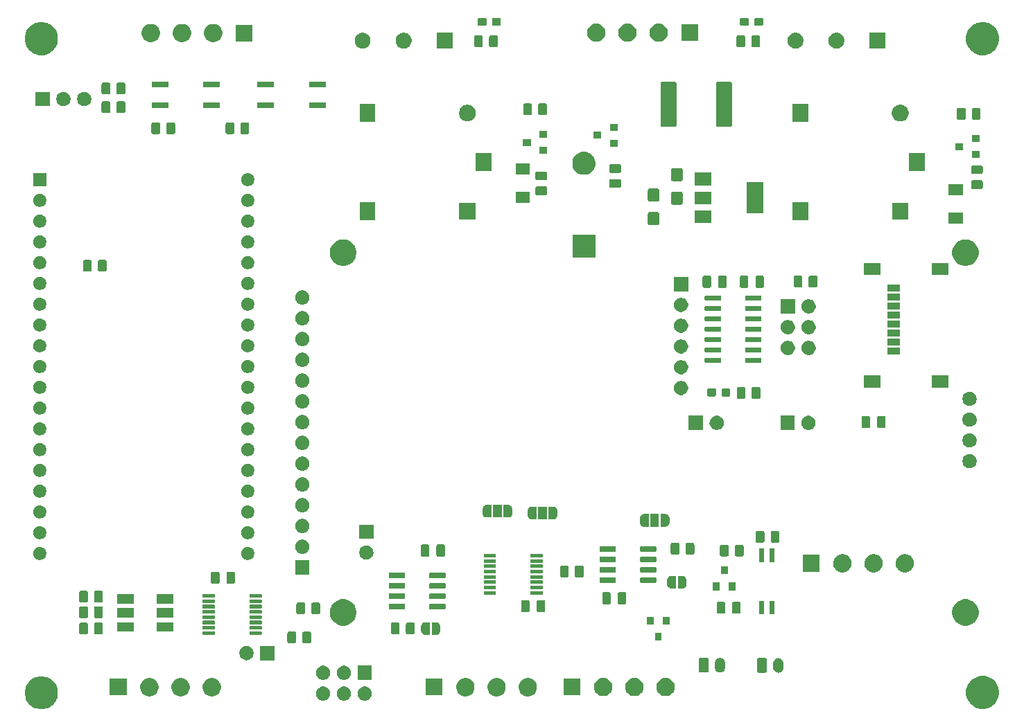
<source format=gbr>
G04 #@! TF.GenerationSoftware,KiCad,Pcbnew,(5.1.6)-1*
G04 #@! TF.CreationDate,2022-02-21T17:01:38-05:00*
G04 #@! TF.ProjectId,ControllerCircuit,436f6e74-726f-46c6-9c65-724369726375,rev?*
G04 #@! TF.SameCoordinates,Original*
G04 #@! TF.FileFunction,Soldermask,Top*
G04 #@! TF.FilePolarity,Negative*
%FSLAX46Y46*%
G04 Gerber Fmt 4.6, Leading zero omitted, Abs format (unit mm)*
G04 Created by KiCad (PCBNEW (5.1.6)-1) date 2022-02-21 17:01:38*
%MOMM*%
%LPD*%
G01*
G04 APERTURE LIST*
%ADD10C,0.100000*%
G04 APERTURE END LIST*
D10*
G36*
X93039212Y-132257627D02*
G01*
X93039214Y-132257628D01*
X93039215Y-132257628D01*
X93146887Y-132302228D01*
X93406829Y-132409899D01*
X93517220Y-132483660D01*
X93737674Y-132630962D01*
X94019038Y-132912326D01*
X94059672Y-132973140D01*
X94240101Y-133243171D01*
X94392373Y-133610788D01*
X94470000Y-134001047D01*
X94470000Y-134398953D01*
X94402319Y-134739212D01*
X94392372Y-134789215D01*
X94347773Y-134896887D01*
X94240101Y-135156829D01*
X94019037Y-135487675D01*
X93737675Y-135769037D01*
X93406829Y-135990101D01*
X93159925Y-136092372D01*
X93039215Y-136142372D01*
X93039214Y-136142372D01*
X93039212Y-136142373D01*
X92648953Y-136220000D01*
X92251047Y-136220000D01*
X91860788Y-136142373D01*
X91860786Y-136142372D01*
X91860785Y-136142372D01*
X91740075Y-136092372D01*
X91493171Y-135990101D01*
X91162325Y-135769037D01*
X90880963Y-135487675D01*
X90659899Y-135156829D01*
X90552227Y-134896887D01*
X90507628Y-134789215D01*
X90497682Y-134739212D01*
X90430000Y-134398953D01*
X90430000Y-134001047D01*
X90507627Y-133610788D01*
X90659899Y-133243171D01*
X90840328Y-132973140D01*
X90880962Y-132912326D01*
X91162326Y-132630962D01*
X91382780Y-132483660D01*
X91493171Y-132409899D01*
X91753113Y-132302228D01*
X91860785Y-132257628D01*
X91860786Y-132257628D01*
X91860788Y-132257627D01*
X92251047Y-132180000D01*
X92648953Y-132180000D01*
X93039212Y-132257627D01*
G37*
G36*
X207989212Y-132207627D02*
G01*
X207989214Y-132207628D01*
X207989215Y-132207628D01*
X208096887Y-132252228D01*
X208356829Y-132359899D01*
X208456805Y-132426701D01*
X208687674Y-132580962D01*
X208969038Y-132862326D01*
X209033059Y-132958141D01*
X209190101Y-133193171D01*
X209271502Y-133389690D01*
X209325071Y-133519016D01*
X209342373Y-133560788D01*
X209420000Y-133951047D01*
X209420000Y-134348953D01*
X209342373Y-134739212D01*
X209190101Y-135106829D01*
X208969037Y-135437675D01*
X208687675Y-135719037D01*
X208356829Y-135940101D01*
X208236118Y-135990101D01*
X207989215Y-136092372D01*
X207989214Y-136092372D01*
X207989212Y-136092373D01*
X207598953Y-136170000D01*
X207201047Y-136170000D01*
X206810788Y-136092373D01*
X206810786Y-136092372D01*
X206810785Y-136092372D01*
X206563882Y-135990101D01*
X206443171Y-135940101D01*
X206112325Y-135719037D01*
X205830963Y-135437675D01*
X205609899Y-135106829D01*
X205457627Y-134739212D01*
X205380000Y-134348953D01*
X205380000Y-133951047D01*
X205457627Y-133560788D01*
X205474930Y-133519016D01*
X205528498Y-133389690D01*
X205609899Y-133193171D01*
X205766941Y-132958141D01*
X205830962Y-132862326D01*
X206112326Y-132580962D01*
X206343195Y-132426701D01*
X206443171Y-132359899D01*
X206703113Y-132252228D01*
X206810785Y-132207628D01*
X206810786Y-132207628D01*
X206810788Y-132207627D01*
X207201047Y-132130000D01*
X207598953Y-132130000D01*
X207989212Y-132207627D01*
G37*
G36*
X129562921Y-133433373D02*
G01*
X129663770Y-133453433D01*
X129822100Y-133519016D01*
X129964593Y-133614227D01*
X130085773Y-133735407D01*
X130180984Y-133877900D01*
X130246567Y-134036230D01*
X130266627Y-134137079D01*
X130280000Y-134204310D01*
X130280000Y-134375690D01*
X130266627Y-134442921D01*
X130246567Y-134543770D01*
X130180984Y-134702100D01*
X130085773Y-134844593D01*
X129964593Y-134965773D01*
X129822100Y-135060984D01*
X129663770Y-135126567D01*
X129562921Y-135146627D01*
X129495690Y-135160000D01*
X129324310Y-135160000D01*
X129257079Y-135146627D01*
X129156230Y-135126567D01*
X128997900Y-135060984D01*
X128855407Y-134965773D01*
X128734227Y-134844593D01*
X128639016Y-134702100D01*
X128573433Y-134543770D01*
X128553373Y-134442921D01*
X128540000Y-134375690D01*
X128540000Y-134204310D01*
X128553373Y-134137079D01*
X128573433Y-134036230D01*
X128639016Y-133877900D01*
X128734227Y-133735407D01*
X128855407Y-133614227D01*
X128997900Y-133519016D01*
X129156230Y-133453433D01*
X129257079Y-133433373D01*
X129324310Y-133420000D01*
X129495690Y-133420000D01*
X129562921Y-133433373D01*
G37*
G36*
X132102921Y-133433373D02*
G01*
X132203770Y-133453433D01*
X132362100Y-133519016D01*
X132504593Y-133614227D01*
X132625773Y-133735407D01*
X132720984Y-133877900D01*
X132786567Y-134036230D01*
X132806627Y-134137079D01*
X132820000Y-134204310D01*
X132820000Y-134375690D01*
X132806627Y-134442921D01*
X132786567Y-134543770D01*
X132720984Y-134702100D01*
X132625773Y-134844593D01*
X132504593Y-134965773D01*
X132362100Y-135060984D01*
X132203770Y-135126567D01*
X132102921Y-135146627D01*
X132035690Y-135160000D01*
X131864310Y-135160000D01*
X131797079Y-135146627D01*
X131696230Y-135126567D01*
X131537900Y-135060984D01*
X131395407Y-134965773D01*
X131274227Y-134844593D01*
X131179016Y-134702100D01*
X131113433Y-134543770D01*
X131093373Y-134442921D01*
X131080000Y-134375690D01*
X131080000Y-134204310D01*
X131093373Y-134137079D01*
X131113433Y-134036230D01*
X131179016Y-133877900D01*
X131274227Y-133735407D01*
X131395407Y-133614227D01*
X131537900Y-133519016D01*
X131696230Y-133453433D01*
X131797079Y-133433373D01*
X131864310Y-133420000D01*
X132035690Y-133420000D01*
X132102921Y-133433373D01*
G37*
G36*
X127022921Y-133433373D02*
G01*
X127123770Y-133453433D01*
X127282100Y-133519016D01*
X127424593Y-133614227D01*
X127545773Y-133735407D01*
X127640984Y-133877900D01*
X127706567Y-134036230D01*
X127726627Y-134137079D01*
X127740000Y-134204310D01*
X127740000Y-134375690D01*
X127726627Y-134442921D01*
X127706567Y-134543770D01*
X127640984Y-134702100D01*
X127545773Y-134844593D01*
X127424593Y-134965773D01*
X127282100Y-135060984D01*
X127123770Y-135126567D01*
X127022921Y-135146627D01*
X126955690Y-135160000D01*
X126784310Y-135160000D01*
X126717079Y-135146627D01*
X126616230Y-135126567D01*
X126457900Y-135060984D01*
X126315407Y-134965773D01*
X126194227Y-134844593D01*
X126099016Y-134702100D01*
X126033433Y-134543770D01*
X126013373Y-134442921D01*
X126000000Y-134375690D01*
X126000000Y-134204310D01*
X126013373Y-134137079D01*
X126033433Y-134036230D01*
X126099016Y-133877900D01*
X126194227Y-133735407D01*
X126315407Y-133614227D01*
X126457900Y-133519016D01*
X126616230Y-133453433D01*
X126717079Y-133433373D01*
X126784310Y-133420000D01*
X126955690Y-133420000D01*
X127022921Y-133433373D01*
G37*
G36*
X152182378Y-132426701D02*
G01*
X152182380Y-132426702D01*
X152182381Y-132426702D01*
X152242080Y-132451430D01*
X152386205Y-132511129D01*
X152386206Y-132511130D01*
X152565550Y-132630963D01*
X152569644Y-132633699D01*
X152725647Y-132789702D01*
X152848217Y-132973141D01*
X152932645Y-133176968D01*
X152975686Y-133393350D01*
X152975686Y-133613970D01*
X152932645Y-133830352D01*
X152848217Y-134034179D01*
X152786932Y-134125898D01*
X152728094Y-134213957D01*
X152725647Y-134217618D01*
X152569644Y-134373621D01*
X152386205Y-134496191D01*
X152271339Y-134543770D01*
X152182381Y-134580618D01*
X152182380Y-134580618D01*
X152182378Y-134580619D01*
X151965996Y-134623660D01*
X151745376Y-134623660D01*
X151528994Y-134580619D01*
X151528992Y-134580618D01*
X151528991Y-134580618D01*
X151440033Y-134543770D01*
X151325167Y-134496191D01*
X151141728Y-134373621D01*
X150985725Y-134217618D01*
X150983279Y-134213957D01*
X150924440Y-134125898D01*
X150863155Y-134034179D01*
X150778727Y-133830352D01*
X150735686Y-133613970D01*
X150735686Y-133393350D01*
X150778727Y-133176968D01*
X150863155Y-132973141D01*
X150985725Y-132789702D01*
X151141728Y-132633699D01*
X151145823Y-132630963D01*
X151325166Y-132511130D01*
X151325167Y-132511129D01*
X151469292Y-132451430D01*
X151528991Y-132426702D01*
X151528992Y-132426702D01*
X151528994Y-132426701D01*
X151745376Y-132383660D01*
X151965996Y-132383660D01*
X152182378Y-132426701D01*
G37*
G36*
X144562378Y-132426701D02*
G01*
X144562380Y-132426702D01*
X144562381Y-132426702D01*
X144622080Y-132451430D01*
X144766205Y-132511129D01*
X144766206Y-132511130D01*
X144945550Y-132630963D01*
X144949644Y-132633699D01*
X145105647Y-132789702D01*
X145228217Y-132973141D01*
X145312645Y-133176968D01*
X145355686Y-133393350D01*
X145355686Y-133613970D01*
X145312645Y-133830352D01*
X145228217Y-134034179D01*
X145166932Y-134125898D01*
X145108094Y-134213957D01*
X145105647Y-134217618D01*
X144949644Y-134373621D01*
X144766205Y-134496191D01*
X144651339Y-134543770D01*
X144562381Y-134580618D01*
X144562380Y-134580618D01*
X144562378Y-134580619D01*
X144345996Y-134623660D01*
X144125376Y-134623660D01*
X143908994Y-134580619D01*
X143908992Y-134580618D01*
X143908991Y-134580618D01*
X143820033Y-134543770D01*
X143705167Y-134496191D01*
X143521728Y-134373621D01*
X143365725Y-134217618D01*
X143363279Y-134213957D01*
X143304440Y-134125898D01*
X143243155Y-134034179D01*
X143158727Y-133830352D01*
X143115686Y-133613970D01*
X143115686Y-133393350D01*
X143158727Y-133176968D01*
X143243155Y-132973141D01*
X143365725Y-132789702D01*
X143521728Y-132633699D01*
X143525823Y-132630963D01*
X143705166Y-132511130D01*
X143705167Y-132511129D01*
X143849292Y-132451430D01*
X143908991Y-132426702D01*
X143908992Y-132426702D01*
X143908994Y-132426701D01*
X144125376Y-132383660D01*
X144345996Y-132383660D01*
X144562378Y-132426701D01*
G37*
G36*
X148372378Y-132426701D02*
G01*
X148372380Y-132426702D01*
X148372381Y-132426702D01*
X148432080Y-132451430D01*
X148576205Y-132511129D01*
X148576206Y-132511130D01*
X148755550Y-132630963D01*
X148759644Y-132633699D01*
X148915647Y-132789702D01*
X149038217Y-132973141D01*
X149122645Y-133176968D01*
X149165686Y-133393350D01*
X149165686Y-133613970D01*
X149122645Y-133830352D01*
X149038217Y-134034179D01*
X148976932Y-134125898D01*
X148918094Y-134213957D01*
X148915647Y-134217618D01*
X148759644Y-134373621D01*
X148576205Y-134496191D01*
X148461339Y-134543770D01*
X148372381Y-134580618D01*
X148372380Y-134580618D01*
X148372378Y-134580619D01*
X148155996Y-134623660D01*
X147935376Y-134623660D01*
X147718994Y-134580619D01*
X147718992Y-134580618D01*
X147718991Y-134580618D01*
X147630033Y-134543770D01*
X147515167Y-134496191D01*
X147331728Y-134373621D01*
X147175725Y-134217618D01*
X147173279Y-134213957D01*
X147114440Y-134125898D01*
X147053155Y-134034179D01*
X146968727Y-133830352D01*
X146925686Y-133613970D01*
X146925686Y-133393350D01*
X146968727Y-133176968D01*
X147053155Y-132973141D01*
X147175725Y-132789702D01*
X147331728Y-132633699D01*
X147335823Y-132630963D01*
X147515166Y-132511130D01*
X147515167Y-132511129D01*
X147659292Y-132451430D01*
X147718991Y-132426702D01*
X147718992Y-132426702D01*
X147718994Y-132426701D01*
X147935376Y-132383660D01*
X148155996Y-132383660D01*
X148372378Y-132426701D01*
G37*
G36*
X113596692Y-132423041D02*
G01*
X113596694Y-132423042D01*
X113596695Y-132423042D01*
X113656394Y-132447770D01*
X113800519Y-132507469D01*
X113892238Y-132568754D01*
X113983957Y-132630038D01*
X114139962Y-132786043D01*
X114190932Y-132862325D01*
X114262531Y-132969481D01*
X114346959Y-133173308D01*
X114390000Y-133389690D01*
X114390000Y-133610310D01*
X114346959Y-133826692D01*
X114262531Y-134030519D01*
X114258715Y-134036230D01*
X114139962Y-134213957D01*
X113983957Y-134369962D01*
X113892239Y-134431246D01*
X113800519Y-134492531D01*
X113676824Y-134543767D01*
X113596695Y-134576958D01*
X113596694Y-134576958D01*
X113596692Y-134576959D01*
X113380310Y-134620000D01*
X113159690Y-134620000D01*
X112943308Y-134576959D01*
X112943306Y-134576958D01*
X112943305Y-134576958D01*
X112863176Y-134543767D01*
X112739481Y-134492531D01*
X112647761Y-134431246D01*
X112556043Y-134369962D01*
X112400038Y-134213957D01*
X112281285Y-134036230D01*
X112277469Y-134030519D01*
X112193041Y-133826692D01*
X112150000Y-133610310D01*
X112150000Y-133389690D01*
X112193041Y-133173308D01*
X112277469Y-132969481D01*
X112349068Y-132862325D01*
X112400038Y-132786043D01*
X112556043Y-132630038D01*
X112647761Y-132568754D01*
X112739481Y-132507469D01*
X112883606Y-132447770D01*
X112943305Y-132423042D01*
X112943306Y-132423042D01*
X112943308Y-132423041D01*
X113159690Y-132380000D01*
X113380310Y-132380000D01*
X113596692Y-132423041D01*
G37*
G36*
X109786692Y-132423041D02*
G01*
X109786694Y-132423042D01*
X109786695Y-132423042D01*
X109846394Y-132447770D01*
X109990519Y-132507469D01*
X110082238Y-132568754D01*
X110173957Y-132630038D01*
X110329962Y-132786043D01*
X110380932Y-132862325D01*
X110452531Y-132969481D01*
X110536959Y-133173308D01*
X110580000Y-133389690D01*
X110580000Y-133610310D01*
X110536959Y-133826692D01*
X110452531Y-134030519D01*
X110448715Y-134036230D01*
X110329962Y-134213957D01*
X110173957Y-134369962D01*
X110082239Y-134431246D01*
X109990519Y-134492531D01*
X109866824Y-134543767D01*
X109786695Y-134576958D01*
X109786694Y-134576958D01*
X109786692Y-134576959D01*
X109570310Y-134620000D01*
X109349690Y-134620000D01*
X109133308Y-134576959D01*
X109133306Y-134576958D01*
X109133305Y-134576958D01*
X109053176Y-134543767D01*
X108929481Y-134492531D01*
X108837761Y-134431246D01*
X108746043Y-134369962D01*
X108590038Y-134213957D01*
X108471285Y-134036230D01*
X108467469Y-134030519D01*
X108383041Y-133826692D01*
X108340000Y-133610310D01*
X108340000Y-133389690D01*
X108383041Y-133173308D01*
X108467469Y-132969481D01*
X108539068Y-132862325D01*
X108590038Y-132786043D01*
X108746043Y-132630038D01*
X108837761Y-132568754D01*
X108929481Y-132507469D01*
X109073606Y-132447770D01*
X109133305Y-132423042D01*
X109133306Y-132423042D01*
X109133308Y-132423041D01*
X109349690Y-132380000D01*
X109570310Y-132380000D01*
X109786692Y-132423041D01*
G37*
G36*
X105976692Y-132423041D02*
G01*
X105976694Y-132423042D01*
X105976695Y-132423042D01*
X106036394Y-132447770D01*
X106180519Y-132507469D01*
X106272238Y-132568754D01*
X106363957Y-132630038D01*
X106519962Y-132786043D01*
X106570932Y-132862325D01*
X106642531Y-132969481D01*
X106726959Y-133173308D01*
X106770000Y-133389690D01*
X106770000Y-133610310D01*
X106726959Y-133826692D01*
X106642531Y-134030519D01*
X106638715Y-134036230D01*
X106519962Y-134213957D01*
X106363957Y-134369962D01*
X106272239Y-134431246D01*
X106180519Y-134492531D01*
X106056824Y-134543767D01*
X105976695Y-134576958D01*
X105976694Y-134576958D01*
X105976692Y-134576959D01*
X105760310Y-134620000D01*
X105539690Y-134620000D01*
X105323308Y-134576959D01*
X105323306Y-134576958D01*
X105323305Y-134576958D01*
X105243176Y-134543767D01*
X105119481Y-134492531D01*
X105027761Y-134431246D01*
X104936043Y-134369962D01*
X104780038Y-134213957D01*
X104661285Y-134036230D01*
X104657469Y-134030519D01*
X104573041Y-133826692D01*
X104530000Y-133610310D01*
X104530000Y-133389690D01*
X104573041Y-133173308D01*
X104657469Y-132969481D01*
X104729068Y-132862325D01*
X104780038Y-132786043D01*
X104936043Y-132630038D01*
X105027761Y-132568754D01*
X105119481Y-132507469D01*
X105263606Y-132447770D01*
X105323305Y-132423042D01*
X105323306Y-132423042D01*
X105323308Y-132423041D01*
X105539690Y-132380000D01*
X105760310Y-132380000D01*
X105976692Y-132423041D01*
G37*
G36*
X161385712Y-132411701D02*
G01*
X161385714Y-132411702D01*
X161385715Y-132411702D01*
X161419685Y-132425773D01*
X161589539Y-132496129D01*
X161626737Y-132520984D01*
X161772977Y-132618698D01*
X161928982Y-132774703D01*
X161987529Y-132862325D01*
X162051551Y-132958141D01*
X162135979Y-133161968D01*
X162179020Y-133378350D01*
X162179020Y-133598970D01*
X162135979Y-133815352D01*
X162051551Y-134019179D01*
X162040158Y-134036230D01*
X161928982Y-134202617D01*
X161772977Y-134358622D01*
X161712620Y-134398951D01*
X161589539Y-134481191D01*
X161445414Y-134540889D01*
X161385715Y-134565618D01*
X161385714Y-134565618D01*
X161385712Y-134565619D01*
X161169330Y-134608660D01*
X160948710Y-134608660D01*
X160732328Y-134565619D01*
X160732326Y-134565618D01*
X160732325Y-134565618D01*
X160672626Y-134540889D01*
X160528501Y-134481191D01*
X160405420Y-134398951D01*
X160345063Y-134358622D01*
X160189058Y-134202617D01*
X160077882Y-134036230D01*
X160066489Y-134019179D01*
X159982061Y-133815352D01*
X159939020Y-133598970D01*
X159939020Y-133378350D01*
X159982061Y-133161968D01*
X160066489Y-132958141D01*
X160130511Y-132862325D01*
X160189058Y-132774703D01*
X160345063Y-132618698D01*
X160491303Y-132520984D01*
X160528501Y-132496129D01*
X160698355Y-132425773D01*
X160732325Y-132411702D01*
X160732326Y-132411702D01*
X160732328Y-132411701D01*
X160948710Y-132368660D01*
X161169330Y-132368660D01*
X161385712Y-132411701D01*
G37*
G36*
X165195712Y-132411701D02*
G01*
X165195714Y-132411702D01*
X165195715Y-132411702D01*
X165229685Y-132425773D01*
X165399539Y-132496129D01*
X165436737Y-132520984D01*
X165582977Y-132618698D01*
X165738982Y-132774703D01*
X165797529Y-132862325D01*
X165861551Y-132958141D01*
X165945979Y-133161968D01*
X165989020Y-133378350D01*
X165989020Y-133598970D01*
X165945979Y-133815352D01*
X165861551Y-134019179D01*
X165850158Y-134036230D01*
X165738982Y-134202617D01*
X165582977Y-134358622D01*
X165522620Y-134398951D01*
X165399539Y-134481191D01*
X165255414Y-134540889D01*
X165195715Y-134565618D01*
X165195714Y-134565618D01*
X165195712Y-134565619D01*
X164979330Y-134608660D01*
X164758710Y-134608660D01*
X164542328Y-134565619D01*
X164542326Y-134565618D01*
X164542325Y-134565618D01*
X164482626Y-134540889D01*
X164338501Y-134481191D01*
X164215420Y-134398951D01*
X164155063Y-134358622D01*
X163999058Y-134202617D01*
X163887882Y-134036230D01*
X163876489Y-134019179D01*
X163792061Y-133815352D01*
X163749020Y-133598970D01*
X163749020Y-133378350D01*
X163792061Y-133161968D01*
X163876489Y-132958141D01*
X163940511Y-132862325D01*
X163999058Y-132774703D01*
X164155063Y-132618698D01*
X164301303Y-132520984D01*
X164338501Y-132496129D01*
X164508355Y-132425773D01*
X164542325Y-132411702D01*
X164542326Y-132411702D01*
X164542328Y-132411701D01*
X164758710Y-132368660D01*
X164979330Y-132368660D01*
X165195712Y-132411701D01*
G37*
G36*
X169005712Y-132411701D02*
G01*
X169005714Y-132411702D01*
X169005715Y-132411702D01*
X169039685Y-132425773D01*
X169209539Y-132496129D01*
X169246737Y-132520984D01*
X169392977Y-132618698D01*
X169548982Y-132774703D01*
X169607529Y-132862325D01*
X169671551Y-132958141D01*
X169755979Y-133161968D01*
X169799020Y-133378350D01*
X169799020Y-133598970D01*
X169755979Y-133815352D01*
X169671551Y-134019179D01*
X169660158Y-134036230D01*
X169548982Y-134202617D01*
X169392977Y-134358622D01*
X169332620Y-134398951D01*
X169209539Y-134481191D01*
X169065414Y-134540889D01*
X169005715Y-134565618D01*
X169005714Y-134565618D01*
X169005712Y-134565619D01*
X168789330Y-134608660D01*
X168568710Y-134608660D01*
X168352328Y-134565619D01*
X168352326Y-134565618D01*
X168352325Y-134565618D01*
X168292626Y-134540889D01*
X168148501Y-134481191D01*
X168025420Y-134398951D01*
X167965063Y-134358622D01*
X167809058Y-134202617D01*
X167697882Y-134036230D01*
X167686489Y-134019179D01*
X167602061Y-133815352D01*
X167559020Y-133598970D01*
X167559020Y-133378350D01*
X167602061Y-133161968D01*
X167686489Y-132958141D01*
X167750511Y-132862325D01*
X167809058Y-132774703D01*
X167965063Y-132618698D01*
X168111303Y-132520984D01*
X168148501Y-132496129D01*
X168318355Y-132425773D01*
X168352325Y-132411702D01*
X168352326Y-132411702D01*
X168352328Y-132411701D01*
X168568710Y-132368660D01*
X168789330Y-132368660D01*
X169005712Y-132411701D01*
G37*
G36*
X141445686Y-134523660D02*
G01*
X139405686Y-134523660D01*
X139405686Y-132483660D01*
X141445686Y-132483660D01*
X141445686Y-134523660D01*
G37*
G36*
X102860000Y-134520000D02*
G01*
X100820000Y-134520000D01*
X100820000Y-132480000D01*
X102860000Y-132480000D01*
X102860000Y-134520000D01*
G37*
G36*
X158269020Y-134508660D02*
G01*
X156229020Y-134508660D01*
X156229020Y-132468660D01*
X158269020Y-132468660D01*
X158269020Y-134508660D01*
G37*
G36*
X132820000Y-132620000D02*
G01*
X131080000Y-132620000D01*
X131080000Y-130880000D01*
X132820000Y-130880000D01*
X132820000Y-132620000D01*
G37*
G36*
X129562921Y-130893373D02*
G01*
X129663770Y-130913433D01*
X129822100Y-130979016D01*
X129964593Y-131074227D01*
X130085773Y-131195407D01*
X130180984Y-131337900D01*
X130246567Y-131496230D01*
X130254304Y-131535127D01*
X130278237Y-131655445D01*
X130280000Y-131664312D01*
X130280000Y-131835688D01*
X130246567Y-132003770D01*
X130180984Y-132162100D01*
X130085773Y-132304593D01*
X129964593Y-132425773D01*
X129822100Y-132520984D01*
X129663770Y-132586567D01*
X129562921Y-132606627D01*
X129495690Y-132620000D01*
X129324310Y-132620000D01*
X129257079Y-132606627D01*
X129156230Y-132586567D01*
X128997900Y-132520984D01*
X128855407Y-132425773D01*
X128734227Y-132304593D01*
X128639016Y-132162100D01*
X128573433Y-132003770D01*
X128540000Y-131835688D01*
X128540000Y-131664312D01*
X128541764Y-131655445D01*
X128565696Y-131535127D01*
X128573433Y-131496230D01*
X128639016Y-131337900D01*
X128734227Y-131195407D01*
X128855407Y-131074227D01*
X128997900Y-130979016D01*
X129156230Y-130913433D01*
X129257079Y-130893373D01*
X129324310Y-130880000D01*
X129495690Y-130880000D01*
X129562921Y-130893373D01*
G37*
G36*
X127022921Y-130893373D02*
G01*
X127123770Y-130913433D01*
X127282100Y-130979016D01*
X127424593Y-131074227D01*
X127545773Y-131195407D01*
X127640984Y-131337900D01*
X127706567Y-131496230D01*
X127714304Y-131535127D01*
X127738237Y-131655445D01*
X127740000Y-131664312D01*
X127740000Y-131835688D01*
X127706567Y-132003770D01*
X127640984Y-132162100D01*
X127545773Y-132304593D01*
X127424593Y-132425773D01*
X127282100Y-132520984D01*
X127123770Y-132586567D01*
X127022921Y-132606627D01*
X126955690Y-132620000D01*
X126784310Y-132620000D01*
X126717079Y-132606627D01*
X126616230Y-132586567D01*
X126457900Y-132520984D01*
X126315407Y-132425773D01*
X126194227Y-132304593D01*
X126099016Y-132162100D01*
X126033433Y-132003770D01*
X126000000Y-131835688D01*
X126000000Y-131664312D01*
X126001764Y-131655445D01*
X126025696Y-131535127D01*
X126033433Y-131496230D01*
X126099016Y-131337900D01*
X126194227Y-131195407D01*
X126315407Y-131074227D01*
X126457900Y-130979016D01*
X126616230Y-130913433D01*
X126717079Y-130893373D01*
X126784310Y-130880000D01*
X126955690Y-130880000D01*
X127022921Y-130893373D01*
G37*
G36*
X182577798Y-129963571D02*
G01*
X182694672Y-129999024D01*
X182802378Y-130056594D01*
X182802380Y-130056595D01*
X182802379Y-130056595D01*
X182896787Y-130134073D01*
X182974265Y-130228480D01*
X182974266Y-130228482D01*
X183031836Y-130336187D01*
X183067289Y-130453061D01*
X183076260Y-130544146D01*
X183076260Y-131155054D01*
X183067289Y-131246139D01*
X183031836Y-131363013D01*
X182974266Y-131470719D01*
X182896787Y-131565127D01*
X182802379Y-131642606D01*
X182694673Y-131700176D01*
X182577799Y-131735629D01*
X182456260Y-131747600D01*
X182334722Y-131735629D01*
X182217848Y-131700176D01*
X182110142Y-131642606D01*
X182015734Y-131565127D01*
X182007527Y-131555127D01*
X181938256Y-131470720D01*
X181880684Y-131363011D01*
X181880683Y-131363010D01*
X181845231Y-131246139D01*
X181836260Y-131155054D01*
X181836260Y-130544147D01*
X181845231Y-130453062D01*
X181880684Y-130336188D01*
X181938254Y-130228482D01*
X181994852Y-130159517D01*
X182015733Y-130134073D01*
X182110140Y-130056595D01*
X182159402Y-130030264D01*
X182217847Y-129999024D01*
X182334721Y-129963571D01*
X182456260Y-129951600D01*
X182577798Y-129963571D01*
G37*
G36*
X180915185Y-129958918D02*
G01*
X180952614Y-129970272D01*
X180987105Y-129988707D01*
X181017339Y-130013521D01*
X181042153Y-130043755D01*
X181060588Y-130078246D01*
X181071942Y-130115675D01*
X181076260Y-130159517D01*
X181076260Y-131539683D01*
X181071942Y-131583525D01*
X181060588Y-131620954D01*
X181042153Y-131655445D01*
X181017339Y-131685679D01*
X180987105Y-131710493D01*
X180952614Y-131728928D01*
X180915185Y-131740282D01*
X180871343Y-131744600D01*
X180041177Y-131744600D01*
X179997335Y-131740282D01*
X179959906Y-131728928D01*
X179925415Y-131710493D01*
X179895181Y-131685679D01*
X179870367Y-131655445D01*
X179851932Y-131620954D01*
X179840578Y-131583525D01*
X179836260Y-131539683D01*
X179836260Y-130159517D01*
X179840578Y-130115675D01*
X179851932Y-130078246D01*
X179870367Y-130043755D01*
X179895181Y-130013521D01*
X179925415Y-129988707D01*
X179959906Y-129970272D01*
X179997335Y-129958918D01*
X180041177Y-129954600D01*
X180871343Y-129954600D01*
X180915185Y-129958918D01*
G37*
G36*
X175452258Y-129933571D02*
G01*
X175569132Y-129969024D01*
X175676838Y-130026594D01*
X175676840Y-130026595D01*
X175676839Y-130026595D01*
X175771247Y-130104073D01*
X175848725Y-130198480D01*
X175848726Y-130198482D01*
X175906296Y-130306187D01*
X175941749Y-130423061D01*
X175950720Y-130514146D01*
X175950720Y-131125054D01*
X175941749Y-131216139D01*
X175906296Y-131333013D01*
X175848726Y-131440719D01*
X175771247Y-131535127D01*
X175676839Y-131612606D01*
X175569133Y-131670176D01*
X175452259Y-131705629D01*
X175330720Y-131717600D01*
X175209182Y-131705629D01*
X175092308Y-131670176D01*
X174984602Y-131612606D01*
X174890194Y-131535127D01*
X174866837Y-131506666D01*
X174812716Y-131440720D01*
X174771179Y-131363010D01*
X174755143Y-131333010D01*
X174719691Y-131216139D01*
X174710720Y-131125054D01*
X174710720Y-130514147D01*
X174719691Y-130423062D01*
X174755144Y-130306188D01*
X174812714Y-130198482D01*
X174844692Y-130159517D01*
X174890193Y-130104073D01*
X174984600Y-130026595D01*
X175033862Y-130000264D01*
X175092307Y-129969024D01*
X175209181Y-129933571D01*
X175330720Y-129921600D01*
X175452258Y-129933571D01*
G37*
G36*
X173789645Y-129928918D02*
G01*
X173827074Y-129940272D01*
X173861565Y-129958707D01*
X173891799Y-129983521D01*
X173916613Y-130013755D01*
X173935048Y-130048246D01*
X173946402Y-130085675D01*
X173950720Y-130129517D01*
X173950720Y-131509683D01*
X173946402Y-131553525D01*
X173935048Y-131590954D01*
X173916613Y-131625445D01*
X173891799Y-131655679D01*
X173861565Y-131680493D01*
X173827074Y-131698928D01*
X173789645Y-131710282D01*
X173745803Y-131714600D01*
X172915637Y-131714600D01*
X172871795Y-131710282D01*
X172834366Y-131698928D01*
X172799875Y-131680493D01*
X172769641Y-131655679D01*
X172744827Y-131625445D01*
X172726392Y-131590954D01*
X172715038Y-131553525D01*
X172710720Y-131509683D01*
X172710720Y-130129517D01*
X172715038Y-130085675D01*
X172726392Y-130048246D01*
X172744827Y-130013755D01*
X172769641Y-129983521D01*
X172799875Y-129958707D01*
X172834366Y-129940272D01*
X172871795Y-129928918D01*
X172915637Y-129924600D01*
X173745803Y-129924600D01*
X173789645Y-129928918D01*
G37*
G36*
X120920000Y-130220000D02*
G01*
X119180000Y-130220000D01*
X119180000Y-128480000D01*
X120920000Y-128480000D01*
X120920000Y-130220000D01*
G37*
G36*
X117662921Y-128493373D02*
G01*
X117763770Y-128513433D01*
X117922100Y-128579016D01*
X118064593Y-128674227D01*
X118185773Y-128795407D01*
X118280984Y-128937900D01*
X118346567Y-129096230D01*
X118380000Y-129264312D01*
X118380000Y-129435688D01*
X118346567Y-129603770D01*
X118280984Y-129762100D01*
X118185773Y-129904593D01*
X118064593Y-130025773D01*
X117922100Y-130120984D01*
X117763770Y-130186567D01*
X117662921Y-130206627D01*
X117595690Y-130220000D01*
X117424310Y-130220000D01*
X117357079Y-130206627D01*
X117256230Y-130186567D01*
X117097900Y-130120984D01*
X116955407Y-130025773D01*
X116834227Y-129904593D01*
X116739016Y-129762100D01*
X116673433Y-129603770D01*
X116640000Y-129435688D01*
X116640000Y-129264312D01*
X116673433Y-129096230D01*
X116739016Y-128937900D01*
X116834227Y-128795407D01*
X116955407Y-128674227D01*
X117097900Y-128579016D01*
X117256230Y-128513433D01*
X117357079Y-128493373D01*
X117424310Y-128480000D01*
X117595690Y-128480000D01*
X117662921Y-128493373D01*
G37*
G36*
X125214554Y-126724482D02*
G01*
X125253584Y-126736322D01*
X125289551Y-126755546D01*
X125321079Y-126781421D01*
X125346954Y-126812949D01*
X125366178Y-126848916D01*
X125378018Y-126887946D01*
X125382500Y-126933453D01*
X125382500Y-127946547D01*
X125378018Y-127992054D01*
X125366178Y-128031084D01*
X125346954Y-128067051D01*
X125321079Y-128098579D01*
X125289551Y-128124454D01*
X125253584Y-128143678D01*
X125214554Y-128155518D01*
X125169047Y-128160000D01*
X124530953Y-128160000D01*
X124485446Y-128155518D01*
X124446416Y-128143678D01*
X124410449Y-128124454D01*
X124378921Y-128098579D01*
X124353046Y-128067051D01*
X124333822Y-128031084D01*
X124321982Y-127992054D01*
X124317500Y-127946547D01*
X124317500Y-126933453D01*
X124321982Y-126887946D01*
X124333822Y-126848916D01*
X124353046Y-126812949D01*
X124378921Y-126781421D01*
X124410449Y-126755546D01*
X124446416Y-126736322D01*
X124485446Y-126724482D01*
X124530953Y-126720000D01*
X125169047Y-126720000D01*
X125214554Y-126724482D01*
G37*
G36*
X123389554Y-126724482D02*
G01*
X123428584Y-126736322D01*
X123464551Y-126755546D01*
X123496079Y-126781421D01*
X123521954Y-126812949D01*
X123541178Y-126848916D01*
X123553018Y-126887946D01*
X123557500Y-126933453D01*
X123557500Y-127946547D01*
X123553018Y-127992054D01*
X123541178Y-128031084D01*
X123521954Y-128067051D01*
X123496079Y-128098579D01*
X123464551Y-128124454D01*
X123428584Y-128143678D01*
X123389554Y-128155518D01*
X123344047Y-128160000D01*
X122705953Y-128160000D01*
X122660446Y-128155518D01*
X122621416Y-128143678D01*
X122585449Y-128124454D01*
X122553921Y-128098579D01*
X122528046Y-128067051D01*
X122508822Y-128031084D01*
X122496982Y-127992054D01*
X122492500Y-127946547D01*
X122492500Y-126933453D01*
X122496982Y-126887946D01*
X122508822Y-126848916D01*
X122528046Y-126812949D01*
X122553921Y-126781421D01*
X122585449Y-126755546D01*
X122621416Y-126736322D01*
X122660446Y-126724482D01*
X122705953Y-126720000D01*
X123344047Y-126720000D01*
X123389554Y-126724482D01*
G37*
G36*
X168210000Y-127830000D02*
G01*
X167370000Y-127830000D01*
X167370000Y-126890000D01*
X168210000Y-126890000D01*
X168210000Y-127830000D01*
G37*
G36*
X113591214Y-126688428D02*
G01*
X113602374Y-126691813D01*
X113612666Y-126697315D01*
X113621684Y-126704716D01*
X113629085Y-126713734D01*
X113634587Y-126724026D01*
X113637972Y-126735186D01*
X113639600Y-126751717D01*
X113639600Y-127061883D01*
X113637972Y-127078414D01*
X113634587Y-127089574D01*
X113629085Y-127099866D01*
X113621684Y-127108884D01*
X113612666Y-127116285D01*
X113602374Y-127121787D01*
X113591214Y-127125172D01*
X113574683Y-127126800D01*
X112189517Y-127126800D01*
X112172986Y-127125172D01*
X112161826Y-127121787D01*
X112151534Y-127116285D01*
X112142516Y-127108884D01*
X112135115Y-127099866D01*
X112129613Y-127089574D01*
X112126228Y-127078414D01*
X112124600Y-127061883D01*
X112124600Y-126751717D01*
X112126228Y-126735186D01*
X112129613Y-126724026D01*
X112135115Y-126713734D01*
X112142516Y-126704716D01*
X112151534Y-126697315D01*
X112161826Y-126691813D01*
X112172986Y-126688428D01*
X112189517Y-126686800D01*
X113574683Y-126686800D01*
X113591214Y-126688428D01*
G37*
G36*
X119316214Y-126688428D02*
G01*
X119327374Y-126691813D01*
X119337666Y-126697315D01*
X119346684Y-126704716D01*
X119354085Y-126713734D01*
X119359587Y-126724026D01*
X119362972Y-126735186D01*
X119364600Y-126751717D01*
X119364600Y-127061883D01*
X119362972Y-127078414D01*
X119359587Y-127089574D01*
X119354085Y-127099866D01*
X119346684Y-127108884D01*
X119337666Y-127116285D01*
X119327374Y-127121787D01*
X119316214Y-127125172D01*
X119299683Y-127126800D01*
X117914517Y-127126800D01*
X117897986Y-127125172D01*
X117886826Y-127121787D01*
X117876534Y-127116285D01*
X117867516Y-127108884D01*
X117860115Y-127099866D01*
X117854613Y-127089574D01*
X117851228Y-127078414D01*
X117849600Y-127061883D01*
X117849600Y-126751717D01*
X117851228Y-126735186D01*
X117854613Y-126724026D01*
X117860115Y-126713734D01*
X117867516Y-126704716D01*
X117876534Y-126697315D01*
X117886826Y-126691813D01*
X117897986Y-126688428D01*
X117914517Y-126686800D01*
X119299683Y-126686800D01*
X119316214Y-126688428D01*
G37*
G36*
X139843917Y-125570288D02*
G01*
X139843920Y-125570289D01*
X139843921Y-125570289D01*
X139847691Y-125571433D01*
X139847693Y-125571434D01*
X139851167Y-125573291D01*
X139854211Y-125575789D01*
X139856709Y-125578833D01*
X139858566Y-125582307D01*
X139859712Y-125586083D01*
X139860581Y-125594908D01*
X139860581Y-127085092D01*
X139859712Y-127093917D01*
X139858566Y-127097693D01*
X139856709Y-127101167D01*
X139854211Y-127104211D01*
X139851167Y-127106709D01*
X139851165Y-127106710D01*
X139847691Y-127108567D01*
X139843921Y-127109711D01*
X139843920Y-127109711D01*
X139843917Y-127109712D01*
X139835092Y-127110581D01*
X139344908Y-127110581D01*
X139326278Y-127108746D01*
X139326188Y-127109658D01*
X139316176Y-127108173D01*
X139295899Y-127108173D01*
X139282167Y-127106820D01*
X139195661Y-127089613D01*
X139190946Y-127088183D01*
X139190937Y-127088181D01*
X139187167Y-127087037D01*
X139187162Y-127087035D01*
X139182438Y-127085602D01*
X139100966Y-127051856D01*
X139088783Y-127045344D01*
X139015451Y-126996346D01*
X139004778Y-126987586D01*
X138942414Y-126925222D01*
X138933654Y-126914549D01*
X138884656Y-126841217D01*
X138878144Y-126829034D01*
X138844398Y-126747562D01*
X138842965Y-126742838D01*
X138842963Y-126742833D01*
X138841819Y-126739063D01*
X138841817Y-126739054D01*
X138840387Y-126734339D01*
X138823180Y-126647833D01*
X138821827Y-126634101D01*
X138821827Y-126613824D01*
X138820342Y-126603812D01*
X138821254Y-126603722D01*
X138819419Y-126585092D01*
X138819419Y-126094908D01*
X138821254Y-126076278D01*
X138820342Y-126076188D01*
X138821827Y-126066176D01*
X138821827Y-126045899D01*
X138823180Y-126032167D01*
X138840387Y-125945661D01*
X138841817Y-125940946D01*
X138841819Y-125940937D01*
X138842963Y-125937167D01*
X138842965Y-125937162D01*
X138844398Y-125932438D01*
X138878144Y-125850966D01*
X138884656Y-125838783D01*
X138933654Y-125765451D01*
X138942414Y-125754778D01*
X139004778Y-125692414D01*
X139015451Y-125683654D01*
X139088783Y-125634656D01*
X139100966Y-125628144D01*
X139182438Y-125594398D01*
X139187162Y-125592965D01*
X139187167Y-125592963D01*
X139190937Y-125591819D01*
X139190946Y-125591817D01*
X139195661Y-125590387D01*
X139282167Y-125573180D01*
X139295899Y-125571827D01*
X139316176Y-125571827D01*
X139326188Y-125570342D01*
X139326278Y-125571254D01*
X139344908Y-125569419D01*
X139835092Y-125569419D01*
X139843917Y-125570288D01*
G37*
G36*
X140653722Y-125571254D02*
G01*
X140653812Y-125570342D01*
X140663824Y-125571827D01*
X140684101Y-125571827D01*
X140697833Y-125573180D01*
X140784339Y-125590387D01*
X140789054Y-125591817D01*
X140789063Y-125591819D01*
X140792833Y-125592963D01*
X140792838Y-125592965D01*
X140797562Y-125594398D01*
X140879034Y-125628144D01*
X140891217Y-125634656D01*
X140964549Y-125683654D01*
X140975222Y-125692414D01*
X141037586Y-125754778D01*
X141046346Y-125765451D01*
X141095344Y-125838783D01*
X141101856Y-125850966D01*
X141135602Y-125932438D01*
X141137035Y-125937162D01*
X141137037Y-125937167D01*
X141138181Y-125940937D01*
X141138183Y-125940946D01*
X141139613Y-125945661D01*
X141156820Y-126032167D01*
X141158173Y-126045899D01*
X141158173Y-126066176D01*
X141159658Y-126076188D01*
X141158746Y-126076278D01*
X141160581Y-126094908D01*
X141160581Y-126585092D01*
X141158746Y-126603722D01*
X141159658Y-126603812D01*
X141158173Y-126613824D01*
X141158173Y-126634101D01*
X141156820Y-126647833D01*
X141139613Y-126734339D01*
X141138183Y-126739054D01*
X141138181Y-126739063D01*
X141137037Y-126742833D01*
X141137035Y-126742838D01*
X141135602Y-126747562D01*
X141101856Y-126829034D01*
X141095344Y-126841217D01*
X141046346Y-126914549D01*
X141037586Y-126925222D01*
X140975222Y-126987586D01*
X140964549Y-126996346D01*
X140891217Y-127045344D01*
X140879034Y-127051856D01*
X140797562Y-127085602D01*
X140792838Y-127087035D01*
X140792833Y-127087037D01*
X140789063Y-127088181D01*
X140789054Y-127088183D01*
X140784339Y-127089613D01*
X140697833Y-127106820D01*
X140684101Y-127108173D01*
X140663824Y-127108173D01*
X140653812Y-127109658D01*
X140653722Y-127108746D01*
X140635092Y-127110581D01*
X140144908Y-127110581D01*
X140136083Y-127109712D01*
X140136080Y-127109711D01*
X140136079Y-127109711D01*
X140132309Y-127108567D01*
X140128835Y-127106710D01*
X140128833Y-127106709D01*
X140125789Y-127104211D01*
X140123291Y-127101167D01*
X140121434Y-127097693D01*
X140120288Y-127093917D01*
X140119419Y-127085092D01*
X140119419Y-125594908D01*
X140120288Y-125586083D01*
X140121434Y-125582307D01*
X140123291Y-125578833D01*
X140125789Y-125575789D01*
X140128833Y-125573291D01*
X140132307Y-125571434D01*
X140132309Y-125571433D01*
X140136079Y-125570289D01*
X140136080Y-125570289D01*
X140136083Y-125570288D01*
X140144908Y-125569419D01*
X140635092Y-125569419D01*
X140653722Y-125571254D01*
G37*
G36*
X97964294Y-125628162D02*
G01*
X98003324Y-125640002D01*
X98039291Y-125659226D01*
X98070819Y-125685101D01*
X98096694Y-125716629D01*
X98115918Y-125752596D01*
X98127758Y-125791626D01*
X98132240Y-125837133D01*
X98132240Y-126850227D01*
X98127758Y-126895734D01*
X98115918Y-126934764D01*
X98096694Y-126970731D01*
X98070819Y-127002259D01*
X98039291Y-127028134D01*
X98003324Y-127047358D01*
X97964294Y-127059198D01*
X97918787Y-127063680D01*
X97280693Y-127063680D01*
X97235186Y-127059198D01*
X97196156Y-127047358D01*
X97160189Y-127028134D01*
X97128661Y-127002259D01*
X97102786Y-126970731D01*
X97083562Y-126934764D01*
X97071722Y-126895734D01*
X97067240Y-126850227D01*
X97067240Y-125837133D01*
X97071722Y-125791626D01*
X97083562Y-125752596D01*
X97102786Y-125716629D01*
X97128661Y-125685101D01*
X97160189Y-125659226D01*
X97196156Y-125640002D01*
X97235186Y-125628162D01*
X97280693Y-125623680D01*
X97918787Y-125623680D01*
X97964294Y-125628162D01*
G37*
G36*
X99789294Y-125628162D02*
G01*
X99828324Y-125640002D01*
X99864291Y-125659226D01*
X99895819Y-125685101D01*
X99921694Y-125716629D01*
X99940918Y-125752596D01*
X99952758Y-125791626D01*
X99957240Y-125837133D01*
X99957240Y-126850227D01*
X99952758Y-126895734D01*
X99940918Y-126934764D01*
X99921694Y-126970731D01*
X99895819Y-127002259D01*
X99864291Y-127028134D01*
X99828324Y-127047358D01*
X99789294Y-127059198D01*
X99743787Y-127063680D01*
X99105693Y-127063680D01*
X99060186Y-127059198D01*
X99021156Y-127047358D01*
X98985189Y-127028134D01*
X98953661Y-127002259D01*
X98927786Y-126970731D01*
X98908562Y-126934764D01*
X98896722Y-126895734D01*
X98892240Y-126850227D01*
X98892240Y-125837133D01*
X98896722Y-125791626D01*
X98908562Y-125752596D01*
X98927786Y-125716629D01*
X98953661Y-125685101D01*
X98985189Y-125659226D01*
X99021156Y-125640002D01*
X99060186Y-125628162D01*
X99105693Y-125623680D01*
X99743787Y-125623680D01*
X99789294Y-125628162D01*
G37*
G36*
X137867054Y-125614482D02*
G01*
X137906084Y-125626322D01*
X137942051Y-125645546D01*
X137973579Y-125671421D01*
X137999454Y-125702949D01*
X138018678Y-125738916D01*
X138030518Y-125777946D01*
X138035000Y-125823453D01*
X138035000Y-126836547D01*
X138030518Y-126882054D01*
X138018678Y-126921084D01*
X137999454Y-126957051D01*
X137973579Y-126988579D01*
X137942051Y-127014454D01*
X137906084Y-127033678D01*
X137867054Y-127045518D01*
X137821547Y-127050000D01*
X137183453Y-127050000D01*
X137137946Y-127045518D01*
X137098916Y-127033678D01*
X137062949Y-127014454D01*
X137031421Y-126988579D01*
X137005546Y-126957051D01*
X136986322Y-126921084D01*
X136974482Y-126882054D01*
X136970000Y-126836547D01*
X136970000Y-125823453D01*
X136974482Y-125777946D01*
X136986322Y-125738916D01*
X137005546Y-125702949D01*
X137031421Y-125671421D01*
X137062949Y-125645546D01*
X137098916Y-125626322D01*
X137137946Y-125614482D01*
X137183453Y-125610000D01*
X137821547Y-125610000D01*
X137867054Y-125614482D01*
G37*
G36*
X136042054Y-125614482D02*
G01*
X136081084Y-125626322D01*
X136117051Y-125645546D01*
X136148579Y-125671421D01*
X136174454Y-125702949D01*
X136193678Y-125738916D01*
X136205518Y-125777946D01*
X136210000Y-125823453D01*
X136210000Y-126836547D01*
X136205518Y-126882054D01*
X136193678Y-126921084D01*
X136174454Y-126957051D01*
X136148579Y-126988579D01*
X136117051Y-127014454D01*
X136081084Y-127033678D01*
X136042054Y-127045518D01*
X135996547Y-127050000D01*
X135358453Y-127050000D01*
X135312946Y-127045518D01*
X135273916Y-127033678D01*
X135237949Y-127014454D01*
X135206421Y-126988579D01*
X135180546Y-126957051D01*
X135161322Y-126921084D01*
X135149482Y-126882054D01*
X135145000Y-126836547D01*
X135145000Y-125823453D01*
X135149482Y-125777946D01*
X135161322Y-125738916D01*
X135180546Y-125702949D01*
X135206421Y-125671421D01*
X135237949Y-125645546D01*
X135273916Y-125626322D01*
X135312946Y-125614482D01*
X135358453Y-125610000D01*
X135996547Y-125610000D01*
X136042054Y-125614482D01*
G37*
G36*
X108547240Y-126703680D02*
G01*
X106507240Y-126703680D01*
X106507240Y-125563680D01*
X108547240Y-125563680D01*
X108547240Y-126703680D01*
G37*
G36*
X103747240Y-126703680D02*
G01*
X101707240Y-126703680D01*
X101707240Y-125563680D01*
X103747240Y-125563680D01*
X103747240Y-126703680D01*
G37*
G36*
X119316214Y-126038428D02*
G01*
X119327374Y-126041813D01*
X119337666Y-126047315D01*
X119346684Y-126054716D01*
X119354085Y-126063734D01*
X119359587Y-126074026D01*
X119362972Y-126085186D01*
X119364600Y-126101717D01*
X119364600Y-126411883D01*
X119362972Y-126428414D01*
X119359587Y-126439574D01*
X119354085Y-126449866D01*
X119346684Y-126458884D01*
X119337666Y-126466285D01*
X119327374Y-126471787D01*
X119316214Y-126475172D01*
X119299683Y-126476800D01*
X117914517Y-126476800D01*
X117897986Y-126475172D01*
X117886826Y-126471787D01*
X117876534Y-126466285D01*
X117867516Y-126458884D01*
X117860115Y-126449866D01*
X117854613Y-126439574D01*
X117851228Y-126428414D01*
X117849600Y-126411883D01*
X117849600Y-126101717D01*
X117851228Y-126085186D01*
X117854613Y-126074026D01*
X117860115Y-126063734D01*
X117867516Y-126054716D01*
X117876534Y-126047315D01*
X117886826Y-126041813D01*
X117897986Y-126038428D01*
X117914517Y-126036800D01*
X119299683Y-126036800D01*
X119316214Y-126038428D01*
G37*
G36*
X113591214Y-126038428D02*
G01*
X113602374Y-126041813D01*
X113612666Y-126047315D01*
X113621684Y-126054716D01*
X113629085Y-126063734D01*
X113634587Y-126074026D01*
X113637972Y-126085186D01*
X113639600Y-126101717D01*
X113639600Y-126411883D01*
X113637972Y-126428414D01*
X113634587Y-126439574D01*
X113629085Y-126449866D01*
X113621684Y-126458884D01*
X113612666Y-126466285D01*
X113602374Y-126471787D01*
X113591214Y-126475172D01*
X113574683Y-126476800D01*
X112189517Y-126476800D01*
X112172986Y-126475172D01*
X112161826Y-126471787D01*
X112151534Y-126466285D01*
X112142516Y-126458884D01*
X112135115Y-126449866D01*
X112129613Y-126439574D01*
X112126228Y-126428414D01*
X112124600Y-126411883D01*
X112124600Y-126101717D01*
X112126228Y-126085186D01*
X112129613Y-126074026D01*
X112135115Y-126063734D01*
X112142516Y-126054716D01*
X112151534Y-126047315D01*
X112161826Y-126041813D01*
X112172986Y-126038428D01*
X112189517Y-126036800D01*
X113574683Y-126036800D01*
X113591214Y-126038428D01*
G37*
G36*
X205772536Y-122817256D02*
G01*
X205772538Y-122817257D01*
X205772539Y-122817257D01*
X205862946Y-122854705D01*
X206067358Y-122939375D01*
X206332689Y-123116664D01*
X206558336Y-123342311D01*
X206735625Y-123607642D01*
X206760401Y-123667457D01*
X206843646Y-123868427D01*
X206857744Y-123902464D01*
X206920000Y-124215444D01*
X206920000Y-124534556D01*
X206862159Y-124825340D01*
X206857743Y-124847539D01*
X206854818Y-124854601D01*
X206735625Y-125142358D01*
X206558336Y-125407689D01*
X206332689Y-125633336D01*
X206067358Y-125810625D01*
X205969966Y-125850966D01*
X205772539Y-125932743D01*
X205772538Y-125932743D01*
X205772536Y-125932744D01*
X205459556Y-125995000D01*
X205140444Y-125995000D01*
X204827464Y-125932744D01*
X204827462Y-125932743D01*
X204827461Y-125932743D01*
X204630034Y-125850966D01*
X204532642Y-125810625D01*
X204267311Y-125633336D01*
X204041664Y-125407689D01*
X203864375Y-125142358D01*
X203745182Y-124854601D01*
X203742257Y-124847539D01*
X203737841Y-124825340D01*
X203680000Y-124534556D01*
X203680000Y-124215444D01*
X203742256Y-123902464D01*
X203756355Y-123868427D01*
X203839599Y-123667457D01*
X203864375Y-123607642D01*
X204041664Y-123342311D01*
X204267311Y-123116664D01*
X204532642Y-122939375D01*
X204737054Y-122854705D01*
X204827461Y-122817257D01*
X204827462Y-122817257D01*
X204827464Y-122817256D01*
X205140444Y-122755000D01*
X205459556Y-122755000D01*
X205772536Y-122817256D01*
G37*
G36*
X129772536Y-122817256D02*
G01*
X129772538Y-122817257D01*
X129772539Y-122817257D01*
X129862946Y-122854705D01*
X130067358Y-122939375D01*
X130332689Y-123116664D01*
X130558336Y-123342311D01*
X130735625Y-123607642D01*
X130760401Y-123667457D01*
X130843646Y-123868427D01*
X130857744Y-123902464D01*
X130920000Y-124215444D01*
X130920000Y-124534556D01*
X130862159Y-124825340D01*
X130857743Y-124847539D01*
X130854818Y-124854601D01*
X130735625Y-125142358D01*
X130558336Y-125407689D01*
X130332689Y-125633336D01*
X130067358Y-125810625D01*
X129969966Y-125850966D01*
X129772539Y-125932743D01*
X129772538Y-125932743D01*
X129772536Y-125932744D01*
X129459556Y-125995000D01*
X129140444Y-125995000D01*
X128827464Y-125932744D01*
X128827462Y-125932743D01*
X128827461Y-125932743D01*
X128630034Y-125850966D01*
X128532642Y-125810625D01*
X128267311Y-125633336D01*
X128041664Y-125407689D01*
X127864375Y-125142358D01*
X127745182Y-124854601D01*
X127742257Y-124847539D01*
X127737841Y-124825340D01*
X127680000Y-124534556D01*
X127680000Y-124215444D01*
X127742256Y-123902464D01*
X127756355Y-123868427D01*
X127839599Y-123667457D01*
X127864375Y-123607642D01*
X128041664Y-123342311D01*
X128267311Y-123116664D01*
X128532642Y-122939375D01*
X128737054Y-122854705D01*
X128827461Y-122817257D01*
X128827462Y-122817257D01*
X128827464Y-122817256D01*
X129140444Y-122755000D01*
X129459556Y-122755000D01*
X129772536Y-122817256D01*
G37*
G36*
X167260000Y-125830000D02*
G01*
X166420000Y-125830000D01*
X166420000Y-124890000D01*
X167260000Y-124890000D01*
X167260000Y-125830000D01*
G37*
G36*
X169160000Y-125830000D02*
G01*
X168320000Y-125830000D01*
X168320000Y-124890000D01*
X169160000Y-124890000D01*
X169160000Y-125830000D01*
G37*
G36*
X119316214Y-125388428D02*
G01*
X119327374Y-125391813D01*
X119337666Y-125397315D01*
X119346684Y-125404716D01*
X119354085Y-125413734D01*
X119359587Y-125424026D01*
X119362972Y-125435186D01*
X119364600Y-125451717D01*
X119364600Y-125761883D01*
X119362972Y-125778414D01*
X119359587Y-125789574D01*
X119354085Y-125799866D01*
X119346684Y-125808884D01*
X119337666Y-125816285D01*
X119327374Y-125821787D01*
X119316214Y-125825172D01*
X119299683Y-125826800D01*
X117914517Y-125826800D01*
X117897986Y-125825172D01*
X117886826Y-125821787D01*
X117876534Y-125816285D01*
X117867516Y-125808884D01*
X117860115Y-125799866D01*
X117854613Y-125789574D01*
X117851228Y-125778414D01*
X117849600Y-125761883D01*
X117849600Y-125451717D01*
X117851228Y-125435186D01*
X117854613Y-125424026D01*
X117860115Y-125413734D01*
X117867516Y-125404716D01*
X117876534Y-125397315D01*
X117886826Y-125391813D01*
X117897986Y-125388428D01*
X117914517Y-125386800D01*
X119299683Y-125386800D01*
X119316214Y-125388428D01*
G37*
G36*
X113591214Y-125388428D02*
G01*
X113602374Y-125391813D01*
X113612666Y-125397315D01*
X113621684Y-125404716D01*
X113629085Y-125413734D01*
X113634587Y-125424026D01*
X113637972Y-125435186D01*
X113639600Y-125451717D01*
X113639600Y-125761883D01*
X113637972Y-125778414D01*
X113634587Y-125789574D01*
X113629085Y-125799866D01*
X113621684Y-125808884D01*
X113612666Y-125816285D01*
X113602374Y-125821787D01*
X113591214Y-125825172D01*
X113574683Y-125826800D01*
X112189517Y-125826800D01*
X112172986Y-125825172D01*
X112161826Y-125821787D01*
X112151534Y-125816285D01*
X112142516Y-125808884D01*
X112135115Y-125799866D01*
X112129613Y-125789574D01*
X112126228Y-125778414D01*
X112124600Y-125761883D01*
X112124600Y-125451717D01*
X112126228Y-125435186D01*
X112129613Y-125424026D01*
X112135115Y-125413734D01*
X112142516Y-125404716D01*
X112151534Y-125397315D01*
X112161826Y-125391813D01*
X112172986Y-125388428D01*
X112189517Y-125386800D01*
X113574683Y-125386800D01*
X113591214Y-125388428D01*
G37*
G36*
X119316214Y-124738428D02*
G01*
X119327374Y-124741813D01*
X119337666Y-124747315D01*
X119346684Y-124754716D01*
X119354085Y-124763734D01*
X119359587Y-124774026D01*
X119362972Y-124785186D01*
X119364600Y-124801717D01*
X119364600Y-125111883D01*
X119362972Y-125128414D01*
X119359587Y-125139574D01*
X119354085Y-125149866D01*
X119346684Y-125158884D01*
X119337666Y-125166285D01*
X119327374Y-125171787D01*
X119316214Y-125175172D01*
X119299683Y-125176800D01*
X117914517Y-125176800D01*
X117897986Y-125175172D01*
X117886826Y-125171787D01*
X117876534Y-125166285D01*
X117867516Y-125158884D01*
X117860115Y-125149866D01*
X117854613Y-125139574D01*
X117851228Y-125128414D01*
X117849600Y-125111883D01*
X117849600Y-124801717D01*
X117851228Y-124785186D01*
X117854613Y-124774026D01*
X117860115Y-124763734D01*
X117867516Y-124754716D01*
X117876534Y-124747315D01*
X117886826Y-124741813D01*
X117897986Y-124738428D01*
X117914517Y-124736800D01*
X119299683Y-124736800D01*
X119316214Y-124738428D01*
G37*
G36*
X113591214Y-124738428D02*
G01*
X113602374Y-124741813D01*
X113612666Y-124747315D01*
X113621684Y-124754716D01*
X113629085Y-124763734D01*
X113634587Y-124774026D01*
X113637972Y-124785186D01*
X113639600Y-124801717D01*
X113639600Y-125111883D01*
X113637972Y-125128414D01*
X113634587Y-125139574D01*
X113629085Y-125149866D01*
X113621684Y-125158884D01*
X113612666Y-125166285D01*
X113602374Y-125171787D01*
X113591214Y-125175172D01*
X113574683Y-125176800D01*
X112189517Y-125176800D01*
X112172986Y-125175172D01*
X112161826Y-125171787D01*
X112151534Y-125166285D01*
X112142516Y-125158884D01*
X112135115Y-125149866D01*
X112129613Y-125139574D01*
X112126228Y-125128414D01*
X112124600Y-125111883D01*
X112124600Y-124801717D01*
X112126228Y-124785186D01*
X112129613Y-124774026D01*
X112135115Y-124763734D01*
X112142516Y-124754716D01*
X112151534Y-124747315D01*
X112161826Y-124741813D01*
X112172986Y-124738428D01*
X112189517Y-124736800D01*
X113574683Y-124736800D01*
X113591214Y-124738428D01*
G37*
G36*
X99789294Y-123628162D02*
G01*
X99828324Y-123640002D01*
X99864291Y-123659226D01*
X99895819Y-123685101D01*
X99921694Y-123716629D01*
X99940918Y-123752596D01*
X99952758Y-123791626D01*
X99957240Y-123837133D01*
X99957240Y-124850227D01*
X99952758Y-124895734D01*
X99940918Y-124934764D01*
X99921694Y-124970731D01*
X99895819Y-125002259D01*
X99864291Y-125028134D01*
X99828324Y-125047358D01*
X99789294Y-125059198D01*
X99743787Y-125063680D01*
X99105693Y-125063680D01*
X99060186Y-125059198D01*
X99021156Y-125047358D01*
X98985189Y-125028134D01*
X98953661Y-125002259D01*
X98927786Y-124970731D01*
X98908562Y-124934764D01*
X98896722Y-124895734D01*
X98892240Y-124850227D01*
X98892240Y-123837133D01*
X98896722Y-123791626D01*
X98908562Y-123752596D01*
X98927786Y-123716629D01*
X98953661Y-123685101D01*
X98985189Y-123659226D01*
X99021156Y-123640002D01*
X99060186Y-123628162D01*
X99105693Y-123623680D01*
X99743787Y-123623680D01*
X99789294Y-123628162D01*
G37*
G36*
X97964294Y-123628162D02*
G01*
X98003324Y-123640002D01*
X98039291Y-123659226D01*
X98070819Y-123685101D01*
X98096694Y-123716629D01*
X98115918Y-123752596D01*
X98127758Y-123791626D01*
X98132240Y-123837133D01*
X98132240Y-124850227D01*
X98127758Y-124895734D01*
X98115918Y-124934764D01*
X98096694Y-124970731D01*
X98070819Y-125002259D01*
X98039291Y-125028134D01*
X98003324Y-125047358D01*
X97964294Y-125059198D01*
X97918787Y-125063680D01*
X97280693Y-125063680D01*
X97235186Y-125059198D01*
X97196156Y-125047358D01*
X97160189Y-125028134D01*
X97128661Y-125002259D01*
X97102786Y-124970731D01*
X97083562Y-124934764D01*
X97071722Y-124895734D01*
X97067240Y-124850227D01*
X97067240Y-123837133D01*
X97071722Y-123791626D01*
X97083562Y-123752596D01*
X97102786Y-123716629D01*
X97128661Y-123685101D01*
X97160189Y-123659226D01*
X97196156Y-123640002D01*
X97235186Y-123628162D01*
X97280693Y-123623680D01*
X97918787Y-123623680D01*
X97964294Y-123628162D01*
G37*
G36*
X108547240Y-125003680D02*
G01*
X106507240Y-125003680D01*
X106507240Y-123863680D01*
X108547240Y-123863680D01*
X108547240Y-125003680D01*
G37*
G36*
X103747240Y-125003680D02*
G01*
X101707240Y-125003680D01*
X101707240Y-123863680D01*
X103747240Y-123863680D01*
X103747240Y-125003680D01*
G37*
G36*
X181924684Y-122938087D02*
G01*
X181945231Y-122944320D01*
X181964162Y-122954439D01*
X181980760Y-122968060D01*
X181994381Y-122984658D01*
X182004500Y-123003589D01*
X182010733Y-123024136D01*
X182013320Y-123050407D01*
X182013320Y-124485593D01*
X182010733Y-124511864D01*
X182004500Y-124532411D01*
X181994381Y-124551342D01*
X181980760Y-124567940D01*
X181964162Y-124581561D01*
X181945231Y-124591680D01*
X181924684Y-124597913D01*
X181898413Y-124600500D01*
X181488227Y-124600500D01*
X181461956Y-124597913D01*
X181441409Y-124591680D01*
X181422478Y-124581561D01*
X181405880Y-124567940D01*
X181392259Y-124551342D01*
X181382140Y-124532411D01*
X181375907Y-124511864D01*
X181373320Y-124485593D01*
X181373320Y-123050407D01*
X181375907Y-123024136D01*
X181382140Y-123003589D01*
X181392259Y-122984658D01*
X181405880Y-122968060D01*
X181422478Y-122954439D01*
X181441409Y-122944320D01*
X181461956Y-122938087D01*
X181488227Y-122935500D01*
X181898413Y-122935500D01*
X181924684Y-122938087D01*
G37*
G36*
X180654684Y-122938087D02*
G01*
X180675231Y-122944320D01*
X180694162Y-122954439D01*
X180710760Y-122968060D01*
X180724381Y-122984658D01*
X180734500Y-123003589D01*
X180740733Y-123024136D01*
X180743320Y-123050407D01*
X180743320Y-124485593D01*
X180740733Y-124511864D01*
X180734500Y-124532411D01*
X180724381Y-124551342D01*
X180710760Y-124567940D01*
X180694162Y-124581561D01*
X180675231Y-124591680D01*
X180654684Y-124597913D01*
X180628413Y-124600500D01*
X180218227Y-124600500D01*
X180191956Y-124597913D01*
X180171409Y-124591680D01*
X180152478Y-124581561D01*
X180135880Y-124567940D01*
X180122259Y-124551342D01*
X180112140Y-124532411D01*
X180105907Y-124511864D01*
X180103320Y-124485593D01*
X180103320Y-123050407D01*
X180105907Y-123024136D01*
X180112140Y-123003589D01*
X180122259Y-122984658D01*
X180135880Y-122968060D01*
X180152478Y-122954439D01*
X180171409Y-122944320D01*
X180191956Y-122938087D01*
X180218227Y-122935500D01*
X180628413Y-122935500D01*
X180654684Y-122938087D01*
G37*
G36*
X124492054Y-123164482D02*
G01*
X124531084Y-123176322D01*
X124567051Y-123195546D01*
X124598579Y-123221421D01*
X124624454Y-123252949D01*
X124643678Y-123288916D01*
X124655518Y-123327946D01*
X124660000Y-123373453D01*
X124660000Y-124386547D01*
X124655518Y-124432054D01*
X124643678Y-124471084D01*
X124624454Y-124507051D01*
X124598579Y-124538579D01*
X124567051Y-124564454D01*
X124531084Y-124583678D01*
X124492054Y-124595518D01*
X124446547Y-124600000D01*
X123808453Y-124600000D01*
X123762946Y-124595518D01*
X123723916Y-124583678D01*
X123687949Y-124564454D01*
X123656421Y-124538579D01*
X123630546Y-124507051D01*
X123611322Y-124471084D01*
X123599482Y-124432054D01*
X123595000Y-124386547D01*
X123595000Y-123373453D01*
X123599482Y-123327946D01*
X123611322Y-123288916D01*
X123630546Y-123252949D01*
X123656421Y-123221421D01*
X123687949Y-123195546D01*
X123723916Y-123176322D01*
X123762946Y-123164482D01*
X123808453Y-123160000D01*
X124446547Y-123160000D01*
X124492054Y-123164482D01*
G37*
G36*
X126317054Y-123164482D02*
G01*
X126356084Y-123176322D01*
X126392051Y-123195546D01*
X126423579Y-123221421D01*
X126449454Y-123252949D01*
X126468678Y-123288916D01*
X126480518Y-123327946D01*
X126485000Y-123373453D01*
X126485000Y-124386547D01*
X126480518Y-124432054D01*
X126468678Y-124471084D01*
X126449454Y-124507051D01*
X126423579Y-124538579D01*
X126392051Y-124564454D01*
X126356084Y-124583678D01*
X126317054Y-124595518D01*
X126271547Y-124600000D01*
X125633453Y-124600000D01*
X125587946Y-124595518D01*
X125548916Y-124583678D01*
X125512949Y-124564454D01*
X125481421Y-124538579D01*
X125455546Y-124507051D01*
X125436322Y-124471084D01*
X125424482Y-124432054D01*
X125420000Y-124386547D01*
X125420000Y-123373453D01*
X125424482Y-123327946D01*
X125436322Y-123288916D01*
X125455546Y-123252949D01*
X125481421Y-123221421D01*
X125512949Y-123195546D01*
X125548916Y-123176322D01*
X125587946Y-123164482D01*
X125633453Y-123160000D01*
X126271547Y-123160000D01*
X126317054Y-123164482D01*
G37*
G36*
X119316214Y-124088428D02*
G01*
X119327374Y-124091813D01*
X119337666Y-124097315D01*
X119346684Y-124104716D01*
X119354085Y-124113734D01*
X119359587Y-124124026D01*
X119362972Y-124135186D01*
X119364600Y-124151717D01*
X119364600Y-124461883D01*
X119362972Y-124478414D01*
X119359587Y-124489574D01*
X119354085Y-124499866D01*
X119346684Y-124508884D01*
X119337666Y-124516285D01*
X119327374Y-124521787D01*
X119316214Y-124525172D01*
X119299683Y-124526800D01*
X117914517Y-124526800D01*
X117897986Y-124525172D01*
X117886826Y-124521787D01*
X117876534Y-124516285D01*
X117867516Y-124508884D01*
X117860115Y-124499866D01*
X117854613Y-124489574D01*
X117851228Y-124478414D01*
X117849600Y-124461883D01*
X117849600Y-124151717D01*
X117851228Y-124135186D01*
X117854613Y-124124026D01*
X117860115Y-124113734D01*
X117867516Y-124104716D01*
X117876534Y-124097315D01*
X117886826Y-124091813D01*
X117897986Y-124088428D01*
X117914517Y-124086800D01*
X119299683Y-124086800D01*
X119316214Y-124088428D01*
G37*
G36*
X113591214Y-124088428D02*
G01*
X113602374Y-124091813D01*
X113612666Y-124097315D01*
X113621684Y-124104716D01*
X113629085Y-124113734D01*
X113634587Y-124124026D01*
X113637972Y-124135186D01*
X113639600Y-124151717D01*
X113639600Y-124461883D01*
X113637972Y-124478414D01*
X113634587Y-124489574D01*
X113629085Y-124499866D01*
X113621684Y-124508884D01*
X113612666Y-124516285D01*
X113602374Y-124521787D01*
X113591214Y-124525172D01*
X113574683Y-124526800D01*
X112189517Y-124526800D01*
X112172986Y-124525172D01*
X112161826Y-124521787D01*
X112151534Y-124516285D01*
X112142516Y-124508884D01*
X112135115Y-124499866D01*
X112129613Y-124489574D01*
X112126228Y-124478414D01*
X112124600Y-124461883D01*
X112124600Y-124151717D01*
X112126228Y-124135186D01*
X112129613Y-124124026D01*
X112135115Y-124113734D01*
X112142516Y-124104716D01*
X112151534Y-124097315D01*
X112161826Y-124091813D01*
X112172986Y-124088428D01*
X112189517Y-124086800D01*
X113574683Y-124086800D01*
X113591214Y-124088428D01*
G37*
G36*
X177668406Y-123084390D02*
G01*
X177706539Y-123095958D01*
X177741678Y-123114740D01*
X177772481Y-123140019D01*
X177797760Y-123170822D01*
X177816542Y-123205961D01*
X177828110Y-123244094D01*
X177832500Y-123288667D01*
X177832500Y-124311333D01*
X177828110Y-124355906D01*
X177816542Y-124394039D01*
X177797760Y-124429178D01*
X177772481Y-124459981D01*
X177741678Y-124485260D01*
X177706539Y-124504042D01*
X177668406Y-124515610D01*
X177623833Y-124520000D01*
X177026167Y-124520000D01*
X176981594Y-124515610D01*
X176943461Y-124504042D01*
X176908322Y-124485260D01*
X176877519Y-124459981D01*
X176852240Y-124429178D01*
X176833458Y-124394039D01*
X176821890Y-124355906D01*
X176817500Y-124311333D01*
X176817500Y-123288667D01*
X176821890Y-123244094D01*
X176833458Y-123205961D01*
X176852240Y-123170822D01*
X176877519Y-123140019D01*
X176908322Y-123114740D01*
X176943461Y-123095958D01*
X176981594Y-123084390D01*
X177026167Y-123080000D01*
X177623833Y-123080000D01*
X177668406Y-123084390D01*
G37*
G36*
X175793406Y-123084390D02*
G01*
X175831539Y-123095958D01*
X175866678Y-123114740D01*
X175897481Y-123140019D01*
X175922760Y-123170822D01*
X175941542Y-123205961D01*
X175953110Y-123244094D01*
X175957500Y-123288667D01*
X175957500Y-124311333D01*
X175953110Y-124355906D01*
X175941542Y-124394039D01*
X175922760Y-124429178D01*
X175897481Y-124459981D01*
X175866678Y-124485260D01*
X175831539Y-124504042D01*
X175793406Y-124515610D01*
X175748833Y-124520000D01*
X175151167Y-124520000D01*
X175106594Y-124515610D01*
X175068461Y-124504042D01*
X175033322Y-124485260D01*
X175002519Y-124459981D01*
X174977240Y-124429178D01*
X174958458Y-124394039D01*
X174946890Y-124355906D01*
X174942500Y-124311333D01*
X174942500Y-123288667D01*
X174946890Y-123244094D01*
X174958458Y-123205961D01*
X174977240Y-123170822D01*
X175002519Y-123140019D01*
X175033322Y-123114740D01*
X175068461Y-123095958D01*
X175106594Y-123084390D01*
X175151167Y-123080000D01*
X175748833Y-123080000D01*
X175793406Y-123084390D01*
G37*
G36*
X153800875Y-122859510D02*
G01*
X153840178Y-122871432D01*
X153876399Y-122890792D01*
X153908150Y-122916850D01*
X153934208Y-122948601D01*
X153953568Y-122984822D01*
X153965490Y-123024125D01*
X153970000Y-123069909D01*
X153970000Y-124130091D01*
X153965490Y-124175875D01*
X153953568Y-124215178D01*
X153934208Y-124251399D01*
X153908150Y-124283150D01*
X153876399Y-124309208D01*
X153840178Y-124328568D01*
X153800875Y-124340490D01*
X153755091Y-124345000D01*
X153144909Y-124345000D01*
X153099125Y-124340490D01*
X153059822Y-124328568D01*
X153023601Y-124309208D01*
X152991850Y-124283150D01*
X152965792Y-124251399D01*
X152946432Y-124215178D01*
X152934510Y-124175875D01*
X152930000Y-124130091D01*
X152930000Y-123069909D01*
X152934510Y-123024125D01*
X152946432Y-122984822D01*
X152965792Y-122948601D01*
X152991850Y-122916850D01*
X153023601Y-122890792D01*
X153059822Y-122871432D01*
X153099125Y-122859510D01*
X153144909Y-122855000D01*
X153755091Y-122855000D01*
X153800875Y-122859510D01*
G37*
G36*
X151900875Y-122859510D02*
G01*
X151940178Y-122871432D01*
X151976399Y-122890792D01*
X152008150Y-122916850D01*
X152034208Y-122948601D01*
X152053568Y-122984822D01*
X152065490Y-123024125D01*
X152070000Y-123069909D01*
X152070000Y-124130091D01*
X152065490Y-124175875D01*
X152053568Y-124215178D01*
X152034208Y-124251399D01*
X152008150Y-124283150D01*
X151976399Y-124309208D01*
X151940178Y-124328568D01*
X151900875Y-124340490D01*
X151855091Y-124345000D01*
X151244909Y-124345000D01*
X151199125Y-124340490D01*
X151159822Y-124328568D01*
X151123601Y-124309208D01*
X151091850Y-124283150D01*
X151065792Y-124251399D01*
X151046432Y-124215178D01*
X151034510Y-124175875D01*
X151030000Y-124130091D01*
X151030000Y-123069909D01*
X151034510Y-123024125D01*
X151046432Y-122984822D01*
X151065792Y-122948601D01*
X151091850Y-122916850D01*
X151123601Y-122890792D01*
X151159822Y-122871432D01*
X151199125Y-122859510D01*
X151244909Y-122855000D01*
X151855091Y-122855000D01*
X151900875Y-122859510D01*
G37*
G36*
X141716344Y-123338387D02*
G01*
X141736891Y-123344620D01*
X141755822Y-123354739D01*
X141772420Y-123368360D01*
X141786041Y-123384958D01*
X141796160Y-123403889D01*
X141802393Y-123424436D01*
X141804980Y-123450707D01*
X141804980Y-123860893D01*
X141802393Y-123887164D01*
X141796160Y-123907711D01*
X141786041Y-123926642D01*
X141772420Y-123943240D01*
X141755822Y-123956861D01*
X141736891Y-123966980D01*
X141716344Y-123973213D01*
X141690073Y-123975800D01*
X139929887Y-123975800D01*
X139903616Y-123973213D01*
X139883069Y-123966980D01*
X139864138Y-123956861D01*
X139847540Y-123943240D01*
X139833919Y-123926642D01*
X139823800Y-123907711D01*
X139817567Y-123887164D01*
X139814980Y-123860893D01*
X139814980Y-123450707D01*
X139817567Y-123424436D01*
X139823800Y-123403889D01*
X139833919Y-123384958D01*
X139847540Y-123368360D01*
X139864138Y-123354739D01*
X139883069Y-123344620D01*
X139903616Y-123338387D01*
X139929887Y-123335800D01*
X141690073Y-123335800D01*
X141716344Y-123338387D01*
G37*
G36*
X136766344Y-123338387D02*
G01*
X136786891Y-123344620D01*
X136805822Y-123354739D01*
X136822420Y-123368360D01*
X136836041Y-123384958D01*
X136846160Y-123403889D01*
X136852393Y-123424436D01*
X136854980Y-123450707D01*
X136854980Y-123860893D01*
X136852393Y-123887164D01*
X136846160Y-123907711D01*
X136836041Y-123926642D01*
X136822420Y-123943240D01*
X136805822Y-123956861D01*
X136786891Y-123966980D01*
X136766344Y-123973213D01*
X136740073Y-123975800D01*
X134979887Y-123975800D01*
X134953616Y-123973213D01*
X134933069Y-123966980D01*
X134914138Y-123956861D01*
X134897540Y-123943240D01*
X134883919Y-123926642D01*
X134873800Y-123907711D01*
X134867567Y-123887164D01*
X134864980Y-123860893D01*
X134864980Y-123450707D01*
X134867567Y-123424436D01*
X134873800Y-123403889D01*
X134883919Y-123384958D01*
X134897540Y-123368360D01*
X134914138Y-123354739D01*
X134933069Y-123344620D01*
X134953616Y-123338387D01*
X134979887Y-123335800D01*
X136740073Y-123335800D01*
X136766344Y-123338387D01*
G37*
G36*
X113591214Y-123438428D02*
G01*
X113602374Y-123441813D01*
X113612666Y-123447315D01*
X113621684Y-123454716D01*
X113629085Y-123463734D01*
X113634587Y-123474026D01*
X113637972Y-123485186D01*
X113639600Y-123501717D01*
X113639600Y-123811883D01*
X113637972Y-123828414D01*
X113634587Y-123839574D01*
X113629085Y-123849866D01*
X113621684Y-123858884D01*
X113612666Y-123866285D01*
X113602374Y-123871787D01*
X113591214Y-123875172D01*
X113574683Y-123876800D01*
X112189517Y-123876800D01*
X112172986Y-123875172D01*
X112161826Y-123871787D01*
X112151534Y-123866285D01*
X112142516Y-123858884D01*
X112135115Y-123849866D01*
X112129613Y-123839574D01*
X112126228Y-123828414D01*
X112124600Y-123811883D01*
X112124600Y-123501717D01*
X112126228Y-123485186D01*
X112129613Y-123474026D01*
X112135115Y-123463734D01*
X112142516Y-123454716D01*
X112151534Y-123447315D01*
X112161826Y-123441813D01*
X112172986Y-123438428D01*
X112189517Y-123436800D01*
X113574683Y-123436800D01*
X113591214Y-123438428D01*
G37*
G36*
X119316214Y-123438428D02*
G01*
X119327374Y-123441813D01*
X119337666Y-123447315D01*
X119346684Y-123454716D01*
X119354085Y-123463734D01*
X119359587Y-123474026D01*
X119362972Y-123485186D01*
X119364600Y-123501717D01*
X119364600Y-123811883D01*
X119362972Y-123828414D01*
X119359587Y-123839574D01*
X119354085Y-123849866D01*
X119346684Y-123858884D01*
X119337666Y-123866285D01*
X119327374Y-123871787D01*
X119316214Y-123875172D01*
X119299683Y-123876800D01*
X117914517Y-123876800D01*
X117897986Y-123875172D01*
X117886826Y-123871787D01*
X117876534Y-123866285D01*
X117867516Y-123858884D01*
X117860115Y-123849866D01*
X117854613Y-123839574D01*
X117851228Y-123828414D01*
X117849600Y-123811883D01*
X117849600Y-123501717D01*
X117851228Y-123485186D01*
X117854613Y-123474026D01*
X117860115Y-123463734D01*
X117867516Y-123454716D01*
X117876534Y-123447315D01*
X117886826Y-123441813D01*
X117897986Y-123438428D01*
X117914517Y-123436800D01*
X119299683Y-123436800D01*
X119316214Y-123438428D01*
G37*
G36*
X163715815Y-121904250D02*
G01*
X163755118Y-121916172D01*
X163791339Y-121935532D01*
X163823090Y-121961590D01*
X163849148Y-121993341D01*
X163868508Y-122029562D01*
X163880430Y-122068865D01*
X163884940Y-122114649D01*
X163884940Y-123174831D01*
X163880430Y-123220615D01*
X163868508Y-123259918D01*
X163849148Y-123296139D01*
X163823090Y-123327890D01*
X163791339Y-123353948D01*
X163755118Y-123373308D01*
X163715815Y-123385230D01*
X163670031Y-123389740D01*
X163059849Y-123389740D01*
X163014065Y-123385230D01*
X162974762Y-123373308D01*
X162938541Y-123353948D01*
X162906790Y-123327890D01*
X162880732Y-123296139D01*
X162861372Y-123259918D01*
X162849450Y-123220615D01*
X162844940Y-123174831D01*
X162844940Y-122114649D01*
X162849450Y-122068865D01*
X162861372Y-122029562D01*
X162880732Y-121993341D01*
X162906790Y-121961590D01*
X162938541Y-121935532D01*
X162974762Y-121916172D01*
X163014065Y-121904250D01*
X163059849Y-121899740D01*
X163670031Y-121899740D01*
X163715815Y-121904250D01*
G37*
G36*
X161815815Y-121904250D02*
G01*
X161855118Y-121916172D01*
X161891339Y-121935532D01*
X161923090Y-121961590D01*
X161949148Y-121993341D01*
X161968508Y-122029562D01*
X161980430Y-122068865D01*
X161984940Y-122114649D01*
X161984940Y-123174831D01*
X161980430Y-123220615D01*
X161968508Y-123259918D01*
X161949148Y-123296139D01*
X161923090Y-123327890D01*
X161891339Y-123353948D01*
X161855118Y-123373308D01*
X161815815Y-123385230D01*
X161770031Y-123389740D01*
X161159849Y-123389740D01*
X161114065Y-123385230D01*
X161074762Y-123373308D01*
X161038541Y-123353948D01*
X161006790Y-123327890D01*
X160980732Y-123296139D01*
X160961372Y-123259918D01*
X160949450Y-123220615D01*
X160944940Y-123174831D01*
X160944940Y-122114649D01*
X160949450Y-122068865D01*
X160961372Y-122029562D01*
X160980732Y-121993341D01*
X161006790Y-121961590D01*
X161038541Y-121935532D01*
X161074762Y-121916172D01*
X161114065Y-121904250D01*
X161159849Y-121899740D01*
X161770031Y-121899740D01*
X161815815Y-121904250D01*
G37*
G36*
X103747240Y-123303680D02*
G01*
X101707240Y-123303680D01*
X101707240Y-122163680D01*
X103747240Y-122163680D01*
X103747240Y-123303680D01*
G37*
G36*
X108547240Y-123303680D02*
G01*
X106507240Y-123303680D01*
X106507240Y-122163680D01*
X108547240Y-122163680D01*
X108547240Y-123303680D01*
G37*
G36*
X113591214Y-122788428D02*
G01*
X113602374Y-122791813D01*
X113612666Y-122797315D01*
X113621684Y-122804716D01*
X113629085Y-122813734D01*
X113634587Y-122824026D01*
X113637972Y-122835186D01*
X113639600Y-122851717D01*
X113639600Y-123161883D01*
X113637972Y-123178414D01*
X113634587Y-123189574D01*
X113629085Y-123199866D01*
X113621684Y-123208884D01*
X113612666Y-123216285D01*
X113602374Y-123221787D01*
X113591214Y-123225172D01*
X113574683Y-123226800D01*
X112189517Y-123226800D01*
X112172986Y-123225172D01*
X112161826Y-123221787D01*
X112151534Y-123216285D01*
X112142516Y-123208884D01*
X112135115Y-123199866D01*
X112129613Y-123189574D01*
X112126228Y-123178414D01*
X112124600Y-123161883D01*
X112124600Y-122851717D01*
X112126228Y-122835186D01*
X112129613Y-122824026D01*
X112135115Y-122813734D01*
X112142516Y-122804716D01*
X112151534Y-122797315D01*
X112161826Y-122791813D01*
X112172986Y-122788428D01*
X112189517Y-122786800D01*
X113574683Y-122786800D01*
X113591214Y-122788428D01*
G37*
G36*
X119316214Y-122788428D02*
G01*
X119327374Y-122791813D01*
X119337666Y-122797315D01*
X119346684Y-122804716D01*
X119354085Y-122813734D01*
X119359587Y-122824026D01*
X119362972Y-122835186D01*
X119364600Y-122851717D01*
X119364600Y-123161883D01*
X119362972Y-123178414D01*
X119359587Y-123189574D01*
X119354085Y-123199866D01*
X119346684Y-123208884D01*
X119337666Y-123216285D01*
X119327374Y-123221787D01*
X119316214Y-123225172D01*
X119299683Y-123226800D01*
X117914517Y-123226800D01*
X117897986Y-123225172D01*
X117886826Y-123221787D01*
X117876534Y-123216285D01*
X117867516Y-123208884D01*
X117860115Y-123199866D01*
X117854613Y-123189574D01*
X117851228Y-123178414D01*
X117849600Y-123161883D01*
X117849600Y-122851717D01*
X117851228Y-122835186D01*
X117854613Y-122824026D01*
X117860115Y-122813734D01*
X117867516Y-122804716D01*
X117876534Y-122797315D01*
X117886826Y-122791813D01*
X117897986Y-122788428D01*
X117914517Y-122786800D01*
X119299683Y-122786800D01*
X119316214Y-122788428D01*
G37*
G36*
X97964294Y-121728162D02*
G01*
X98003324Y-121740002D01*
X98039291Y-121759226D01*
X98070819Y-121785101D01*
X98096694Y-121816629D01*
X98115918Y-121852596D01*
X98127758Y-121891626D01*
X98132240Y-121937133D01*
X98132240Y-122950227D01*
X98127758Y-122995734D01*
X98115918Y-123034764D01*
X98096694Y-123070731D01*
X98070819Y-123102259D01*
X98039291Y-123128134D01*
X98003324Y-123147358D01*
X97964294Y-123159198D01*
X97918787Y-123163680D01*
X97280693Y-123163680D01*
X97235186Y-123159198D01*
X97196156Y-123147358D01*
X97160189Y-123128134D01*
X97128661Y-123102259D01*
X97102786Y-123070731D01*
X97083562Y-123034764D01*
X97071722Y-122995734D01*
X97067240Y-122950227D01*
X97067240Y-121937133D01*
X97071722Y-121891626D01*
X97083562Y-121852596D01*
X97102786Y-121816629D01*
X97128661Y-121785101D01*
X97160189Y-121759226D01*
X97196156Y-121740002D01*
X97235186Y-121728162D01*
X97280693Y-121723680D01*
X97918787Y-121723680D01*
X97964294Y-121728162D01*
G37*
G36*
X99789294Y-121728162D02*
G01*
X99828324Y-121740002D01*
X99864291Y-121759226D01*
X99895819Y-121785101D01*
X99921694Y-121816629D01*
X99940918Y-121852596D01*
X99952758Y-121891626D01*
X99957240Y-121937133D01*
X99957240Y-122950227D01*
X99952758Y-122995734D01*
X99940918Y-123034764D01*
X99921694Y-123070731D01*
X99895819Y-123102259D01*
X99864291Y-123128134D01*
X99828324Y-123147358D01*
X99789294Y-123159198D01*
X99743787Y-123163680D01*
X99105693Y-123163680D01*
X99060186Y-123159198D01*
X99021156Y-123147358D01*
X98985189Y-123128134D01*
X98953661Y-123102259D01*
X98927786Y-123070731D01*
X98908562Y-123034764D01*
X98896722Y-122995734D01*
X98892240Y-122950227D01*
X98892240Y-121937133D01*
X98896722Y-121891626D01*
X98908562Y-121852596D01*
X98927786Y-121816629D01*
X98953661Y-121785101D01*
X98985189Y-121759226D01*
X99021156Y-121740002D01*
X99060186Y-121728162D01*
X99105693Y-121723680D01*
X99743787Y-121723680D01*
X99789294Y-121728162D01*
G37*
G36*
X136766344Y-122068387D02*
G01*
X136786891Y-122074620D01*
X136805822Y-122084739D01*
X136822420Y-122098360D01*
X136836041Y-122114958D01*
X136846160Y-122133889D01*
X136852393Y-122154436D01*
X136854980Y-122180707D01*
X136854980Y-122590893D01*
X136852393Y-122617164D01*
X136846160Y-122637711D01*
X136836041Y-122656642D01*
X136822420Y-122673240D01*
X136805822Y-122686861D01*
X136786891Y-122696980D01*
X136766344Y-122703213D01*
X136740073Y-122705800D01*
X134979887Y-122705800D01*
X134953616Y-122703213D01*
X134933069Y-122696980D01*
X134914138Y-122686861D01*
X134897540Y-122673240D01*
X134883919Y-122656642D01*
X134873800Y-122637711D01*
X134867567Y-122617164D01*
X134864980Y-122590893D01*
X134864980Y-122180707D01*
X134867567Y-122154436D01*
X134873800Y-122133889D01*
X134883919Y-122114958D01*
X134897540Y-122098360D01*
X134914138Y-122084739D01*
X134933069Y-122074620D01*
X134953616Y-122068387D01*
X134979887Y-122065800D01*
X136740073Y-122065800D01*
X136766344Y-122068387D01*
G37*
G36*
X141716344Y-122068387D02*
G01*
X141736891Y-122074620D01*
X141755822Y-122084739D01*
X141772420Y-122098360D01*
X141786041Y-122114958D01*
X141796160Y-122133889D01*
X141802393Y-122154436D01*
X141804980Y-122180707D01*
X141804980Y-122590893D01*
X141802393Y-122617164D01*
X141796160Y-122637711D01*
X141786041Y-122656642D01*
X141772420Y-122673240D01*
X141755822Y-122686861D01*
X141736891Y-122696980D01*
X141716344Y-122703213D01*
X141690073Y-122705800D01*
X139929887Y-122705800D01*
X139903616Y-122703213D01*
X139883069Y-122696980D01*
X139864138Y-122686861D01*
X139847540Y-122673240D01*
X139833919Y-122656642D01*
X139823800Y-122637711D01*
X139817567Y-122617164D01*
X139814980Y-122590893D01*
X139814980Y-122180707D01*
X139817567Y-122154436D01*
X139823800Y-122133889D01*
X139833919Y-122114958D01*
X139847540Y-122098360D01*
X139864138Y-122084739D01*
X139883069Y-122074620D01*
X139903616Y-122068387D01*
X139929887Y-122065800D01*
X141690073Y-122065800D01*
X141716344Y-122068387D01*
G37*
G36*
X113591214Y-122138428D02*
G01*
X113602374Y-122141813D01*
X113612666Y-122147315D01*
X113621684Y-122154716D01*
X113629085Y-122163734D01*
X113634587Y-122174026D01*
X113637972Y-122185186D01*
X113639600Y-122201717D01*
X113639600Y-122511883D01*
X113637972Y-122528414D01*
X113634587Y-122539574D01*
X113629085Y-122549866D01*
X113621684Y-122558884D01*
X113612666Y-122566285D01*
X113602374Y-122571787D01*
X113591214Y-122575172D01*
X113574683Y-122576800D01*
X112189517Y-122576800D01*
X112172986Y-122575172D01*
X112161826Y-122571787D01*
X112151534Y-122566285D01*
X112142516Y-122558884D01*
X112135115Y-122549866D01*
X112129613Y-122539574D01*
X112126228Y-122528414D01*
X112124600Y-122511883D01*
X112124600Y-122201717D01*
X112126228Y-122185186D01*
X112129613Y-122174026D01*
X112135115Y-122163734D01*
X112142516Y-122154716D01*
X112151534Y-122147315D01*
X112161826Y-122141813D01*
X112172986Y-122138428D01*
X112189517Y-122136800D01*
X113574683Y-122136800D01*
X113591214Y-122138428D01*
G37*
G36*
X119316214Y-122138428D02*
G01*
X119327374Y-122141813D01*
X119337666Y-122147315D01*
X119346684Y-122154716D01*
X119354085Y-122163734D01*
X119359587Y-122174026D01*
X119362972Y-122185186D01*
X119364600Y-122201717D01*
X119364600Y-122511883D01*
X119362972Y-122528414D01*
X119359587Y-122539574D01*
X119354085Y-122549866D01*
X119346684Y-122558884D01*
X119337666Y-122566285D01*
X119327374Y-122571787D01*
X119316214Y-122575172D01*
X119299683Y-122576800D01*
X117914517Y-122576800D01*
X117897986Y-122575172D01*
X117886826Y-122571787D01*
X117876534Y-122566285D01*
X117867516Y-122558884D01*
X117860115Y-122549866D01*
X117854613Y-122539574D01*
X117851228Y-122528414D01*
X117849600Y-122511883D01*
X117849600Y-122201717D01*
X117851228Y-122185186D01*
X117854613Y-122174026D01*
X117860115Y-122163734D01*
X117867516Y-122154716D01*
X117876534Y-122147315D01*
X117886826Y-122141813D01*
X117897986Y-122138428D01*
X117914517Y-122136800D01*
X119299683Y-122136800D01*
X119316214Y-122138428D01*
G37*
G36*
X147924294Y-121757428D02*
G01*
X147935454Y-121760813D01*
X147945746Y-121766315D01*
X147954764Y-121773716D01*
X147962165Y-121782734D01*
X147967667Y-121793026D01*
X147971052Y-121804186D01*
X147972680Y-121820717D01*
X147972680Y-122130883D01*
X147971052Y-122147414D01*
X147967667Y-122158574D01*
X147962165Y-122168866D01*
X147954764Y-122177884D01*
X147945746Y-122185285D01*
X147935454Y-122190787D01*
X147924294Y-122194172D01*
X147907763Y-122195800D01*
X146522597Y-122195800D01*
X146506066Y-122194172D01*
X146494906Y-122190787D01*
X146484614Y-122185285D01*
X146475596Y-122177884D01*
X146468195Y-122168866D01*
X146462693Y-122158574D01*
X146459308Y-122147414D01*
X146457680Y-122130883D01*
X146457680Y-121820717D01*
X146459308Y-121804186D01*
X146462693Y-121793026D01*
X146468195Y-121782734D01*
X146475596Y-121773716D01*
X146484614Y-121766315D01*
X146494906Y-121760813D01*
X146506066Y-121757428D01*
X146522597Y-121755800D01*
X147907763Y-121755800D01*
X147924294Y-121757428D01*
G37*
G36*
X153649294Y-121757428D02*
G01*
X153660454Y-121760813D01*
X153670746Y-121766315D01*
X153679764Y-121773716D01*
X153687165Y-121782734D01*
X153692667Y-121793026D01*
X153696052Y-121804186D01*
X153697680Y-121820717D01*
X153697680Y-122130883D01*
X153696052Y-122147414D01*
X153692667Y-122158574D01*
X153687165Y-122168866D01*
X153679764Y-122177884D01*
X153670746Y-122185285D01*
X153660454Y-122190787D01*
X153649294Y-122194172D01*
X153632763Y-122195800D01*
X152247597Y-122195800D01*
X152231066Y-122194172D01*
X152219906Y-122190787D01*
X152209614Y-122185285D01*
X152200596Y-122177884D01*
X152193195Y-122168866D01*
X152187693Y-122158574D01*
X152184308Y-122147414D01*
X152182680Y-122130883D01*
X152182680Y-121820717D01*
X152184308Y-121804186D01*
X152187693Y-121793026D01*
X152193195Y-121782734D01*
X152200596Y-121773716D01*
X152209614Y-121766315D01*
X152219906Y-121760813D01*
X152231066Y-121757428D01*
X152247597Y-121755800D01*
X153632763Y-121755800D01*
X153649294Y-121757428D01*
G37*
G36*
X175320000Y-121670000D02*
G01*
X174480000Y-121670000D01*
X174480000Y-120730000D01*
X175320000Y-120730000D01*
X175320000Y-121670000D01*
G37*
G36*
X177220000Y-121670000D02*
G01*
X176380000Y-121670000D01*
X176380000Y-120730000D01*
X177220000Y-120730000D01*
X177220000Y-121670000D01*
G37*
G36*
X153649294Y-121107428D02*
G01*
X153660454Y-121110813D01*
X153670746Y-121116315D01*
X153679764Y-121123716D01*
X153687165Y-121132734D01*
X153692667Y-121143026D01*
X153696052Y-121154186D01*
X153697680Y-121170717D01*
X153697680Y-121480883D01*
X153696052Y-121497414D01*
X153692667Y-121508574D01*
X153687165Y-121518866D01*
X153679764Y-121527884D01*
X153670746Y-121535285D01*
X153660454Y-121540787D01*
X153649294Y-121544172D01*
X153632763Y-121545800D01*
X152247597Y-121545800D01*
X152231066Y-121544172D01*
X152219906Y-121540787D01*
X152209614Y-121535285D01*
X152200596Y-121527884D01*
X152193195Y-121518866D01*
X152187693Y-121508574D01*
X152184308Y-121497414D01*
X152182680Y-121480883D01*
X152182680Y-121170717D01*
X152184308Y-121154186D01*
X152187693Y-121143026D01*
X152193195Y-121132734D01*
X152200596Y-121123716D01*
X152209614Y-121116315D01*
X152219906Y-121110813D01*
X152231066Y-121107428D01*
X152247597Y-121105800D01*
X153632763Y-121105800D01*
X153649294Y-121107428D01*
G37*
G36*
X147924294Y-121107428D02*
G01*
X147935454Y-121110813D01*
X147945746Y-121116315D01*
X147954764Y-121123716D01*
X147962165Y-121132734D01*
X147967667Y-121143026D01*
X147971052Y-121154186D01*
X147972680Y-121170717D01*
X147972680Y-121480883D01*
X147971052Y-121497414D01*
X147967667Y-121508574D01*
X147962165Y-121518866D01*
X147954764Y-121527884D01*
X147945746Y-121535285D01*
X147935454Y-121540787D01*
X147924294Y-121544172D01*
X147907763Y-121545800D01*
X146522597Y-121545800D01*
X146506066Y-121544172D01*
X146494906Y-121540787D01*
X146484614Y-121535285D01*
X146475596Y-121527884D01*
X146468195Y-121518866D01*
X146462693Y-121508574D01*
X146459308Y-121497414D01*
X146457680Y-121480883D01*
X146457680Y-121170717D01*
X146459308Y-121154186D01*
X146462693Y-121143026D01*
X146468195Y-121132734D01*
X146475596Y-121123716D01*
X146484614Y-121116315D01*
X146494906Y-121110813D01*
X146506066Y-121107428D01*
X146522597Y-121105800D01*
X147907763Y-121105800D01*
X147924294Y-121107428D01*
G37*
G36*
X169893917Y-119900288D02*
G01*
X169893920Y-119900289D01*
X169893921Y-119900289D01*
X169897691Y-119901433D01*
X169897693Y-119901434D01*
X169901167Y-119903291D01*
X169904211Y-119905789D01*
X169906709Y-119908833D01*
X169908566Y-119912307D01*
X169909712Y-119916083D01*
X169910581Y-119924908D01*
X169910581Y-121415092D01*
X169909712Y-121423917D01*
X169909711Y-121423920D01*
X169909711Y-121423921D01*
X169908783Y-121426980D01*
X169908566Y-121427693D01*
X169906709Y-121431167D01*
X169904211Y-121434211D01*
X169901167Y-121436709D01*
X169901165Y-121436710D01*
X169897691Y-121438567D01*
X169893921Y-121439711D01*
X169893920Y-121439711D01*
X169893917Y-121439712D01*
X169885092Y-121440581D01*
X169394908Y-121440581D01*
X169376278Y-121438746D01*
X169376188Y-121439658D01*
X169366176Y-121438173D01*
X169345899Y-121438173D01*
X169332167Y-121436820D01*
X169245661Y-121419613D01*
X169240946Y-121418183D01*
X169240937Y-121418181D01*
X169237167Y-121417037D01*
X169237162Y-121417035D01*
X169232438Y-121415602D01*
X169150966Y-121381856D01*
X169138783Y-121375344D01*
X169065451Y-121326346D01*
X169054778Y-121317586D01*
X168992414Y-121255222D01*
X168983654Y-121244549D01*
X168934656Y-121171217D01*
X168928144Y-121159034D01*
X168894398Y-121077562D01*
X168892965Y-121072838D01*
X168892963Y-121072833D01*
X168891819Y-121069063D01*
X168891817Y-121069054D01*
X168890387Y-121064339D01*
X168873180Y-120977833D01*
X168871827Y-120964101D01*
X168871827Y-120943824D01*
X168870342Y-120933812D01*
X168871254Y-120933722D01*
X168869419Y-120915092D01*
X168869419Y-120424908D01*
X168871254Y-120406278D01*
X168870342Y-120406188D01*
X168871827Y-120396176D01*
X168871827Y-120375899D01*
X168873180Y-120362167D01*
X168890387Y-120275661D01*
X168891817Y-120270946D01*
X168891819Y-120270937D01*
X168892963Y-120267167D01*
X168892965Y-120267162D01*
X168894398Y-120262438D01*
X168928144Y-120180966D01*
X168934656Y-120168783D01*
X168983654Y-120095451D01*
X168992414Y-120084778D01*
X169054778Y-120022414D01*
X169065451Y-120013654D01*
X169138783Y-119964656D01*
X169150966Y-119958144D01*
X169232438Y-119924398D01*
X169237162Y-119922965D01*
X169237167Y-119922963D01*
X169240937Y-119921819D01*
X169240946Y-119921817D01*
X169245661Y-119920387D01*
X169332167Y-119903180D01*
X169345899Y-119901827D01*
X169366176Y-119901827D01*
X169376188Y-119900342D01*
X169376278Y-119901254D01*
X169394908Y-119899419D01*
X169885092Y-119899419D01*
X169893917Y-119900288D01*
G37*
G36*
X170703722Y-119901254D02*
G01*
X170703812Y-119900342D01*
X170713824Y-119901827D01*
X170734101Y-119901827D01*
X170747833Y-119903180D01*
X170834339Y-119920387D01*
X170839054Y-119921817D01*
X170839063Y-119921819D01*
X170842833Y-119922963D01*
X170842838Y-119922965D01*
X170847562Y-119924398D01*
X170929034Y-119958144D01*
X170941217Y-119964656D01*
X171014549Y-120013654D01*
X171025222Y-120022414D01*
X171087586Y-120084778D01*
X171096346Y-120095451D01*
X171145344Y-120168783D01*
X171151856Y-120180966D01*
X171185602Y-120262438D01*
X171187035Y-120267162D01*
X171187037Y-120267167D01*
X171188181Y-120270937D01*
X171188183Y-120270946D01*
X171189613Y-120275661D01*
X171206820Y-120362167D01*
X171208173Y-120375899D01*
X171208173Y-120396176D01*
X171209658Y-120406188D01*
X171208746Y-120406278D01*
X171210581Y-120424908D01*
X171210581Y-120915092D01*
X171208746Y-120933722D01*
X171209658Y-120933812D01*
X171208173Y-120943824D01*
X171208173Y-120964101D01*
X171206820Y-120977833D01*
X171189613Y-121064339D01*
X171188183Y-121069054D01*
X171188181Y-121069063D01*
X171187037Y-121072833D01*
X171187035Y-121072838D01*
X171185602Y-121077562D01*
X171151856Y-121159034D01*
X171145344Y-121171217D01*
X171096346Y-121244549D01*
X171087586Y-121255222D01*
X171025222Y-121317586D01*
X171014549Y-121326346D01*
X170941217Y-121375344D01*
X170929034Y-121381856D01*
X170847562Y-121415602D01*
X170842838Y-121417035D01*
X170842833Y-121417037D01*
X170839063Y-121418181D01*
X170839054Y-121418183D01*
X170834339Y-121419613D01*
X170747833Y-121436820D01*
X170734101Y-121438173D01*
X170713824Y-121438173D01*
X170703812Y-121439658D01*
X170703722Y-121438746D01*
X170685092Y-121440581D01*
X170194908Y-121440581D01*
X170186083Y-121439712D01*
X170186080Y-121439711D01*
X170186079Y-121439711D01*
X170182309Y-121438567D01*
X170178835Y-121436710D01*
X170178833Y-121436709D01*
X170175789Y-121434211D01*
X170173291Y-121431167D01*
X170171434Y-121427693D01*
X170171218Y-121426980D01*
X170170289Y-121423921D01*
X170170289Y-121423920D01*
X170170288Y-121423917D01*
X170169419Y-121415092D01*
X170169419Y-119924908D01*
X170170288Y-119916083D01*
X170171434Y-119912307D01*
X170173291Y-119908833D01*
X170175789Y-119905789D01*
X170178833Y-119903291D01*
X170182307Y-119901434D01*
X170182309Y-119901433D01*
X170186079Y-119900289D01*
X170186080Y-119900289D01*
X170186083Y-119900288D01*
X170194908Y-119899419D01*
X170685092Y-119899419D01*
X170703722Y-119901254D01*
G37*
G36*
X141716344Y-120798387D02*
G01*
X141736891Y-120804620D01*
X141755822Y-120814739D01*
X141772420Y-120828360D01*
X141786041Y-120844958D01*
X141796160Y-120863889D01*
X141802393Y-120884436D01*
X141804980Y-120910707D01*
X141804980Y-121320893D01*
X141802393Y-121347164D01*
X141796160Y-121367711D01*
X141786041Y-121386642D01*
X141772420Y-121403240D01*
X141755822Y-121416861D01*
X141736891Y-121426980D01*
X141716344Y-121433213D01*
X141690073Y-121435800D01*
X139929887Y-121435800D01*
X139903616Y-121433213D01*
X139883069Y-121426980D01*
X139864138Y-121416861D01*
X139847540Y-121403240D01*
X139833919Y-121386642D01*
X139823800Y-121367711D01*
X139817567Y-121347164D01*
X139814980Y-121320893D01*
X139814980Y-120910707D01*
X139817567Y-120884436D01*
X139823800Y-120863889D01*
X139833919Y-120844958D01*
X139847540Y-120828360D01*
X139864138Y-120814739D01*
X139883069Y-120804620D01*
X139903616Y-120798387D01*
X139929887Y-120795800D01*
X141690073Y-120795800D01*
X141716344Y-120798387D01*
G37*
G36*
X136766344Y-120798387D02*
G01*
X136786891Y-120804620D01*
X136805822Y-120814739D01*
X136822420Y-120828360D01*
X136836041Y-120844958D01*
X136846160Y-120863889D01*
X136852393Y-120884436D01*
X136854980Y-120910707D01*
X136854980Y-121320893D01*
X136852393Y-121347164D01*
X136846160Y-121367711D01*
X136836041Y-121386642D01*
X136822420Y-121403240D01*
X136805822Y-121416861D01*
X136786891Y-121426980D01*
X136766344Y-121433213D01*
X136740073Y-121435800D01*
X134979887Y-121435800D01*
X134953616Y-121433213D01*
X134933069Y-121426980D01*
X134914138Y-121416861D01*
X134897540Y-121403240D01*
X134883919Y-121386642D01*
X134873800Y-121367711D01*
X134867567Y-121347164D01*
X134864980Y-121320893D01*
X134864980Y-120910707D01*
X134867567Y-120884436D01*
X134873800Y-120863889D01*
X134883919Y-120844958D01*
X134897540Y-120828360D01*
X134914138Y-120814739D01*
X134933069Y-120804620D01*
X134953616Y-120798387D01*
X134979887Y-120795800D01*
X136740073Y-120795800D01*
X136766344Y-120798387D01*
G37*
G36*
X153649294Y-120457428D02*
G01*
X153660454Y-120460813D01*
X153670746Y-120466315D01*
X153679764Y-120473716D01*
X153687165Y-120482734D01*
X153692667Y-120493026D01*
X153696052Y-120504186D01*
X153697680Y-120520717D01*
X153697680Y-120830883D01*
X153696052Y-120847414D01*
X153692667Y-120858574D01*
X153687165Y-120868866D01*
X153679764Y-120877884D01*
X153670746Y-120885285D01*
X153660454Y-120890787D01*
X153649294Y-120894172D01*
X153632763Y-120895800D01*
X152247597Y-120895800D01*
X152231066Y-120894172D01*
X152219906Y-120890787D01*
X152209614Y-120885285D01*
X152200596Y-120877884D01*
X152193195Y-120868866D01*
X152187693Y-120858574D01*
X152184308Y-120847414D01*
X152182680Y-120830883D01*
X152182680Y-120520717D01*
X152184308Y-120504186D01*
X152187693Y-120493026D01*
X152193195Y-120482734D01*
X152200596Y-120473716D01*
X152209614Y-120466315D01*
X152219906Y-120460813D01*
X152231066Y-120457428D01*
X152247597Y-120455800D01*
X153632763Y-120455800D01*
X153649294Y-120457428D01*
G37*
G36*
X147924294Y-120457428D02*
G01*
X147935454Y-120460813D01*
X147945746Y-120466315D01*
X147954764Y-120473716D01*
X147962165Y-120482734D01*
X147967667Y-120493026D01*
X147971052Y-120504186D01*
X147972680Y-120520717D01*
X147972680Y-120830883D01*
X147971052Y-120847414D01*
X147967667Y-120858574D01*
X147962165Y-120868866D01*
X147954764Y-120877884D01*
X147945746Y-120885285D01*
X147935454Y-120890787D01*
X147924294Y-120894172D01*
X147907763Y-120895800D01*
X146522597Y-120895800D01*
X146506066Y-120894172D01*
X146494906Y-120890787D01*
X146484614Y-120885285D01*
X146475596Y-120877884D01*
X146468195Y-120868866D01*
X146462693Y-120858574D01*
X146459308Y-120847414D01*
X146457680Y-120830883D01*
X146457680Y-120520717D01*
X146459308Y-120504186D01*
X146462693Y-120493026D01*
X146468195Y-120482734D01*
X146475596Y-120473716D01*
X146484614Y-120466315D01*
X146494906Y-120460813D01*
X146506066Y-120457428D01*
X146522597Y-120455800D01*
X147907763Y-120455800D01*
X147924294Y-120457428D01*
G37*
G36*
X114034615Y-119388070D02*
G01*
X114073918Y-119399992D01*
X114110139Y-119419352D01*
X114141890Y-119445410D01*
X114167948Y-119477161D01*
X114187308Y-119513382D01*
X114199230Y-119552685D01*
X114203740Y-119598469D01*
X114203740Y-120658651D01*
X114199230Y-120704435D01*
X114187308Y-120743738D01*
X114167948Y-120779959D01*
X114141890Y-120811710D01*
X114110139Y-120837768D01*
X114073918Y-120857128D01*
X114034615Y-120869050D01*
X113988831Y-120873560D01*
X113378649Y-120873560D01*
X113332865Y-120869050D01*
X113293562Y-120857128D01*
X113257341Y-120837768D01*
X113225590Y-120811710D01*
X113199532Y-120779959D01*
X113180172Y-120743738D01*
X113168250Y-120704435D01*
X113163740Y-120658651D01*
X113163740Y-119598469D01*
X113168250Y-119552685D01*
X113180172Y-119513382D01*
X113199532Y-119477161D01*
X113225590Y-119445410D01*
X113257341Y-119419352D01*
X113293562Y-119399992D01*
X113332865Y-119388070D01*
X113378649Y-119383560D01*
X113988831Y-119383560D01*
X114034615Y-119388070D01*
G37*
G36*
X115934615Y-119388070D02*
G01*
X115973918Y-119399992D01*
X116010139Y-119419352D01*
X116041890Y-119445410D01*
X116067948Y-119477161D01*
X116087308Y-119513382D01*
X116099230Y-119552685D01*
X116103740Y-119598469D01*
X116103740Y-120658651D01*
X116099230Y-120704435D01*
X116087308Y-120743738D01*
X116067948Y-120779959D01*
X116041890Y-120811710D01*
X116010139Y-120837768D01*
X115973918Y-120857128D01*
X115934615Y-120869050D01*
X115888831Y-120873560D01*
X115278649Y-120873560D01*
X115232865Y-120869050D01*
X115193562Y-120857128D01*
X115157341Y-120837768D01*
X115125590Y-120811710D01*
X115099532Y-120779959D01*
X115080172Y-120743738D01*
X115068250Y-120704435D01*
X115063740Y-120658651D01*
X115063740Y-119598469D01*
X115068250Y-119552685D01*
X115080172Y-119513382D01*
X115099532Y-119477161D01*
X115125590Y-119445410D01*
X115157341Y-119419352D01*
X115193562Y-119399992D01*
X115232865Y-119388070D01*
X115278649Y-119383560D01*
X115888831Y-119383560D01*
X115934615Y-119388070D01*
G37*
G36*
X162521364Y-120117587D02*
G01*
X162541911Y-120123820D01*
X162560842Y-120133939D01*
X162577440Y-120147560D01*
X162591061Y-120164158D01*
X162601180Y-120183089D01*
X162607413Y-120203636D01*
X162610000Y-120229907D01*
X162610000Y-120640093D01*
X162607413Y-120666364D01*
X162601180Y-120686911D01*
X162591061Y-120705842D01*
X162577440Y-120722440D01*
X162560842Y-120736061D01*
X162541911Y-120746180D01*
X162521364Y-120752413D01*
X162495093Y-120755000D01*
X160734907Y-120755000D01*
X160708636Y-120752413D01*
X160688089Y-120746180D01*
X160669158Y-120736061D01*
X160652560Y-120722440D01*
X160638939Y-120705842D01*
X160628820Y-120686911D01*
X160622587Y-120666364D01*
X160620000Y-120640093D01*
X160620000Y-120229907D01*
X160622587Y-120203636D01*
X160628820Y-120183089D01*
X160638939Y-120164158D01*
X160652560Y-120147560D01*
X160669158Y-120133939D01*
X160688089Y-120123820D01*
X160708636Y-120117587D01*
X160734907Y-120115000D01*
X162495093Y-120115000D01*
X162521364Y-120117587D01*
G37*
G36*
X167471364Y-120117587D02*
G01*
X167491911Y-120123820D01*
X167510842Y-120133939D01*
X167527440Y-120147560D01*
X167541061Y-120164158D01*
X167551180Y-120183089D01*
X167557413Y-120203636D01*
X167560000Y-120229907D01*
X167560000Y-120640093D01*
X167557413Y-120666364D01*
X167551180Y-120686911D01*
X167541061Y-120705842D01*
X167527440Y-120722440D01*
X167510842Y-120736061D01*
X167491911Y-120746180D01*
X167471364Y-120752413D01*
X167445093Y-120755000D01*
X165684907Y-120755000D01*
X165658636Y-120752413D01*
X165638089Y-120746180D01*
X165619158Y-120736061D01*
X165602560Y-120722440D01*
X165588939Y-120705842D01*
X165578820Y-120686911D01*
X165572587Y-120666364D01*
X165570000Y-120640093D01*
X165570000Y-120229907D01*
X165572587Y-120203636D01*
X165578820Y-120183089D01*
X165588939Y-120164158D01*
X165602560Y-120147560D01*
X165619158Y-120133939D01*
X165638089Y-120123820D01*
X165658636Y-120117587D01*
X165684907Y-120115000D01*
X167445093Y-120115000D01*
X167471364Y-120117587D01*
G37*
G36*
X153649294Y-119807428D02*
G01*
X153660454Y-119810813D01*
X153670746Y-119816315D01*
X153679764Y-119823716D01*
X153687165Y-119832734D01*
X153692667Y-119843026D01*
X153696052Y-119854186D01*
X153697680Y-119870717D01*
X153697680Y-120180883D01*
X153696052Y-120197414D01*
X153692667Y-120208574D01*
X153687165Y-120218866D01*
X153679764Y-120227884D01*
X153670746Y-120235285D01*
X153660454Y-120240787D01*
X153649294Y-120244172D01*
X153632763Y-120245800D01*
X152247597Y-120245800D01*
X152231066Y-120244172D01*
X152219906Y-120240787D01*
X152209614Y-120235285D01*
X152200596Y-120227884D01*
X152193195Y-120218866D01*
X152187693Y-120208574D01*
X152184308Y-120197414D01*
X152182680Y-120180883D01*
X152182680Y-119870717D01*
X152184308Y-119854186D01*
X152187693Y-119843026D01*
X152193195Y-119832734D01*
X152200596Y-119823716D01*
X152209614Y-119816315D01*
X152219906Y-119810813D01*
X152231066Y-119807428D01*
X152247597Y-119805800D01*
X153632763Y-119805800D01*
X153649294Y-119807428D01*
G37*
G36*
X147924294Y-119807428D02*
G01*
X147935454Y-119810813D01*
X147945746Y-119816315D01*
X147954764Y-119823716D01*
X147962165Y-119832734D01*
X147967667Y-119843026D01*
X147971052Y-119854186D01*
X147972680Y-119870717D01*
X147972680Y-120180883D01*
X147971052Y-120197414D01*
X147967667Y-120208574D01*
X147962165Y-120218866D01*
X147954764Y-120227884D01*
X147945746Y-120235285D01*
X147935454Y-120240787D01*
X147924294Y-120244172D01*
X147907763Y-120245800D01*
X146522597Y-120245800D01*
X146506066Y-120244172D01*
X146494906Y-120240787D01*
X146484614Y-120235285D01*
X146475596Y-120227884D01*
X146468195Y-120218866D01*
X146462693Y-120208574D01*
X146459308Y-120197414D01*
X146457680Y-120180883D01*
X146457680Y-119870717D01*
X146459308Y-119854186D01*
X146462693Y-119843026D01*
X146468195Y-119832734D01*
X146475596Y-119823716D01*
X146484614Y-119816315D01*
X146494906Y-119810813D01*
X146506066Y-119807428D01*
X146522597Y-119805800D01*
X147907763Y-119805800D01*
X147924294Y-119807428D01*
G37*
G36*
X136766344Y-119528387D02*
G01*
X136786891Y-119534620D01*
X136805822Y-119544739D01*
X136822420Y-119558360D01*
X136836041Y-119574958D01*
X136846160Y-119593889D01*
X136852393Y-119614436D01*
X136854980Y-119640707D01*
X136854980Y-120050893D01*
X136852393Y-120077164D01*
X136846160Y-120097711D01*
X136836041Y-120116642D01*
X136822420Y-120133240D01*
X136805822Y-120146861D01*
X136786891Y-120156980D01*
X136766344Y-120163213D01*
X136740073Y-120165800D01*
X134979887Y-120165800D01*
X134953616Y-120163213D01*
X134933069Y-120156980D01*
X134914138Y-120146861D01*
X134897540Y-120133240D01*
X134883919Y-120116642D01*
X134873800Y-120097711D01*
X134867567Y-120077164D01*
X134864980Y-120050893D01*
X134864980Y-119640707D01*
X134867567Y-119614436D01*
X134873800Y-119593889D01*
X134883919Y-119574958D01*
X134897540Y-119558360D01*
X134914138Y-119544739D01*
X134933069Y-119534620D01*
X134953616Y-119528387D01*
X134979887Y-119525800D01*
X136740073Y-119525800D01*
X136766344Y-119528387D01*
G37*
G36*
X141716344Y-119528387D02*
G01*
X141736891Y-119534620D01*
X141755822Y-119544739D01*
X141772420Y-119558360D01*
X141786041Y-119574958D01*
X141796160Y-119593889D01*
X141802393Y-119614436D01*
X141804980Y-119640707D01*
X141804980Y-120050893D01*
X141802393Y-120077164D01*
X141796160Y-120097711D01*
X141786041Y-120116642D01*
X141772420Y-120133240D01*
X141755822Y-120146861D01*
X141736891Y-120156980D01*
X141716344Y-120163213D01*
X141690073Y-120165800D01*
X139929887Y-120165800D01*
X139903616Y-120163213D01*
X139883069Y-120156980D01*
X139864138Y-120146861D01*
X139847540Y-120133240D01*
X139833919Y-120116642D01*
X139823800Y-120097711D01*
X139817567Y-120077164D01*
X139814980Y-120050893D01*
X139814980Y-119640707D01*
X139817567Y-119614436D01*
X139823800Y-119593889D01*
X139833919Y-119574958D01*
X139847540Y-119558360D01*
X139864138Y-119544739D01*
X139883069Y-119534620D01*
X139903616Y-119528387D01*
X139929887Y-119525800D01*
X141690073Y-119525800D01*
X141716344Y-119528387D01*
G37*
G36*
X158504054Y-118651042D02*
G01*
X158543084Y-118662882D01*
X158579051Y-118682106D01*
X158610579Y-118707981D01*
X158636454Y-118739509D01*
X158655678Y-118775476D01*
X158667518Y-118814506D01*
X158672000Y-118860013D01*
X158672000Y-119873107D01*
X158667518Y-119918614D01*
X158655678Y-119957644D01*
X158636454Y-119993611D01*
X158610579Y-120025139D01*
X158579051Y-120051014D01*
X158543084Y-120070238D01*
X158504054Y-120082078D01*
X158458547Y-120086560D01*
X157820453Y-120086560D01*
X157774946Y-120082078D01*
X157735916Y-120070238D01*
X157699949Y-120051014D01*
X157668421Y-120025139D01*
X157642546Y-119993611D01*
X157623322Y-119957644D01*
X157611482Y-119918614D01*
X157607000Y-119873107D01*
X157607000Y-118860013D01*
X157611482Y-118814506D01*
X157623322Y-118775476D01*
X157642546Y-118739509D01*
X157668421Y-118707981D01*
X157699949Y-118682106D01*
X157735916Y-118662882D01*
X157774946Y-118651042D01*
X157820453Y-118646560D01*
X158458547Y-118646560D01*
X158504054Y-118651042D01*
G37*
G36*
X156679054Y-118651042D02*
G01*
X156718084Y-118662882D01*
X156754051Y-118682106D01*
X156785579Y-118707981D01*
X156811454Y-118739509D01*
X156830678Y-118775476D01*
X156842518Y-118814506D01*
X156847000Y-118860013D01*
X156847000Y-119873107D01*
X156842518Y-119918614D01*
X156830678Y-119957644D01*
X156811454Y-119993611D01*
X156785579Y-120025139D01*
X156754051Y-120051014D01*
X156718084Y-120070238D01*
X156679054Y-120082078D01*
X156633547Y-120086560D01*
X155995453Y-120086560D01*
X155949946Y-120082078D01*
X155910916Y-120070238D01*
X155874949Y-120051014D01*
X155843421Y-120025139D01*
X155817546Y-119993611D01*
X155798322Y-119957644D01*
X155786482Y-119918614D01*
X155782000Y-119873107D01*
X155782000Y-118860013D01*
X155786482Y-118814506D01*
X155798322Y-118775476D01*
X155817546Y-118739509D01*
X155843421Y-118707981D01*
X155874949Y-118682106D01*
X155910916Y-118662882D01*
X155949946Y-118651042D01*
X155995453Y-118646560D01*
X156633547Y-118646560D01*
X156679054Y-118651042D01*
G37*
G36*
X125170000Y-119745000D02*
G01*
X123430000Y-119745000D01*
X123430000Y-118005000D01*
X125170000Y-118005000D01*
X125170000Y-119745000D01*
G37*
G36*
X176270000Y-119670000D02*
G01*
X175430000Y-119670000D01*
X175430000Y-118730000D01*
X176270000Y-118730000D01*
X176270000Y-119670000D01*
G37*
G36*
X153649294Y-119157428D02*
G01*
X153660454Y-119160813D01*
X153670746Y-119166315D01*
X153679764Y-119173716D01*
X153687165Y-119182734D01*
X153692667Y-119193026D01*
X153696052Y-119204186D01*
X153697680Y-119220717D01*
X153697680Y-119530883D01*
X153696052Y-119547414D01*
X153692667Y-119558574D01*
X153687165Y-119568866D01*
X153679764Y-119577884D01*
X153670746Y-119585285D01*
X153660454Y-119590787D01*
X153649294Y-119594172D01*
X153632763Y-119595800D01*
X152247597Y-119595800D01*
X152231066Y-119594172D01*
X152219906Y-119590787D01*
X152209614Y-119585285D01*
X152200596Y-119577884D01*
X152193195Y-119568866D01*
X152187693Y-119558574D01*
X152184308Y-119547414D01*
X152182680Y-119530883D01*
X152182680Y-119220717D01*
X152184308Y-119204186D01*
X152187693Y-119193026D01*
X152193195Y-119182734D01*
X152200596Y-119173716D01*
X152209614Y-119166315D01*
X152219906Y-119160813D01*
X152231066Y-119157428D01*
X152247597Y-119155800D01*
X153632763Y-119155800D01*
X153649294Y-119157428D01*
G37*
G36*
X147924294Y-119157428D02*
G01*
X147935454Y-119160813D01*
X147945746Y-119166315D01*
X147954764Y-119173716D01*
X147962165Y-119182734D01*
X147967667Y-119193026D01*
X147971052Y-119204186D01*
X147972680Y-119220717D01*
X147972680Y-119530883D01*
X147971052Y-119547414D01*
X147967667Y-119558574D01*
X147962165Y-119568866D01*
X147954764Y-119577884D01*
X147945746Y-119585285D01*
X147935454Y-119590787D01*
X147924294Y-119594172D01*
X147907763Y-119595800D01*
X146522597Y-119595800D01*
X146506066Y-119594172D01*
X146494906Y-119590787D01*
X146484614Y-119585285D01*
X146475596Y-119577884D01*
X146468195Y-119568866D01*
X146462693Y-119558574D01*
X146459308Y-119547414D01*
X146457680Y-119530883D01*
X146457680Y-119220717D01*
X146459308Y-119204186D01*
X146462693Y-119193026D01*
X146468195Y-119182734D01*
X146475596Y-119173716D01*
X146484614Y-119166315D01*
X146494906Y-119160813D01*
X146506066Y-119157428D01*
X146522597Y-119155800D01*
X147907763Y-119155800D01*
X147924294Y-119157428D01*
G37*
G36*
X167471364Y-118847587D02*
G01*
X167491911Y-118853820D01*
X167510842Y-118863939D01*
X167527440Y-118877560D01*
X167541061Y-118894158D01*
X167551180Y-118913089D01*
X167557413Y-118933636D01*
X167560000Y-118959907D01*
X167560000Y-119370093D01*
X167557413Y-119396364D01*
X167551180Y-119416911D01*
X167541061Y-119435842D01*
X167527440Y-119452440D01*
X167510842Y-119466061D01*
X167491911Y-119476180D01*
X167471364Y-119482413D01*
X167445093Y-119485000D01*
X165684907Y-119485000D01*
X165658636Y-119482413D01*
X165638089Y-119476180D01*
X165619158Y-119466061D01*
X165602560Y-119452440D01*
X165588939Y-119435842D01*
X165578820Y-119416911D01*
X165572587Y-119396364D01*
X165570000Y-119370093D01*
X165570000Y-118959907D01*
X165572587Y-118933636D01*
X165578820Y-118913089D01*
X165588939Y-118894158D01*
X165602560Y-118877560D01*
X165619158Y-118863939D01*
X165638089Y-118853820D01*
X165658636Y-118847587D01*
X165684907Y-118845000D01*
X167445093Y-118845000D01*
X167471364Y-118847587D01*
G37*
G36*
X162521364Y-118847587D02*
G01*
X162541911Y-118853820D01*
X162560842Y-118863939D01*
X162577440Y-118877560D01*
X162591061Y-118894158D01*
X162601180Y-118913089D01*
X162607413Y-118933636D01*
X162610000Y-118959907D01*
X162610000Y-119370093D01*
X162607413Y-119396364D01*
X162601180Y-119416911D01*
X162591061Y-119435842D01*
X162577440Y-119452440D01*
X162560842Y-119466061D01*
X162541911Y-119476180D01*
X162521364Y-119482413D01*
X162495093Y-119485000D01*
X160734907Y-119485000D01*
X160708636Y-119482413D01*
X160688089Y-119476180D01*
X160669158Y-119466061D01*
X160652560Y-119452440D01*
X160638939Y-119435842D01*
X160628820Y-119416911D01*
X160622587Y-119396364D01*
X160620000Y-119370093D01*
X160620000Y-118959907D01*
X160622587Y-118933636D01*
X160628820Y-118913089D01*
X160638939Y-118894158D01*
X160652560Y-118877560D01*
X160669158Y-118863939D01*
X160688089Y-118853820D01*
X160708636Y-118847587D01*
X160734907Y-118845000D01*
X162495093Y-118845000D01*
X162521364Y-118847587D01*
G37*
G36*
X198226692Y-117283041D02*
G01*
X198226694Y-117283042D01*
X198226695Y-117283042D01*
X198241605Y-117289218D01*
X198430519Y-117367469D01*
X198465861Y-117391084D01*
X198613957Y-117490038D01*
X198769962Y-117646043D01*
X198779268Y-117659971D01*
X198892531Y-117829481D01*
X198918852Y-117893026D01*
X198965234Y-118005000D01*
X198976959Y-118033308D01*
X199020000Y-118249690D01*
X199020000Y-118470310D01*
X198976959Y-118686692D01*
X198892531Y-118890519D01*
X198863721Y-118933636D01*
X198769962Y-119073957D01*
X198613957Y-119229962D01*
X198560321Y-119265800D01*
X198430519Y-119352531D01*
X198324697Y-119396364D01*
X198226695Y-119436958D01*
X198226694Y-119436958D01*
X198226692Y-119436959D01*
X198010310Y-119480000D01*
X197789690Y-119480000D01*
X197573308Y-119436959D01*
X197573306Y-119436958D01*
X197573305Y-119436958D01*
X197475303Y-119396364D01*
X197369481Y-119352531D01*
X197239679Y-119265800D01*
X197186043Y-119229962D01*
X197030038Y-119073957D01*
X196936279Y-118933636D01*
X196907469Y-118890519D01*
X196823041Y-118686692D01*
X196780000Y-118470310D01*
X196780000Y-118249690D01*
X196823041Y-118033308D01*
X196834767Y-118005000D01*
X196881148Y-117893026D01*
X196907469Y-117829481D01*
X197020732Y-117659971D01*
X197030038Y-117646043D01*
X197186043Y-117490038D01*
X197334139Y-117391084D01*
X197369481Y-117367469D01*
X197558395Y-117289218D01*
X197573305Y-117283042D01*
X197573306Y-117283042D01*
X197573308Y-117283041D01*
X197789690Y-117240000D01*
X198010310Y-117240000D01*
X198226692Y-117283041D01*
G37*
G36*
X194416692Y-117283041D02*
G01*
X194416694Y-117283042D01*
X194416695Y-117283042D01*
X194431605Y-117289218D01*
X194620519Y-117367469D01*
X194655861Y-117391084D01*
X194803957Y-117490038D01*
X194959962Y-117646043D01*
X194969268Y-117659971D01*
X195082531Y-117829481D01*
X195108852Y-117893026D01*
X195155234Y-118005000D01*
X195166959Y-118033308D01*
X195210000Y-118249690D01*
X195210000Y-118470310D01*
X195166959Y-118686692D01*
X195082531Y-118890519D01*
X195053721Y-118933636D01*
X194959962Y-119073957D01*
X194803957Y-119229962D01*
X194750321Y-119265800D01*
X194620519Y-119352531D01*
X194514697Y-119396364D01*
X194416695Y-119436958D01*
X194416694Y-119436958D01*
X194416692Y-119436959D01*
X194200310Y-119480000D01*
X193979690Y-119480000D01*
X193763308Y-119436959D01*
X193763306Y-119436958D01*
X193763305Y-119436958D01*
X193665303Y-119396364D01*
X193559481Y-119352531D01*
X193429679Y-119265800D01*
X193376043Y-119229962D01*
X193220038Y-119073957D01*
X193126279Y-118933636D01*
X193097469Y-118890519D01*
X193013041Y-118686692D01*
X192970000Y-118470310D01*
X192970000Y-118249690D01*
X193013041Y-118033308D01*
X193024767Y-118005000D01*
X193071148Y-117893026D01*
X193097469Y-117829481D01*
X193210732Y-117659971D01*
X193220038Y-117646043D01*
X193376043Y-117490038D01*
X193524139Y-117391084D01*
X193559481Y-117367469D01*
X193748395Y-117289218D01*
X193763305Y-117283042D01*
X193763306Y-117283042D01*
X193763308Y-117283041D01*
X193979690Y-117240000D01*
X194200310Y-117240000D01*
X194416692Y-117283041D01*
G37*
G36*
X190606692Y-117283041D02*
G01*
X190606694Y-117283042D01*
X190606695Y-117283042D01*
X190621605Y-117289218D01*
X190810519Y-117367469D01*
X190845861Y-117391084D01*
X190993957Y-117490038D01*
X191149962Y-117646043D01*
X191159268Y-117659971D01*
X191272531Y-117829481D01*
X191298852Y-117893026D01*
X191345234Y-118005000D01*
X191356959Y-118033308D01*
X191400000Y-118249690D01*
X191400000Y-118470310D01*
X191356959Y-118686692D01*
X191272531Y-118890519D01*
X191243721Y-118933636D01*
X191149962Y-119073957D01*
X190993957Y-119229962D01*
X190940321Y-119265800D01*
X190810519Y-119352531D01*
X190704697Y-119396364D01*
X190606695Y-119436958D01*
X190606694Y-119436958D01*
X190606692Y-119436959D01*
X190390310Y-119480000D01*
X190169690Y-119480000D01*
X189953308Y-119436959D01*
X189953306Y-119436958D01*
X189953305Y-119436958D01*
X189855303Y-119396364D01*
X189749481Y-119352531D01*
X189619679Y-119265800D01*
X189566043Y-119229962D01*
X189410038Y-119073957D01*
X189316279Y-118933636D01*
X189287469Y-118890519D01*
X189203041Y-118686692D01*
X189160000Y-118470310D01*
X189160000Y-118249690D01*
X189203041Y-118033308D01*
X189214767Y-118005000D01*
X189261148Y-117893026D01*
X189287469Y-117829481D01*
X189400732Y-117659971D01*
X189410038Y-117646043D01*
X189566043Y-117490038D01*
X189714139Y-117391084D01*
X189749481Y-117367469D01*
X189938395Y-117289218D01*
X189953305Y-117283042D01*
X189953306Y-117283042D01*
X189953308Y-117283041D01*
X190169690Y-117240000D01*
X190390310Y-117240000D01*
X190606692Y-117283041D01*
G37*
G36*
X187490000Y-119380000D02*
G01*
X185450000Y-119380000D01*
X185450000Y-117340000D01*
X187490000Y-117340000D01*
X187490000Y-119380000D01*
G37*
G36*
X147924294Y-118507428D02*
G01*
X147935454Y-118510813D01*
X147945746Y-118516315D01*
X147954764Y-118523716D01*
X147962165Y-118532734D01*
X147967667Y-118543026D01*
X147971052Y-118554186D01*
X147972680Y-118570717D01*
X147972680Y-118880883D01*
X147971052Y-118897414D01*
X147967667Y-118908574D01*
X147962165Y-118918866D01*
X147954764Y-118927884D01*
X147945746Y-118935285D01*
X147935454Y-118940787D01*
X147924294Y-118944172D01*
X147907763Y-118945800D01*
X146522597Y-118945800D01*
X146506066Y-118944172D01*
X146494906Y-118940787D01*
X146484614Y-118935285D01*
X146475596Y-118927884D01*
X146468195Y-118918866D01*
X146462693Y-118908574D01*
X146459308Y-118897414D01*
X146457680Y-118880883D01*
X146457680Y-118570717D01*
X146459308Y-118554186D01*
X146462693Y-118543026D01*
X146468195Y-118532734D01*
X146475596Y-118523716D01*
X146484614Y-118516315D01*
X146494906Y-118510813D01*
X146506066Y-118507428D01*
X146522597Y-118505800D01*
X147907763Y-118505800D01*
X147924294Y-118507428D01*
G37*
G36*
X153649294Y-118507428D02*
G01*
X153660454Y-118510813D01*
X153670746Y-118516315D01*
X153679764Y-118523716D01*
X153687165Y-118532734D01*
X153692667Y-118543026D01*
X153696052Y-118554186D01*
X153697680Y-118570717D01*
X153697680Y-118880883D01*
X153696052Y-118897414D01*
X153692667Y-118908574D01*
X153687165Y-118918866D01*
X153679764Y-118927884D01*
X153670746Y-118935285D01*
X153660454Y-118940787D01*
X153649294Y-118944172D01*
X153632763Y-118945800D01*
X152247597Y-118945800D01*
X152231066Y-118944172D01*
X152219906Y-118940787D01*
X152209614Y-118935285D01*
X152200596Y-118927884D01*
X152193195Y-118918866D01*
X152187693Y-118908574D01*
X152184308Y-118897414D01*
X152182680Y-118880883D01*
X152182680Y-118570717D01*
X152184308Y-118554186D01*
X152187693Y-118543026D01*
X152193195Y-118532734D01*
X152200596Y-118523716D01*
X152209614Y-118516315D01*
X152219906Y-118510813D01*
X152231066Y-118507428D01*
X152247597Y-118505800D01*
X153632763Y-118505800D01*
X153649294Y-118507428D01*
G37*
G36*
X153649294Y-117857428D02*
G01*
X153660454Y-117860813D01*
X153670746Y-117866315D01*
X153679764Y-117873716D01*
X153687165Y-117882734D01*
X153692667Y-117893026D01*
X153696052Y-117904186D01*
X153697680Y-117920717D01*
X153697680Y-118230883D01*
X153696052Y-118247414D01*
X153692667Y-118258574D01*
X153687165Y-118268866D01*
X153679764Y-118277884D01*
X153670746Y-118285285D01*
X153660454Y-118290787D01*
X153649294Y-118294172D01*
X153632763Y-118295800D01*
X152247597Y-118295800D01*
X152231066Y-118294172D01*
X152219906Y-118290787D01*
X152209614Y-118285285D01*
X152200596Y-118277884D01*
X152193195Y-118268866D01*
X152187693Y-118258574D01*
X152184308Y-118247414D01*
X152182680Y-118230883D01*
X152182680Y-117920717D01*
X152184308Y-117904186D01*
X152187693Y-117893026D01*
X152193195Y-117882734D01*
X152200596Y-117873716D01*
X152209614Y-117866315D01*
X152219906Y-117860813D01*
X152231066Y-117857428D01*
X152247597Y-117855800D01*
X153632763Y-117855800D01*
X153649294Y-117857428D01*
G37*
G36*
X147924294Y-117857428D02*
G01*
X147935454Y-117860813D01*
X147945746Y-117866315D01*
X147954764Y-117873716D01*
X147962165Y-117882734D01*
X147967667Y-117893026D01*
X147971052Y-117904186D01*
X147972680Y-117920717D01*
X147972680Y-118230883D01*
X147971052Y-118247414D01*
X147967667Y-118258574D01*
X147962165Y-118268866D01*
X147954764Y-118277884D01*
X147945746Y-118285285D01*
X147935454Y-118290787D01*
X147924294Y-118294172D01*
X147907763Y-118295800D01*
X146522597Y-118295800D01*
X146506066Y-118294172D01*
X146494906Y-118290787D01*
X146484614Y-118285285D01*
X146475596Y-118277884D01*
X146468195Y-118268866D01*
X146462693Y-118258574D01*
X146459308Y-118247414D01*
X146457680Y-118230883D01*
X146457680Y-117920717D01*
X146459308Y-117904186D01*
X146462693Y-117893026D01*
X146468195Y-117882734D01*
X146475596Y-117873716D01*
X146484614Y-117866315D01*
X146494906Y-117860813D01*
X146506066Y-117857428D01*
X146522597Y-117855800D01*
X147907763Y-117855800D01*
X147924294Y-117857428D01*
G37*
G36*
X180654684Y-116563087D02*
G01*
X180675231Y-116569320D01*
X180694162Y-116579439D01*
X180710760Y-116593060D01*
X180724381Y-116609658D01*
X180734500Y-116628589D01*
X180740733Y-116649136D01*
X180743320Y-116675407D01*
X180743320Y-118110593D01*
X180740733Y-118136864D01*
X180734500Y-118157411D01*
X180724381Y-118176342D01*
X180710760Y-118192940D01*
X180694162Y-118206561D01*
X180675231Y-118216680D01*
X180654684Y-118222913D01*
X180628413Y-118225500D01*
X180218227Y-118225500D01*
X180191956Y-118222913D01*
X180171409Y-118216680D01*
X180152478Y-118206561D01*
X180135880Y-118192940D01*
X180122259Y-118176342D01*
X180112140Y-118157411D01*
X180105907Y-118136864D01*
X180103320Y-118110593D01*
X180103320Y-116675407D01*
X180105907Y-116649136D01*
X180112140Y-116628589D01*
X180122259Y-116609658D01*
X180135880Y-116593060D01*
X180152478Y-116579439D01*
X180171409Y-116569320D01*
X180191956Y-116563087D01*
X180218227Y-116560500D01*
X180628413Y-116560500D01*
X180654684Y-116563087D01*
G37*
G36*
X181924684Y-116563087D02*
G01*
X181945231Y-116569320D01*
X181964162Y-116579439D01*
X181980760Y-116593060D01*
X181994381Y-116609658D01*
X182004500Y-116628589D01*
X182010733Y-116649136D01*
X182013320Y-116675407D01*
X182013320Y-118110593D01*
X182010733Y-118136864D01*
X182004500Y-118157411D01*
X181994381Y-118176342D01*
X181980760Y-118192940D01*
X181964162Y-118206561D01*
X181945231Y-118216680D01*
X181924684Y-118222913D01*
X181898413Y-118225500D01*
X181488227Y-118225500D01*
X181461956Y-118222913D01*
X181441409Y-118216680D01*
X181422478Y-118206561D01*
X181405880Y-118192940D01*
X181392259Y-118176342D01*
X181382140Y-118157411D01*
X181375907Y-118136864D01*
X181373320Y-118110593D01*
X181373320Y-116675407D01*
X181375907Y-116649136D01*
X181382140Y-116628589D01*
X181392259Y-116609658D01*
X181405880Y-116593060D01*
X181422478Y-116579439D01*
X181441409Y-116569320D01*
X181461956Y-116563087D01*
X181488227Y-116560500D01*
X181898413Y-116560500D01*
X181924684Y-116563087D01*
G37*
G36*
X162521364Y-117577587D02*
G01*
X162541911Y-117583820D01*
X162560842Y-117593939D01*
X162577440Y-117607560D01*
X162591061Y-117624158D01*
X162601180Y-117643089D01*
X162607413Y-117663636D01*
X162610000Y-117689907D01*
X162610000Y-118100093D01*
X162607413Y-118126364D01*
X162601180Y-118146911D01*
X162591061Y-118165842D01*
X162577440Y-118182440D01*
X162560842Y-118196061D01*
X162541911Y-118206180D01*
X162521364Y-118212413D01*
X162495093Y-118215000D01*
X160734907Y-118215000D01*
X160708636Y-118212413D01*
X160688089Y-118206180D01*
X160669158Y-118196061D01*
X160652560Y-118182440D01*
X160638939Y-118165842D01*
X160628820Y-118146911D01*
X160622587Y-118126364D01*
X160620000Y-118100093D01*
X160620000Y-117689907D01*
X160622587Y-117663636D01*
X160628820Y-117643089D01*
X160638939Y-117624158D01*
X160652560Y-117607560D01*
X160669158Y-117593939D01*
X160688089Y-117583820D01*
X160708636Y-117577587D01*
X160734907Y-117575000D01*
X162495093Y-117575000D01*
X162521364Y-117577587D01*
G37*
G36*
X167471364Y-117577587D02*
G01*
X167491911Y-117583820D01*
X167510842Y-117593939D01*
X167527440Y-117607560D01*
X167541061Y-117624158D01*
X167551180Y-117643089D01*
X167557413Y-117663636D01*
X167560000Y-117689907D01*
X167560000Y-118100093D01*
X167557413Y-118126364D01*
X167551180Y-118146911D01*
X167541061Y-118165842D01*
X167527440Y-118182440D01*
X167510842Y-118196061D01*
X167491911Y-118206180D01*
X167471364Y-118212413D01*
X167445093Y-118215000D01*
X165684907Y-118215000D01*
X165658636Y-118212413D01*
X165638089Y-118206180D01*
X165619158Y-118196061D01*
X165602560Y-118182440D01*
X165588939Y-118165842D01*
X165578820Y-118146911D01*
X165572587Y-118126364D01*
X165570000Y-118100093D01*
X165570000Y-117689907D01*
X165572587Y-117663636D01*
X165578820Y-117643089D01*
X165588939Y-117624158D01*
X165602560Y-117607560D01*
X165619158Y-117593939D01*
X165638089Y-117583820D01*
X165658636Y-117577587D01*
X165684907Y-117575000D01*
X167445093Y-117575000D01*
X167471364Y-117577587D01*
G37*
G36*
X117889745Y-116380743D02*
G01*
X117889747Y-116380744D01*
X117889748Y-116380744D01*
X117986185Y-116420690D01*
X118035336Y-116441049D01*
X118101723Y-116485407D01*
X118166365Y-116528600D01*
X118277794Y-116640029D01*
X118365345Y-116771058D01*
X118417033Y-116895842D01*
X118425651Y-116916649D01*
X118456394Y-117071207D01*
X118456394Y-117228793D01*
X118428810Y-117367470D01*
X118425650Y-117383354D01*
X118392991Y-117462199D01*
X118365345Y-117528942D01*
X118277795Y-117659970D01*
X118166364Y-117771401D01*
X118079441Y-117829481D01*
X118035336Y-117858951D01*
X117889748Y-117919256D01*
X117889747Y-117919256D01*
X117889745Y-117919257D01*
X117735187Y-117950000D01*
X117577601Y-117950000D01*
X117423043Y-117919257D01*
X117423041Y-117919256D01*
X117423040Y-117919256D01*
X117277452Y-117858951D01*
X117233347Y-117829481D01*
X117146424Y-117771401D01*
X117034993Y-117659970D01*
X116947443Y-117528942D01*
X116919797Y-117462199D01*
X116887138Y-117383354D01*
X116883979Y-117367470D01*
X116856394Y-117228793D01*
X116856394Y-117071207D01*
X116887137Y-116916649D01*
X116895756Y-116895842D01*
X116947443Y-116771058D01*
X117034994Y-116640029D01*
X117146423Y-116528600D01*
X117211066Y-116485407D01*
X117277452Y-116441049D01*
X117326603Y-116420690D01*
X117423040Y-116380744D01*
X117423041Y-116380744D01*
X117423043Y-116380743D01*
X117577601Y-116350000D01*
X117735187Y-116350000D01*
X117889745Y-116380743D01*
G37*
G36*
X92489745Y-116380743D02*
G01*
X92489747Y-116380744D01*
X92489748Y-116380744D01*
X92586185Y-116420690D01*
X92635336Y-116441049D01*
X92701723Y-116485407D01*
X92766365Y-116528600D01*
X92877794Y-116640029D01*
X92965345Y-116771058D01*
X93017033Y-116895842D01*
X93025651Y-116916649D01*
X93056394Y-117071207D01*
X93056394Y-117228793D01*
X93028810Y-117367470D01*
X93025650Y-117383354D01*
X92992991Y-117462199D01*
X92965345Y-117528942D01*
X92877795Y-117659970D01*
X92766364Y-117771401D01*
X92679441Y-117829481D01*
X92635336Y-117858951D01*
X92489748Y-117919256D01*
X92489747Y-117919256D01*
X92489745Y-117919257D01*
X92335187Y-117950000D01*
X92177601Y-117950000D01*
X92023043Y-117919257D01*
X92023041Y-117919256D01*
X92023040Y-117919256D01*
X91877452Y-117858951D01*
X91833347Y-117829481D01*
X91746424Y-117771401D01*
X91634993Y-117659970D01*
X91547443Y-117528942D01*
X91519797Y-117462199D01*
X91487138Y-117383354D01*
X91483979Y-117367470D01*
X91456394Y-117228793D01*
X91456394Y-117071207D01*
X91487137Y-116916649D01*
X91495756Y-116895842D01*
X91547443Y-116771058D01*
X91634994Y-116640029D01*
X91746423Y-116528600D01*
X91811066Y-116485407D01*
X91877452Y-116441049D01*
X91926603Y-116420690D01*
X92023040Y-116380744D01*
X92023041Y-116380744D01*
X92023043Y-116380743D01*
X92177601Y-116350000D01*
X92335187Y-116350000D01*
X92489745Y-116380743D01*
G37*
G36*
X132292921Y-116183373D02*
G01*
X132393770Y-116203433D01*
X132552100Y-116269016D01*
X132694593Y-116364227D01*
X132815773Y-116485407D01*
X132910984Y-116627900D01*
X132976567Y-116786230D01*
X132994604Y-116876911D01*
X133007634Y-116942413D01*
X133010000Y-116954312D01*
X133010000Y-117125688D01*
X132976567Y-117293770D01*
X132910984Y-117452100D01*
X132815773Y-117594593D01*
X132694593Y-117715773D01*
X132552100Y-117810984D01*
X132393770Y-117876567D01*
X132292921Y-117896627D01*
X132225690Y-117910000D01*
X132054310Y-117910000D01*
X131987079Y-117896627D01*
X131886230Y-117876567D01*
X131727900Y-117810984D01*
X131585407Y-117715773D01*
X131464227Y-117594593D01*
X131369016Y-117452100D01*
X131303433Y-117293770D01*
X131270000Y-117125688D01*
X131270000Y-116954312D01*
X131272367Y-116942413D01*
X131285396Y-116876911D01*
X131303433Y-116786230D01*
X131369016Y-116627900D01*
X131464227Y-116485407D01*
X131585407Y-116364227D01*
X131727900Y-116269016D01*
X131886230Y-116203433D01*
X131987079Y-116183373D01*
X132054310Y-116170000D01*
X132225690Y-116170000D01*
X132292921Y-116183373D01*
G37*
G36*
X153649294Y-117207428D02*
G01*
X153660454Y-117210813D01*
X153670746Y-117216315D01*
X153679764Y-117223716D01*
X153687165Y-117232734D01*
X153692667Y-117243026D01*
X153696052Y-117254186D01*
X153697680Y-117270717D01*
X153697680Y-117580883D01*
X153696052Y-117597414D01*
X153692667Y-117608574D01*
X153687165Y-117618866D01*
X153679764Y-117627884D01*
X153670746Y-117635285D01*
X153660454Y-117640787D01*
X153649294Y-117644172D01*
X153632763Y-117645800D01*
X152247597Y-117645800D01*
X152231066Y-117644172D01*
X152219906Y-117640787D01*
X152209614Y-117635285D01*
X152200596Y-117627884D01*
X152193195Y-117618866D01*
X152187693Y-117608574D01*
X152184308Y-117597414D01*
X152182680Y-117580883D01*
X152182680Y-117270717D01*
X152184308Y-117254186D01*
X152187693Y-117243026D01*
X152193195Y-117232734D01*
X152200596Y-117223716D01*
X152209614Y-117216315D01*
X152219906Y-117210813D01*
X152231066Y-117207428D01*
X152247597Y-117205800D01*
X153632763Y-117205800D01*
X153649294Y-117207428D01*
G37*
G36*
X147924294Y-117207428D02*
G01*
X147935454Y-117210813D01*
X147945746Y-117216315D01*
X147954764Y-117223716D01*
X147962165Y-117232734D01*
X147967667Y-117243026D01*
X147971052Y-117254186D01*
X147972680Y-117270717D01*
X147972680Y-117580883D01*
X147971052Y-117597414D01*
X147967667Y-117608574D01*
X147962165Y-117618866D01*
X147954764Y-117627884D01*
X147945746Y-117635285D01*
X147935454Y-117640787D01*
X147924294Y-117644172D01*
X147907763Y-117645800D01*
X146522597Y-117645800D01*
X146506066Y-117644172D01*
X146494906Y-117640787D01*
X146484614Y-117635285D01*
X146475596Y-117627884D01*
X146468195Y-117618866D01*
X146462693Y-117608574D01*
X146459308Y-117597414D01*
X146457680Y-117580883D01*
X146457680Y-117270717D01*
X146459308Y-117254186D01*
X146462693Y-117243026D01*
X146468195Y-117232734D01*
X146475596Y-117223716D01*
X146484614Y-117216315D01*
X146494906Y-117210813D01*
X146506066Y-117207428D01*
X146522597Y-117205800D01*
X147907763Y-117205800D01*
X147924294Y-117207428D01*
G37*
G36*
X139669855Y-116070310D02*
G01*
X139709158Y-116082232D01*
X139745379Y-116101592D01*
X139777130Y-116127650D01*
X139803188Y-116159401D01*
X139822548Y-116195622D01*
X139834470Y-116234925D01*
X139838980Y-116280709D01*
X139838980Y-117340891D01*
X139834470Y-117386675D01*
X139822548Y-117425978D01*
X139803188Y-117462199D01*
X139777130Y-117493950D01*
X139745379Y-117520008D01*
X139709158Y-117539368D01*
X139669855Y-117551290D01*
X139624071Y-117555800D01*
X139013889Y-117555800D01*
X138968105Y-117551290D01*
X138928802Y-117539368D01*
X138892581Y-117520008D01*
X138860830Y-117493950D01*
X138834772Y-117462199D01*
X138815412Y-117425978D01*
X138803490Y-117386675D01*
X138798980Y-117340891D01*
X138798980Y-116280709D01*
X138803490Y-116234925D01*
X138815412Y-116195622D01*
X138834772Y-116159401D01*
X138860830Y-116127650D01*
X138892581Y-116101592D01*
X138928802Y-116082232D01*
X138968105Y-116070310D01*
X139013889Y-116065800D01*
X139624071Y-116065800D01*
X139669855Y-116070310D01*
G37*
G36*
X141569855Y-116070310D02*
G01*
X141609158Y-116082232D01*
X141645379Y-116101592D01*
X141677130Y-116127650D01*
X141703188Y-116159401D01*
X141722548Y-116195622D01*
X141734470Y-116234925D01*
X141738980Y-116280709D01*
X141738980Y-117340891D01*
X141734470Y-117386675D01*
X141722548Y-117425978D01*
X141703188Y-117462199D01*
X141677130Y-117493950D01*
X141645379Y-117520008D01*
X141609158Y-117539368D01*
X141569855Y-117551290D01*
X141524071Y-117555800D01*
X140913889Y-117555800D01*
X140868105Y-117551290D01*
X140828802Y-117539368D01*
X140792581Y-117520008D01*
X140760830Y-117493950D01*
X140734772Y-117462199D01*
X140715412Y-117425978D01*
X140703490Y-117386675D01*
X140698980Y-117340891D01*
X140698980Y-116280709D01*
X140703490Y-116234925D01*
X140715412Y-116195622D01*
X140734772Y-116159401D01*
X140760830Y-116127650D01*
X140792581Y-116101592D01*
X140828802Y-116082232D01*
X140868105Y-116070310D01*
X140913889Y-116065800D01*
X141524071Y-116065800D01*
X141569855Y-116070310D01*
G37*
G36*
X176214554Y-116084482D02*
G01*
X176253584Y-116096322D01*
X176289551Y-116115546D01*
X176321079Y-116141421D01*
X176346954Y-116172949D01*
X176366178Y-116208916D01*
X176378018Y-116247946D01*
X176382500Y-116293453D01*
X176382500Y-117306547D01*
X176378018Y-117352054D01*
X176366178Y-117391084D01*
X176346954Y-117427051D01*
X176321079Y-117458579D01*
X176289551Y-117484454D01*
X176253584Y-117503678D01*
X176214554Y-117515518D01*
X176169047Y-117520000D01*
X175530953Y-117520000D01*
X175485446Y-117515518D01*
X175446416Y-117503678D01*
X175410449Y-117484454D01*
X175378921Y-117458579D01*
X175353046Y-117427051D01*
X175333822Y-117391084D01*
X175321982Y-117352054D01*
X175317500Y-117306547D01*
X175317500Y-116293453D01*
X175321982Y-116247946D01*
X175333822Y-116208916D01*
X175353046Y-116172949D01*
X175378921Y-116141421D01*
X175410449Y-116115546D01*
X175446416Y-116096322D01*
X175485446Y-116084482D01*
X175530953Y-116080000D01*
X176169047Y-116080000D01*
X176214554Y-116084482D01*
G37*
G36*
X178039554Y-116084482D02*
G01*
X178078584Y-116096322D01*
X178114551Y-116115546D01*
X178146079Y-116141421D01*
X178171954Y-116172949D01*
X178191178Y-116208916D01*
X178203018Y-116247946D01*
X178207500Y-116293453D01*
X178207500Y-117306547D01*
X178203018Y-117352054D01*
X178191178Y-117391084D01*
X178171954Y-117427051D01*
X178146079Y-117458579D01*
X178114551Y-117484454D01*
X178078584Y-117503678D01*
X178039554Y-117515518D01*
X177994047Y-117520000D01*
X177355953Y-117520000D01*
X177310446Y-117515518D01*
X177271416Y-117503678D01*
X177235449Y-117484454D01*
X177203921Y-117458579D01*
X177178046Y-117427051D01*
X177158822Y-117391084D01*
X177146982Y-117352054D01*
X177142500Y-117306547D01*
X177142500Y-116293453D01*
X177146982Y-116247946D01*
X177158822Y-116208916D01*
X177178046Y-116172949D01*
X177203921Y-116141421D01*
X177235449Y-116115546D01*
X177271416Y-116096322D01*
X177310446Y-116084482D01*
X177355953Y-116080000D01*
X177994047Y-116080000D01*
X178039554Y-116084482D01*
G37*
G36*
X172029794Y-115870022D02*
G01*
X172068824Y-115881862D01*
X172104791Y-115901086D01*
X172136319Y-115926961D01*
X172162194Y-115958489D01*
X172181418Y-115994456D01*
X172193258Y-116033486D01*
X172197740Y-116078993D01*
X172197740Y-117092087D01*
X172193258Y-117137594D01*
X172181418Y-117176624D01*
X172162194Y-117212591D01*
X172136319Y-117244119D01*
X172104791Y-117269994D01*
X172068824Y-117289218D01*
X172029794Y-117301058D01*
X171984287Y-117305540D01*
X171346193Y-117305540D01*
X171300686Y-117301058D01*
X171261656Y-117289218D01*
X171225689Y-117269994D01*
X171194161Y-117244119D01*
X171168286Y-117212591D01*
X171149062Y-117176624D01*
X171137222Y-117137594D01*
X171132740Y-117092087D01*
X171132740Y-116078993D01*
X171137222Y-116033486D01*
X171149062Y-115994456D01*
X171168286Y-115958489D01*
X171194161Y-115926961D01*
X171225689Y-115901086D01*
X171261656Y-115881862D01*
X171300686Y-115870022D01*
X171346193Y-115865540D01*
X171984287Y-115865540D01*
X172029794Y-115870022D01*
G37*
G36*
X170204794Y-115870022D02*
G01*
X170243824Y-115881862D01*
X170279791Y-115901086D01*
X170311319Y-115926961D01*
X170337194Y-115958489D01*
X170356418Y-115994456D01*
X170368258Y-116033486D01*
X170372740Y-116078993D01*
X170372740Y-117092087D01*
X170368258Y-117137594D01*
X170356418Y-117176624D01*
X170337194Y-117212591D01*
X170311319Y-117244119D01*
X170279791Y-117269994D01*
X170243824Y-117289218D01*
X170204794Y-117301058D01*
X170159287Y-117305540D01*
X169521193Y-117305540D01*
X169475686Y-117301058D01*
X169436656Y-117289218D01*
X169400689Y-117269994D01*
X169369161Y-117244119D01*
X169343286Y-117212591D01*
X169324062Y-117176624D01*
X169312222Y-117137594D01*
X169307740Y-117092087D01*
X169307740Y-116078993D01*
X169312222Y-116033486D01*
X169324062Y-115994456D01*
X169343286Y-115958489D01*
X169369161Y-115926961D01*
X169400689Y-115901086D01*
X169436656Y-115881862D01*
X169475686Y-115870022D01*
X169521193Y-115865540D01*
X170159287Y-115865540D01*
X170204794Y-115870022D01*
G37*
G36*
X124452921Y-115478373D02*
G01*
X124553770Y-115498433D01*
X124712100Y-115564016D01*
X124854593Y-115659227D01*
X124975773Y-115780407D01*
X125070984Y-115922900D01*
X125136567Y-116081230D01*
X125148645Y-116141952D01*
X125169729Y-116247946D01*
X125170000Y-116249312D01*
X125170000Y-116420688D01*
X125136567Y-116588770D01*
X125070984Y-116747100D01*
X124975773Y-116889593D01*
X124854593Y-117010773D01*
X124712100Y-117105984D01*
X124553770Y-117171567D01*
X124460612Y-117190097D01*
X124385690Y-117205000D01*
X124214310Y-117205000D01*
X124139388Y-117190097D01*
X124046230Y-117171567D01*
X123887900Y-117105984D01*
X123745407Y-117010773D01*
X123624227Y-116889593D01*
X123529016Y-116747100D01*
X123463433Y-116588770D01*
X123430000Y-116420688D01*
X123430000Y-116249312D01*
X123430272Y-116247946D01*
X123451355Y-116141952D01*
X123463433Y-116081230D01*
X123529016Y-115922900D01*
X123624227Y-115780407D01*
X123745407Y-115659227D01*
X123887900Y-115564016D01*
X124046230Y-115498433D01*
X124147079Y-115478373D01*
X124214310Y-115465000D01*
X124385690Y-115465000D01*
X124452921Y-115478373D01*
G37*
G36*
X162521364Y-116307587D02*
G01*
X162541911Y-116313820D01*
X162560842Y-116323939D01*
X162577440Y-116337560D01*
X162591061Y-116354158D01*
X162601180Y-116373089D01*
X162607413Y-116393636D01*
X162610000Y-116419907D01*
X162610000Y-116830093D01*
X162607413Y-116856364D01*
X162601180Y-116876911D01*
X162591061Y-116895842D01*
X162577440Y-116912440D01*
X162560842Y-116926061D01*
X162541911Y-116936180D01*
X162521364Y-116942413D01*
X162495093Y-116945000D01*
X160734907Y-116945000D01*
X160708636Y-116942413D01*
X160688089Y-116936180D01*
X160669158Y-116926061D01*
X160652560Y-116912440D01*
X160638939Y-116895842D01*
X160628820Y-116876911D01*
X160622587Y-116856364D01*
X160620000Y-116830093D01*
X160620000Y-116419907D01*
X160622587Y-116393636D01*
X160628820Y-116373089D01*
X160638939Y-116354158D01*
X160652560Y-116337560D01*
X160669158Y-116323939D01*
X160688089Y-116313820D01*
X160708636Y-116307587D01*
X160734907Y-116305000D01*
X162495093Y-116305000D01*
X162521364Y-116307587D01*
G37*
G36*
X167471364Y-116307587D02*
G01*
X167491911Y-116313820D01*
X167510842Y-116323939D01*
X167527440Y-116337560D01*
X167541061Y-116354158D01*
X167551180Y-116373089D01*
X167557413Y-116393636D01*
X167560000Y-116419907D01*
X167560000Y-116830093D01*
X167557413Y-116856364D01*
X167551180Y-116876911D01*
X167541061Y-116895842D01*
X167527440Y-116912440D01*
X167510842Y-116926061D01*
X167491911Y-116936180D01*
X167471364Y-116942413D01*
X167445093Y-116945000D01*
X165684907Y-116945000D01*
X165658636Y-116942413D01*
X165638089Y-116936180D01*
X165619158Y-116926061D01*
X165602560Y-116912440D01*
X165588939Y-116895842D01*
X165578820Y-116876911D01*
X165572587Y-116856364D01*
X165570000Y-116830093D01*
X165570000Y-116419907D01*
X165572587Y-116393636D01*
X165578820Y-116373089D01*
X165588939Y-116354158D01*
X165602560Y-116337560D01*
X165619158Y-116323939D01*
X165638089Y-116313820D01*
X165658636Y-116307587D01*
X165684907Y-116305000D01*
X167445093Y-116305000D01*
X167471364Y-116307587D01*
G37*
G36*
X182407054Y-114404482D02*
G01*
X182446084Y-114416322D01*
X182482051Y-114435546D01*
X182513579Y-114461421D01*
X182539454Y-114492949D01*
X182558678Y-114528916D01*
X182570518Y-114567946D01*
X182575000Y-114613453D01*
X182575000Y-115626547D01*
X182570518Y-115672054D01*
X182558678Y-115711084D01*
X182539454Y-115747051D01*
X182513579Y-115778579D01*
X182482051Y-115804454D01*
X182446084Y-115823678D01*
X182407054Y-115835518D01*
X182361547Y-115840000D01*
X181723453Y-115840000D01*
X181677946Y-115835518D01*
X181638916Y-115823678D01*
X181602949Y-115804454D01*
X181571421Y-115778579D01*
X181545546Y-115747051D01*
X181526322Y-115711084D01*
X181514482Y-115672054D01*
X181510000Y-115626547D01*
X181510000Y-114613453D01*
X181514482Y-114567946D01*
X181526322Y-114528916D01*
X181545546Y-114492949D01*
X181571421Y-114461421D01*
X181602949Y-114435546D01*
X181638916Y-114416322D01*
X181677946Y-114404482D01*
X181723453Y-114400000D01*
X182361547Y-114400000D01*
X182407054Y-114404482D01*
G37*
G36*
X180582054Y-114404482D02*
G01*
X180621084Y-114416322D01*
X180657051Y-114435546D01*
X180688579Y-114461421D01*
X180714454Y-114492949D01*
X180733678Y-114528916D01*
X180745518Y-114567946D01*
X180750000Y-114613453D01*
X180750000Y-115626547D01*
X180745518Y-115672054D01*
X180733678Y-115711084D01*
X180714454Y-115747051D01*
X180688579Y-115778579D01*
X180657051Y-115804454D01*
X180621084Y-115823678D01*
X180582054Y-115835518D01*
X180536547Y-115840000D01*
X179898453Y-115840000D01*
X179852946Y-115835518D01*
X179813916Y-115823678D01*
X179777949Y-115804454D01*
X179746421Y-115778579D01*
X179720546Y-115747051D01*
X179701322Y-115711084D01*
X179689482Y-115672054D01*
X179685000Y-115626547D01*
X179685000Y-114613453D01*
X179689482Y-114567946D01*
X179701322Y-114528916D01*
X179720546Y-114492949D01*
X179746421Y-114461421D01*
X179777949Y-114435546D01*
X179813916Y-114416322D01*
X179852946Y-114404482D01*
X179898453Y-114400000D01*
X180536547Y-114400000D01*
X180582054Y-114404482D01*
G37*
G36*
X117889745Y-113840743D02*
G01*
X117889747Y-113840744D01*
X117889748Y-113840744D01*
X117986185Y-113880690D01*
X118035336Y-113901049D01*
X118166364Y-113988599D01*
X118277795Y-114100030D01*
X118365345Y-114231058D01*
X118425651Y-114376649D01*
X118448784Y-114492949D01*
X118456394Y-114531209D01*
X118456394Y-114688791D01*
X118425650Y-114843354D01*
X118365345Y-114988942D01*
X118277794Y-115119971D01*
X118166365Y-115231400D01*
X118035336Y-115318951D01*
X117889748Y-115379256D01*
X117889747Y-115379256D01*
X117889745Y-115379257D01*
X117735187Y-115410000D01*
X117577601Y-115410000D01*
X117423043Y-115379257D01*
X117423041Y-115379256D01*
X117423040Y-115379256D01*
X117277452Y-115318951D01*
X117146423Y-115231400D01*
X117034994Y-115119971D01*
X116947443Y-114988942D01*
X116887138Y-114843354D01*
X116856394Y-114688791D01*
X116856394Y-114531209D01*
X116864004Y-114492949D01*
X116887137Y-114376649D01*
X116947443Y-114231058D01*
X117034993Y-114100030D01*
X117146424Y-113988599D01*
X117277452Y-113901049D01*
X117326603Y-113880690D01*
X117423040Y-113840744D01*
X117423041Y-113840744D01*
X117423043Y-113840743D01*
X117577601Y-113810000D01*
X117735187Y-113810000D01*
X117889745Y-113840743D01*
G37*
G36*
X92489745Y-113840743D02*
G01*
X92489747Y-113840744D01*
X92489748Y-113840744D01*
X92586185Y-113880690D01*
X92635336Y-113901049D01*
X92766364Y-113988599D01*
X92877795Y-114100030D01*
X92965345Y-114231058D01*
X93025651Y-114376649D01*
X93048784Y-114492949D01*
X93056394Y-114531209D01*
X93056394Y-114688791D01*
X93025650Y-114843354D01*
X92965345Y-114988942D01*
X92877794Y-115119971D01*
X92766365Y-115231400D01*
X92635336Y-115318951D01*
X92489748Y-115379256D01*
X92489747Y-115379256D01*
X92489745Y-115379257D01*
X92335187Y-115410000D01*
X92177601Y-115410000D01*
X92023043Y-115379257D01*
X92023041Y-115379256D01*
X92023040Y-115379256D01*
X91877452Y-115318951D01*
X91746423Y-115231400D01*
X91634994Y-115119971D01*
X91547443Y-114988942D01*
X91487138Y-114843354D01*
X91456394Y-114688791D01*
X91456394Y-114531209D01*
X91464004Y-114492949D01*
X91487137Y-114376649D01*
X91547443Y-114231058D01*
X91634993Y-114100030D01*
X91746424Y-113988599D01*
X91877452Y-113901049D01*
X91926603Y-113880690D01*
X92023040Y-113840744D01*
X92023041Y-113840744D01*
X92023043Y-113840743D01*
X92177601Y-113810000D01*
X92335187Y-113810000D01*
X92489745Y-113840743D01*
G37*
G36*
X133010000Y-115370000D02*
G01*
X131270000Y-115370000D01*
X131270000Y-113630000D01*
X133010000Y-113630000D01*
X133010000Y-115370000D01*
G37*
G36*
X124452921Y-112938373D02*
G01*
X124553770Y-112958433D01*
X124712100Y-113024016D01*
X124854593Y-113119227D01*
X124975773Y-113240407D01*
X125070984Y-113382900D01*
X125136567Y-113541230D01*
X125148931Y-113603389D01*
X125167198Y-113695222D01*
X125170000Y-113709312D01*
X125170000Y-113880688D01*
X125136567Y-114048770D01*
X125070984Y-114207100D01*
X124975773Y-114349593D01*
X124854593Y-114470773D01*
X124712100Y-114565984D01*
X124553770Y-114631567D01*
X124452921Y-114651627D01*
X124385690Y-114665000D01*
X124214310Y-114665000D01*
X124147079Y-114651627D01*
X124046230Y-114631567D01*
X123887900Y-114565984D01*
X123745407Y-114470773D01*
X123624227Y-114349593D01*
X123529016Y-114207100D01*
X123463433Y-114048770D01*
X123430000Y-113880688D01*
X123430000Y-113709312D01*
X123432803Y-113695222D01*
X123451069Y-113603389D01*
X123463433Y-113541230D01*
X123529016Y-113382900D01*
X123624227Y-113240407D01*
X123745407Y-113119227D01*
X123887900Y-113024016D01*
X124046230Y-112958433D01*
X124147079Y-112938373D01*
X124214310Y-112925000D01*
X124385690Y-112925000D01*
X124452921Y-112938373D01*
G37*
G36*
X166603917Y-112340288D02*
G01*
X166603920Y-112340289D01*
X166603921Y-112340289D01*
X166607691Y-112341433D01*
X166607693Y-112341434D01*
X166611167Y-112343291D01*
X166614211Y-112345789D01*
X166616709Y-112348833D01*
X166618566Y-112352307D01*
X166619712Y-112356083D01*
X166620581Y-112364908D01*
X166620581Y-113855092D01*
X166619712Y-113863917D01*
X166618566Y-113867693D01*
X166616709Y-113871167D01*
X166614211Y-113874211D01*
X166611167Y-113876709D01*
X166611165Y-113876710D01*
X166607691Y-113878567D01*
X166603921Y-113879711D01*
X166603920Y-113879711D01*
X166603917Y-113879712D01*
X166595092Y-113880581D01*
X166054908Y-113880581D01*
X166036278Y-113878746D01*
X166036188Y-113879658D01*
X166026176Y-113878173D01*
X166005899Y-113878173D01*
X165992167Y-113876820D01*
X165905661Y-113859613D01*
X165900946Y-113858183D01*
X165900937Y-113858181D01*
X165897167Y-113857037D01*
X165897162Y-113857035D01*
X165892438Y-113855602D01*
X165810966Y-113821856D01*
X165798783Y-113815344D01*
X165725451Y-113766346D01*
X165714778Y-113757586D01*
X165652414Y-113695222D01*
X165643654Y-113684549D01*
X165594656Y-113611217D01*
X165588144Y-113599034D01*
X165554398Y-113517562D01*
X165552965Y-113512838D01*
X165552963Y-113512833D01*
X165551819Y-113509063D01*
X165551817Y-113509054D01*
X165550387Y-113504339D01*
X165533180Y-113417833D01*
X165531827Y-113404101D01*
X165531827Y-113383824D01*
X165530342Y-113373812D01*
X165531254Y-113373722D01*
X165529419Y-113355092D01*
X165529419Y-112864908D01*
X165531254Y-112846278D01*
X165530342Y-112846188D01*
X165531827Y-112836176D01*
X165531827Y-112815899D01*
X165533180Y-112802167D01*
X165550387Y-112715661D01*
X165551817Y-112710946D01*
X165551819Y-112710937D01*
X165552963Y-112707167D01*
X165552965Y-112707162D01*
X165554398Y-112702438D01*
X165588144Y-112620966D01*
X165594656Y-112608783D01*
X165643654Y-112535451D01*
X165652414Y-112524778D01*
X165714778Y-112462414D01*
X165725451Y-112453654D01*
X165798783Y-112404656D01*
X165810966Y-112398144D01*
X165892438Y-112364398D01*
X165897162Y-112362965D01*
X165897167Y-112362963D01*
X165900937Y-112361819D01*
X165900946Y-112361817D01*
X165905661Y-112360387D01*
X165992167Y-112343180D01*
X166005899Y-112341827D01*
X166026176Y-112341827D01*
X166036188Y-112340342D01*
X166036278Y-112341254D01*
X166054908Y-112339419D01*
X166595092Y-112339419D01*
X166603917Y-112340288D01*
G37*
G36*
X168663722Y-112341254D02*
G01*
X168663812Y-112340342D01*
X168673824Y-112341827D01*
X168694101Y-112341827D01*
X168707833Y-112343180D01*
X168794339Y-112360387D01*
X168799054Y-112361817D01*
X168799063Y-112361819D01*
X168802833Y-112362963D01*
X168802838Y-112362965D01*
X168807562Y-112364398D01*
X168889034Y-112398144D01*
X168901217Y-112404656D01*
X168974549Y-112453654D01*
X168985222Y-112462414D01*
X169047586Y-112524778D01*
X169056346Y-112535451D01*
X169105344Y-112608783D01*
X169111856Y-112620966D01*
X169145602Y-112702438D01*
X169147035Y-112707162D01*
X169147037Y-112707167D01*
X169148181Y-112710937D01*
X169148183Y-112710946D01*
X169149613Y-112715661D01*
X169166820Y-112802167D01*
X169168173Y-112815899D01*
X169168173Y-112836176D01*
X169169658Y-112846188D01*
X169168746Y-112846278D01*
X169170581Y-112864908D01*
X169170581Y-113355092D01*
X169168746Y-113373722D01*
X169169658Y-113373812D01*
X169168173Y-113383824D01*
X169168173Y-113404101D01*
X169166820Y-113417833D01*
X169149613Y-113504339D01*
X169148183Y-113509054D01*
X169148181Y-113509063D01*
X169147037Y-113512833D01*
X169147035Y-113512838D01*
X169145602Y-113517562D01*
X169111856Y-113599034D01*
X169105344Y-113611217D01*
X169056346Y-113684549D01*
X169047586Y-113695222D01*
X168985222Y-113757586D01*
X168974549Y-113766346D01*
X168901217Y-113815344D01*
X168889034Y-113821856D01*
X168807562Y-113855602D01*
X168802838Y-113857035D01*
X168802833Y-113857037D01*
X168799063Y-113858181D01*
X168799054Y-113858183D01*
X168794339Y-113859613D01*
X168707833Y-113876820D01*
X168694101Y-113878173D01*
X168673824Y-113878173D01*
X168663812Y-113879658D01*
X168663722Y-113878746D01*
X168645092Y-113880581D01*
X168104908Y-113880581D01*
X168096083Y-113879712D01*
X168096080Y-113879711D01*
X168096079Y-113879711D01*
X168092309Y-113878567D01*
X168088835Y-113876710D01*
X168088833Y-113876709D01*
X168085789Y-113874211D01*
X168083291Y-113871167D01*
X168081434Y-113867693D01*
X168080288Y-113863917D01*
X168079419Y-113855092D01*
X168079419Y-112364908D01*
X168080288Y-112356083D01*
X168081434Y-112352307D01*
X168083291Y-112348833D01*
X168085789Y-112345789D01*
X168088833Y-112343291D01*
X168092307Y-112341434D01*
X168092309Y-112341433D01*
X168096079Y-112340289D01*
X168096080Y-112340289D01*
X168096083Y-112340288D01*
X168104908Y-112339419D01*
X168645092Y-112339419D01*
X168663722Y-112341254D01*
G37*
G36*
X167870000Y-113880000D02*
G01*
X166830000Y-113880000D01*
X166830000Y-112340000D01*
X167870000Y-112340000D01*
X167870000Y-113880000D01*
G37*
G36*
X152903917Y-111430288D02*
G01*
X152903920Y-111430289D01*
X152903921Y-111430289D01*
X152907691Y-111431433D01*
X152907693Y-111431434D01*
X152911167Y-111433291D01*
X152914211Y-111435789D01*
X152916709Y-111438833D01*
X152918566Y-111442307D01*
X152919712Y-111446083D01*
X152920581Y-111454908D01*
X152920581Y-112945092D01*
X152919712Y-112953917D01*
X152918566Y-112957693D01*
X152916709Y-112961167D01*
X152914211Y-112964211D01*
X152911167Y-112966709D01*
X152911165Y-112966710D01*
X152907691Y-112968567D01*
X152903921Y-112969711D01*
X152903920Y-112969711D01*
X152903917Y-112969712D01*
X152895092Y-112970581D01*
X152354908Y-112970581D01*
X152336278Y-112968746D01*
X152336188Y-112969658D01*
X152326176Y-112968173D01*
X152305899Y-112968173D01*
X152292167Y-112966820D01*
X152205661Y-112949613D01*
X152200946Y-112948183D01*
X152200937Y-112948181D01*
X152197167Y-112947037D01*
X152197162Y-112947035D01*
X152192438Y-112945602D01*
X152110966Y-112911856D01*
X152098783Y-112905344D01*
X152025451Y-112856346D01*
X152014778Y-112847586D01*
X151952414Y-112785222D01*
X151943654Y-112774549D01*
X151894656Y-112701217D01*
X151888144Y-112689034D01*
X151854398Y-112607562D01*
X151852965Y-112602838D01*
X151852963Y-112602833D01*
X151851819Y-112599063D01*
X151851817Y-112599054D01*
X151850387Y-112594339D01*
X151833180Y-112507833D01*
X151831827Y-112494101D01*
X151831827Y-112473824D01*
X151830342Y-112463812D01*
X151831254Y-112463722D01*
X151829419Y-112445092D01*
X151829419Y-111954908D01*
X151831254Y-111936278D01*
X151830342Y-111936188D01*
X151831827Y-111926176D01*
X151831827Y-111905899D01*
X151833180Y-111892167D01*
X151850387Y-111805661D01*
X151851817Y-111800946D01*
X151851819Y-111800937D01*
X151852963Y-111797167D01*
X151852965Y-111797162D01*
X151854398Y-111792438D01*
X151888144Y-111710966D01*
X151894656Y-111698783D01*
X151943654Y-111625451D01*
X151952414Y-111614778D01*
X152014778Y-111552414D01*
X152025451Y-111543654D01*
X152098783Y-111494656D01*
X152110966Y-111488144D01*
X152192438Y-111454398D01*
X152197162Y-111452965D01*
X152197167Y-111452963D01*
X152200937Y-111451819D01*
X152200946Y-111451817D01*
X152205661Y-111450387D01*
X152292167Y-111433180D01*
X152305899Y-111431827D01*
X152326176Y-111431827D01*
X152336188Y-111430342D01*
X152336278Y-111431254D01*
X152354908Y-111429419D01*
X152895092Y-111429419D01*
X152903917Y-111430288D01*
G37*
G36*
X154963722Y-111431254D02*
G01*
X154963812Y-111430342D01*
X154973824Y-111431827D01*
X154994101Y-111431827D01*
X155007833Y-111433180D01*
X155094339Y-111450387D01*
X155099054Y-111451817D01*
X155099063Y-111451819D01*
X155102833Y-111452963D01*
X155102838Y-111452965D01*
X155107562Y-111454398D01*
X155189034Y-111488144D01*
X155201217Y-111494656D01*
X155274549Y-111543654D01*
X155285222Y-111552414D01*
X155347586Y-111614778D01*
X155356346Y-111625451D01*
X155405344Y-111698783D01*
X155411856Y-111710966D01*
X155445602Y-111792438D01*
X155447035Y-111797162D01*
X155447037Y-111797167D01*
X155448181Y-111800937D01*
X155448183Y-111800946D01*
X155449613Y-111805661D01*
X155466820Y-111892167D01*
X155468173Y-111905899D01*
X155468173Y-111926176D01*
X155469658Y-111936188D01*
X155468746Y-111936278D01*
X155470581Y-111954908D01*
X155470581Y-112445092D01*
X155468746Y-112463722D01*
X155469658Y-112463812D01*
X155468173Y-112473824D01*
X155468173Y-112494101D01*
X155466820Y-112507833D01*
X155449613Y-112594339D01*
X155448183Y-112599054D01*
X155448181Y-112599063D01*
X155447037Y-112602833D01*
X155447035Y-112602838D01*
X155445602Y-112607562D01*
X155411856Y-112689034D01*
X155405344Y-112701217D01*
X155356346Y-112774549D01*
X155347586Y-112785222D01*
X155285222Y-112847586D01*
X155274549Y-112856346D01*
X155201217Y-112905344D01*
X155189034Y-112911856D01*
X155107562Y-112945602D01*
X155102838Y-112947035D01*
X155102833Y-112947037D01*
X155099063Y-112948181D01*
X155099054Y-112948183D01*
X155094339Y-112949613D01*
X155007833Y-112966820D01*
X154994101Y-112968173D01*
X154973824Y-112968173D01*
X154963812Y-112969658D01*
X154963722Y-112968746D01*
X154945092Y-112970581D01*
X154404908Y-112970581D01*
X154396083Y-112969712D01*
X154396080Y-112969711D01*
X154396079Y-112969711D01*
X154392309Y-112968567D01*
X154388835Y-112966710D01*
X154388833Y-112966709D01*
X154385789Y-112964211D01*
X154383291Y-112961167D01*
X154381434Y-112957693D01*
X154380288Y-112953917D01*
X154379419Y-112945092D01*
X154379419Y-111454908D01*
X154380288Y-111446083D01*
X154381434Y-111442307D01*
X154383291Y-111438833D01*
X154385789Y-111435789D01*
X154388833Y-111433291D01*
X154392307Y-111431434D01*
X154392309Y-111431433D01*
X154396079Y-111430289D01*
X154396080Y-111430289D01*
X154396083Y-111430288D01*
X154404908Y-111429419D01*
X154945092Y-111429419D01*
X154963722Y-111431254D01*
G37*
G36*
X154170000Y-112970000D02*
G01*
X153130000Y-112970000D01*
X153130000Y-111430000D01*
X154170000Y-111430000D01*
X154170000Y-112970000D01*
G37*
G36*
X117889745Y-111300743D02*
G01*
X117889747Y-111300744D01*
X117889748Y-111300744D01*
X117986185Y-111340690D01*
X118035336Y-111361049D01*
X118166364Y-111448599D01*
X118277795Y-111560030D01*
X118365345Y-111691058D01*
X118425651Y-111836649D01*
X118456394Y-111991207D01*
X118456394Y-112148793D01*
X118425735Y-112302930D01*
X118425650Y-112303354D01*
X118400153Y-112364908D01*
X118365345Y-112448942D01*
X118277795Y-112579970D01*
X118166364Y-112691401D01*
X118035336Y-112778951D01*
X117889748Y-112839256D01*
X117889747Y-112839256D01*
X117889745Y-112839257D01*
X117735187Y-112870000D01*
X117577601Y-112870000D01*
X117423043Y-112839257D01*
X117423041Y-112839256D01*
X117423040Y-112839256D01*
X117277452Y-112778951D01*
X117146424Y-112691401D01*
X117034993Y-112579970D01*
X116947443Y-112448942D01*
X116912635Y-112364908D01*
X116887138Y-112303354D01*
X116887054Y-112302930D01*
X116856394Y-112148793D01*
X116856394Y-111991207D01*
X116887137Y-111836649D01*
X116947443Y-111691058D01*
X117034993Y-111560030D01*
X117146424Y-111448599D01*
X117277452Y-111361049D01*
X117326603Y-111340690D01*
X117423040Y-111300744D01*
X117423041Y-111300744D01*
X117423043Y-111300743D01*
X117577601Y-111270000D01*
X117735187Y-111270000D01*
X117889745Y-111300743D01*
G37*
G36*
X92489745Y-111300743D02*
G01*
X92489747Y-111300744D01*
X92489748Y-111300744D01*
X92586185Y-111340690D01*
X92635336Y-111361049D01*
X92766364Y-111448599D01*
X92877795Y-111560030D01*
X92965345Y-111691058D01*
X93025651Y-111836649D01*
X93056394Y-111991207D01*
X93056394Y-112148793D01*
X93025735Y-112302930D01*
X93025650Y-112303354D01*
X93000153Y-112364908D01*
X92965345Y-112448942D01*
X92877795Y-112579970D01*
X92766364Y-112691401D01*
X92635336Y-112778951D01*
X92489748Y-112839256D01*
X92489747Y-112839256D01*
X92489745Y-112839257D01*
X92335187Y-112870000D01*
X92177601Y-112870000D01*
X92023043Y-112839257D01*
X92023041Y-112839256D01*
X92023040Y-112839256D01*
X91877452Y-112778951D01*
X91746424Y-112691401D01*
X91634993Y-112579970D01*
X91547443Y-112448942D01*
X91512635Y-112364908D01*
X91487138Y-112303354D01*
X91487054Y-112302930D01*
X91456394Y-112148793D01*
X91456394Y-111991207D01*
X91487137Y-111836649D01*
X91547443Y-111691058D01*
X91634993Y-111560030D01*
X91746424Y-111448599D01*
X91877452Y-111361049D01*
X91926603Y-111340690D01*
X92023040Y-111300744D01*
X92023041Y-111300744D01*
X92023043Y-111300743D01*
X92177601Y-111270000D01*
X92335187Y-111270000D01*
X92489745Y-111300743D01*
G37*
G36*
X147403917Y-111230288D02*
G01*
X147403920Y-111230289D01*
X147403921Y-111230289D01*
X147407691Y-111231433D01*
X147407693Y-111231434D01*
X147411167Y-111233291D01*
X147414211Y-111235789D01*
X147416709Y-111238833D01*
X147418566Y-111242307D01*
X147419712Y-111246083D01*
X147420581Y-111254908D01*
X147420581Y-112745092D01*
X147419712Y-112753917D01*
X147418566Y-112757693D01*
X147416709Y-112761167D01*
X147414211Y-112764211D01*
X147411167Y-112766709D01*
X147411165Y-112766710D01*
X147407691Y-112768567D01*
X147403921Y-112769711D01*
X147403920Y-112769711D01*
X147403917Y-112769712D01*
X147395092Y-112770581D01*
X146854908Y-112770581D01*
X146836278Y-112768746D01*
X146836188Y-112769658D01*
X146826176Y-112768173D01*
X146805899Y-112768173D01*
X146792167Y-112766820D01*
X146705661Y-112749613D01*
X146700946Y-112748183D01*
X146700937Y-112748181D01*
X146697167Y-112747037D01*
X146697162Y-112747035D01*
X146692438Y-112745602D01*
X146610966Y-112711856D01*
X146598783Y-112705344D01*
X146525451Y-112656346D01*
X146514778Y-112647586D01*
X146452414Y-112585222D01*
X146443654Y-112574549D01*
X146394656Y-112501217D01*
X146388144Y-112489034D01*
X146354398Y-112407562D01*
X146352965Y-112402838D01*
X146352963Y-112402833D01*
X146351819Y-112399063D01*
X146351817Y-112399054D01*
X146350387Y-112394339D01*
X146333180Y-112307833D01*
X146331827Y-112294101D01*
X146331827Y-112273824D01*
X146330342Y-112263812D01*
X146331254Y-112263722D01*
X146329419Y-112245092D01*
X146329419Y-111754908D01*
X146331254Y-111736278D01*
X146330342Y-111736188D01*
X146331827Y-111726176D01*
X146331827Y-111705899D01*
X146333180Y-111692167D01*
X146350387Y-111605661D01*
X146351817Y-111600946D01*
X146351819Y-111600937D01*
X146352963Y-111597167D01*
X146352965Y-111597162D01*
X146354398Y-111592438D01*
X146388144Y-111510966D01*
X146394656Y-111498783D01*
X146443654Y-111425451D01*
X146452414Y-111414778D01*
X146514778Y-111352414D01*
X146525451Y-111343654D01*
X146598783Y-111294656D01*
X146610966Y-111288144D01*
X146692438Y-111254398D01*
X146697162Y-111252965D01*
X146697167Y-111252963D01*
X146700937Y-111251819D01*
X146700946Y-111251817D01*
X146705661Y-111250387D01*
X146792167Y-111233180D01*
X146805899Y-111231827D01*
X146826176Y-111231827D01*
X146836188Y-111230342D01*
X146836278Y-111231254D01*
X146854908Y-111229419D01*
X147395092Y-111229419D01*
X147403917Y-111230288D01*
G37*
G36*
X149463722Y-111231254D02*
G01*
X149463812Y-111230342D01*
X149473824Y-111231827D01*
X149494101Y-111231827D01*
X149507833Y-111233180D01*
X149594339Y-111250387D01*
X149599054Y-111251817D01*
X149599063Y-111251819D01*
X149602833Y-111252963D01*
X149602838Y-111252965D01*
X149607562Y-111254398D01*
X149689034Y-111288144D01*
X149701217Y-111294656D01*
X149774549Y-111343654D01*
X149785222Y-111352414D01*
X149847586Y-111414778D01*
X149856346Y-111425451D01*
X149905344Y-111498783D01*
X149911856Y-111510966D01*
X149945602Y-111592438D01*
X149947035Y-111597162D01*
X149947037Y-111597167D01*
X149948181Y-111600937D01*
X149948183Y-111600946D01*
X149949613Y-111605661D01*
X149966820Y-111692167D01*
X149968173Y-111705899D01*
X149968173Y-111726176D01*
X149969658Y-111736188D01*
X149968746Y-111736278D01*
X149970581Y-111754908D01*
X149970581Y-112245092D01*
X149968746Y-112263722D01*
X149969658Y-112263812D01*
X149968173Y-112273824D01*
X149968173Y-112294101D01*
X149966820Y-112307833D01*
X149949613Y-112394339D01*
X149948183Y-112399054D01*
X149948181Y-112399063D01*
X149947037Y-112402833D01*
X149947035Y-112402838D01*
X149945602Y-112407562D01*
X149911856Y-112489034D01*
X149905344Y-112501217D01*
X149856346Y-112574549D01*
X149847586Y-112585222D01*
X149785222Y-112647586D01*
X149774549Y-112656346D01*
X149701217Y-112705344D01*
X149689034Y-112711856D01*
X149607562Y-112745602D01*
X149602838Y-112747035D01*
X149602833Y-112747037D01*
X149599063Y-112748181D01*
X149599054Y-112748183D01*
X149594339Y-112749613D01*
X149507833Y-112766820D01*
X149494101Y-112768173D01*
X149473824Y-112768173D01*
X149463812Y-112769658D01*
X149463722Y-112768746D01*
X149445092Y-112770581D01*
X148904908Y-112770581D01*
X148896083Y-112769712D01*
X148896080Y-112769711D01*
X148896079Y-112769711D01*
X148892309Y-112768567D01*
X148888835Y-112766710D01*
X148888833Y-112766709D01*
X148885789Y-112764211D01*
X148883291Y-112761167D01*
X148881434Y-112757693D01*
X148880288Y-112753917D01*
X148879419Y-112745092D01*
X148879419Y-111254908D01*
X148880288Y-111246083D01*
X148881434Y-111242307D01*
X148883291Y-111238833D01*
X148885789Y-111235789D01*
X148888833Y-111233291D01*
X148892307Y-111231434D01*
X148892309Y-111231433D01*
X148896079Y-111230289D01*
X148896080Y-111230289D01*
X148896083Y-111230288D01*
X148904908Y-111229419D01*
X149445092Y-111229419D01*
X149463722Y-111231254D01*
G37*
G36*
X148670000Y-112770000D02*
G01*
X147630000Y-112770000D01*
X147630000Y-111230000D01*
X148670000Y-111230000D01*
X148670000Y-112770000D01*
G37*
G36*
X124452921Y-110398373D02*
G01*
X124553770Y-110418433D01*
X124712100Y-110484016D01*
X124854593Y-110579227D01*
X124975773Y-110700407D01*
X125070984Y-110842900D01*
X125136567Y-111001230D01*
X125156627Y-111102079D01*
X125170000Y-111169310D01*
X125170000Y-111340690D01*
X125167668Y-111352414D01*
X125136567Y-111508770D01*
X125070984Y-111667100D01*
X124975773Y-111809593D01*
X124854593Y-111930773D01*
X124712100Y-112025984D01*
X124553770Y-112091567D01*
X124452921Y-112111627D01*
X124385690Y-112125000D01*
X124214310Y-112125000D01*
X124147079Y-112111627D01*
X124046230Y-112091567D01*
X123887900Y-112025984D01*
X123745407Y-111930773D01*
X123624227Y-111809593D01*
X123529016Y-111667100D01*
X123463433Y-111508770D01*
X123432332Y-111352414D01*
X123430000Y-111340690D01*
X123430000Y-111169310D01*
X123443373Y-111102079D01*
X123463433Y-111001230D01*
X123529016Y-110842900D01*
X123624227Y-110700407D01*
X123745407Y-110579227D01*
X123887900Y-110484016D01*
X124046230Y-110418433D01*
X124147079Y-110398373D01*
X124214310Y-110385000D01*
X124385690Y-110385000D01*
X124452921Y-110398373D01*
G37*
G36*
X117889745Y-108760743D02*
G01*
X117889747Y-108760744D01*
X117889748Y-108760744D01*
X118035336Y-108821049D01*
X118166365Y-108908600D01*
X118277794Y-109020029D01*
X118365345Y-109151058D01*
X118425650Y-109296646D01*
X118456394Y-109451209D01*
X118456394Y-109608791D01*
X118425650Y-109763354D01*
X118365345Y-109908942D01*
X118277794Y-110039971D01*
X118166365Y-110151400D01*
X118035336Y-110238951D01*
X117889748Y-110299256D01*
X117889747Y-110299256D01*
X117889745Y-110299257D01*
X117735187Y-110330000D01*
X117577601Y-110330000D01*
X117423043Y-110299257D01*
X117423041Y-110299256D01*
X117423040Y-110299256D01*
X117277452Y-110238951D01*
X117146423Y-110151400D01*
X117034994Y-110039971D01*
X116947443Y-109908942D01*
X116887138Y-109763354D01*
X116856394Y-109608791D01*
X116856394Y-109451209D01*
X116887138Y-109296646D01*
X116947443Y-109151058D01*
X117034994Y-109020029D01*
X117146423Y-108908600D01*
X117277452Y-108821049D01*
X117423040Y-108760744D01*
X117423041Y-108760744D01*
X117423043Y-108760743D01*
X117577601Y-108730000D01*
X117735187Y-108730000D01*
X117889745Y-108760743D01*
G37*
G36*
X92489745Y-108760743D02*
G01*
X92489747Y-108760744D01*
X92489748Y-108760744D01*
X92635336Y-108821049D01*
X92766365Y-108908600D01*
X92877794Y-109020029D01*
X92965345Y-109151058D01*
X93025650Y-109296646D01*
X93056394Y-109451209D01*
X93056394Y-109608791D01*
X93025650Y-109763354D01*
X92965345Y-109908942D01*
X92877794Y-110039971D01*
X92766365Y-110151400D01*
X92635336Y-110238951D01*
X92489748Y-110299256D01*
X92489747Y-110299256D01*
X92489745Y-110299257D01*
X92335187Y-110330000D01*
X92177601Y-110330000D01*
X92023043Y-110299257D01*
X92023041Y-110299256D01*
X92023040Y-110299256D01*
X91877452Y-110238951D01*
X91746423Y-110151400D01*
X91634994Y-110039971D01*
X91547443Y-109908942D01*
X91487138Y-109763354D01*
X91456394Y-109608791D01*
X91456394Y-109451209D01*
X91487138Y-109296646D01*
X91547443Y-109151058D01*
X91634994Y-109020029D01*
X91746423Y-108908600D01*
X91877452Y-108821049D01*
X92023040Y-108760744D01*
X92023041Y-108760744D01*
X92023043Y-108760743D01*
X92177601Y-108730000D01*
X92335187Y-108730000D01*
X92489745Y-108760743D01*
G37*
G36*
X124452921Y-107858373D02*
G01*
X124553770Y-107878433D01*
X124712100Y-107944016D01*
X124854593Y-108039227D01*
X124975773Y-108160407D01*
X125070984Y-108302900D01*
X125136567Y-108461230D01*
X125170000Y-108629312D01*
X125170000Y-108800688D01*
X125136567Y-108968770D01*
X125070984Y-109127100D01*
X124975773Y-109269593D01*
X124854593Y-109390773D01*
X124712100Y-109485984D01*
X124553770Y-109551567D01*
X124452921Y-109571627D01*
X124385690Y-109585000D01*
X124214310Y-109585000D01*
X124147079Y-109571627D01*
X124046230Y-109551567D01*
X123887900Y-109485984D01*
X123745407Y-109390773D01*
X123624227Y-109269593D01*
X123529016Y-109127100D01*
X123463433Y-108968770D01*
X123430000Y-108800688D01*
X123430000Y-108629312D01*
X123463433Y-108461230D01*
X123529016Y-108302900D01*
X123624227Y-108160407D01*
X123745407Y-108039227D01*
X123887900Y-107944016D01*
X124046230Y-107878433D01*
X124147079Y-107858373D01*
X124214310Y-107845000D01*
X124385690Y-107845000D01*
X124452921Y-107858373D01*
G37*
G36*
X117889745Y-106220743D02*
G01*
X117889747Y-106220744D01*
X117889748Y-106220744D01*
X118035336Y-106281049D01*
X118166365Y-106368600D01*
X118277794Y-106480029D01*
X118365345Y-106611058D01*
X118425650Y-106756646D01*
X118456394Y-106911209D01*
X118456394Y-107068791D01*
X118425650Y-107223354D01*
X118365345Y-107368942D01*
X118277794Y-107499971D01*
X118166365Y-107611400D01*
X118035336Y-107698951D01*
X117889748Y-107759256D01*
X117889747Y-107759256D01*
X117889745Y-107759257D01*
X117735187Y-107790000D01*
X117577601Y-107790000D01*
X117423043Y-107759257D01*
X117423041Y-107759256D01*
X117423040Y-107759256D01*
X117277452Y-107698951D01*
X117146423Y-107611400D01*
X117034994Y-107499971D01*
X116947443Y-107368942D01*
X116887138Y-107223354D01*
X116856394Y-107068791D01*
X116856394Y-106911209D01*
X116887138Y-106756646D01*
X116947443Y-106611058D01*
X117034994Y-106480029D01*
X117146423Y-106368600D01*
X117277452Y-106281049D01*
X117423040Y-106220744D01*
X117423041Y-106220744D01*
X117423043Y-106220743D01*
X117577601Y-106190000D01*
X117735187Y-106190000D01*
X117889745Y-106220743D01*
G37*
G36*
X92489745Y-106220743D02*
G01*
X92489747Y-106220744D01*
X92489748Y-106220744D01*
X92635336Y-106281049D01*
X92766365Y-106368600D01*
X92877794Y-106480029D01*
X92965345Y-106611058D01*
X93025650Y-106756646D01*
X93056394Y-106911209D01*
X93056394Y-107068791D01*
X93025650Y-107223354D01*
X92965345Y-107368942D01*
X92877794Y-107499971D01*
X92766365Y-107611400D01*
X92635336Y-107698951D01*
X92489748Y-107759256D01*
X92489747Y-107759256D01*
X92489745Y-107759257D01*
X92335187Y-107790000D01*
X92177601Y-107790000D01*
X92023043Y-107759257D01*
X92023041Y-107759256D01*
X92023040Y-107759256D01*
X91877452Y-107698951D01*
X91746423Y-107611400D01*
X91634994Y-107499971D01*
X91547443Y-107368942D01*
X91487138Y-107223354D01*
X91456394Y-107068791D01*
X91456394Y-106911209D01*
X91487138Y-106756646D01*
X91547443Y-106611058D01*
X91634994Y-106480029D01*
X91746423Y-106368600D01*
X91877452Y-106281049D01*
X92023040Y-106220744D01*
X92023041Y-106220744D01*
X92023043Y-106220743D01*
X92177601Y-106190000D01*
X92335187Y-106190000D01*
X92489745Y-106220743D01*
G37*
G36*
X124452921Y-105318373D02*
G01*
X124553770Y-105338433D01*
X124712100Y-105404016D01*
X124854593Y-105499227D01*
X124975773Y-105620407D01*
X125070984Y-105762900D01*
X125136567Y-105921230D01*
X125144416Y-105960690D01*
X125170000Y-106089310D01*
X125170000Y-106260690D01*
X125156627Y-106327921D01*
X125136567Y-106428770D01*
X125070984Y-106587100D01*
X124975773Y-106729593D01*
X124854593Y-106850773D01*
X124712100Y-106945984D01*
X124553770Y-107011567D01*
X124452921Y-107031627D01*
X124385690Y-107045000D01*
X124214310Y-107045000D01*
X124147079Y-107031627D01*
X124046230Y-107011567D01*
X123887900Y-106945984D01*
X123745407Y-106850773D01*
X123624227Y-106729593D01*
X123529016Y-106587100D01*
X123463433Y-106428770D01*
X123443373Y-106327921D01*
X123430000Y-106260690D01*
X123430000Y-106089310D01*
X123455584Y-105960690D01*
X123463433Y-105921230D01*
X123529016Y-105762900D01*
X123624227Y-105620407D01*
X123745407Y-105499227D01*
X123887900Y-105404016D01*
X124046230Y-105338433D01*
X124147079Y-105318373D01*
X124214310Y-105305000D01*
X124385690Y-105305000D01*
X124452921Y-105318373D01*
G37*
G36*
X205952921Y-105018373D02*
G01*
X206053770Y-105038433D01*
X206212100Y-105104016D01*
X206354593Y-105199227D01*
X206475773Y-105320407D01*
X206570984Y-105462900D01*
X206636567Y-105621230D01*
X206656627Y-105722079D01*
X206664747Y-105762900D01*
X206670000Y-105789312D01*
X206670000Y-105960688D01*
X206636567Y-106128770D01*
X206570984Y-106287100D01*
X206475773Y-106429593D01*
X206354593Y-106550773D01*
X206212100Y-106645984D01*
X206053770Y-106711567D01*
X205952921Y-106731627D01*
X205885690Y-106745000D01*
X205714310Y-106745000D01*
X205647079Y-106731627D01*
X205546230Y-106711567D01*
X205387900Y-106645984D01*
X205245407Y-106550773D01*
X205124227Y-106429593D01*
X205029016Y-106287100D01*
X204963433Y-106128770D01*
X204930000Y-105960688D01*
X204930000Y-105789312D01*
X204935254Y-105762900D01*
X204943373Y-105722079D01*
X204963433Y-105621230D01*
X205029016Y-105462900D01*
X205124227Y-105320407D01*
X205245407Y-105199227D01*
X205387900Y-105104016D01*
X205546230Y-105038433D01*
X205647079Y-105018373D01*
X205714310Y-105005000D01*
X205885690Y-105005000D01*
X205952921Y-105018373D01*
G37*
G36*
X117889745Y-103680743D02*
G01*
X117889747Y-103680744D01*
X117889748Y-103680744D01*
X118035336Y-103741049D01*
X118166365Y-103828600D01*
X118277794Y-103940029D01*
X118365345Y-104071058D01*
X118425650Y-104216646D01*
X118456394Y-104371209D01*
X118456394Y-104528791D01*
X118425650Y-104683354D01*
X118365345Y-104828942D01*
X118277794Y-104959971D01*
X118166365Y-105071400D01*
X118035336Y-105158951D01*
X117889748Y-105219256D01*
X117889747Y-105219256D01*
X117889745Y-105219257D01*
X117735187Y-105250000D01*
X117577601Y-105250000D01*
X117423043Y-105219257D01*
X117423041Y-105219256D01*
X117423040Y-105219256D01*
X117277452Y-105158951D01*
X117146423Y-105071400D01*
X117034994Y-104959971D01*
X116947443Y-104828942D01*
X116887138Y-104683354D01*
X116856394Y-104528791D01*
X116856394Y-104371209D01*
X116887138Y-104216646D01*
X116947443Y-104071058D01*
X117034994Y-103940029D01*
X117146423Y-103828600D01*
X117277452Y-103741049D01*
X117423040Y-103680744D01*
X117423041Y-103680744D01*
X117423043Y-103680743D01*
X117577601Y-103650000D01*
X117735187Y-103650000D01*
X117889745Y-103680743D01*
G37*
G36*
X92489745Y-103680743D02*
G01*
X92489747Y-103680744D01*
X92489748Y-103680744D01*
X92635336Y-103741049D01*
X92766365Y-103828600D01*
X92877794Y-103940029D01*
X92965345Y-104071058D01*
X93025650Y-104216646D01*
X93056394Y-104371209D01*
X93056394Y-104528791D01*
X93025650Y-104683354D01*
X92965345Y-104828942D01*
X92877794Y-104959971D01*
X92766365Y-105071400D01*
X92635336Y-105158951D01*
X92489748Y-105219256D01*
X92489747Y-105219256D01*
X92489745Y-105219257D01*
X92335187Y-105250000D01*
X92177601Y-105250000D01*
X92023043Y-105219257D01*
X92023041Y-105219256D01*
X92023040Y-105219256D01*
X91877452Y-105158951D01*
X91746423Y-105071400D01*
X91634994Y-104959971D01*
X91547443Y-104828942D01*
X91487138Y-104683354D01*
X91456394Y-104528791D01*
X91456394Y-104371209D01*
X91487138Y-104216646D01*
X91547443Y-104071058D01*
X91634994Y-103940029D01*
X91746423Y-103828600D01*
X91877452Y-103741049D01*
X92023040Y-103680744D01*
X92023041Y-103680744D01*
X92023043Y-103680743D01*
X92177601Y-103650000D01*
X92335187Y-103650000D01*
X92489745Y-103680743D01*
G37*
G36*
X124452921Y-102778373D02*
G01*
X124553770Y-102798433D01*
X124712100Y-102864016D01*
X124854593Y-102959227D01*
X124975773Y-103080407D01*
X125070984Y-103222900D01*
X125136567Y-103381230D01*
X125144416Y-103420690D01*
X125170000Y-103549310D01*
X125170000Y-103720690D01*
X125156627Y-103787921D01*
X125136567Y-103888770D01*
X125070984Y-104047100D01*
X124975773Y-104189593D01*
X124854593Y-104310773D01*
X124712100Y-104405984D01*
X124553770Y-104471567D01*
X124452921Y-104491627D01*
X124385690Y-104505000D01*
X124214310Y-104505000D01*
X124147079Y-104491627D01*
X124046230Y-104471567D01*
X123887900Y-104405984D01*
X123745407Y-104310773D01*
X123624227Y-104189593D01*
X123529016Y-104047100D01*
X123463433Y-103888770D01*
X123443373Y-103787921D01*
X123430000Y-103720690D01*
X123430000Y-103549310D01*
X123455584Y-103420690D01*
X123463433Y-103381230D01*
X123529016Y-103222900D01*
X123624227Y-103080407D01*
X123745407Y-102959227D01*
X123887900Y-102864016D01*
X124046230Y-102798433D01*
X124147079Y-102778373D01*
X124214310Y-102765000D01*
X124385690Y-102765000D01*
X124452921Y-102778373D01*
G37*
G36*
X205952921Y-102478373D02*
G01*
X206053770Y-102498433D01*
X206212100Y-102564016D01*
X206354593Y-102659227D01*
X206475773Y-102780407D01*
X206570984Y-102922900D01*
X206636567Y-103081230D01*
X206656627Y-103182079D01*
X206664747Y-103222900D01*
X206670000Y-103249312D01*
X206670000Y-103420688D01*
X206636567Y-103588770D01*
X206570984Y-103747100D01*
X206475773Y-103889593D01*
X206354593Y-104010773D01*
X206212100Y-104105984D01*
X206053770Y-104171567D01*
X205952921Y-104191627D01*
X205885690Y-104205000D01*
X205714310Y-104205000D01*
X205647079Y-104191627D01*
X205546230Y-104171567D01*
X205387900Y-104105984D01*
X205245407Y-104010773D01*
X205124227Y-103889593D01*
X205029016Y-103747100D01*
X204963433Y-103588770D01*
X204930000Y-103420688D01*
X204930000Y-103249312D01*
X204935254Y-103222900D01*
X204943373Y-103182079D01*
X204963433Y-103081230D01*
X205029016Y-102922900D01*
X205124227Y-102780407D01*
X205245407Y-102659227D01*
X205387900Y-102564016D01*
X205546230Y-102498433D01*
X205647079Y-102478373D01*
X205714310Y-102465000D01*
X205885690Y-102465000D01*
X205952921Y-102478373D01*
G37*
G36*
X117889745Y-101140743D02*
G01*
X117889747Y-101140744D01*
X117889748Y-101140744D01*
X117986185Y-101180690D01*
X118035336Y-101201049D01*
X118166364Y-101288599D01*
X118277795Y-101400030D01*
X118325063Y-101470772D01*
X118365345Y-101531058D01*
X118406978Y-101631567D01*
X118425651Y-101676649D01*
X118456251Y-101830490D01*
X118456394Y-101831209D01*
X118456394Y-101988791D01*
X118425650Y-102143354D01*
X118365345Y-102288942D01*
X118277794Y-102419971D01*
X118166365Y-102531400D01*
X118035336Y-102618951D01*
X117889748Y-102679256D01*
X117889747Y-102679256D01*
X117889745Y-102679257D01*
X117735187Y-102710000D01*
X117577601Y-102710000D01*
X117423043Y-102679257D01*
X117423041Y-102679256D01*
X117423040Y-102679256D01*
X117277452Y-102618951D01*
X117146423Y-102531400D01*
X117034994Y-102419971D01*
X116947443Y-102288942D01*
X116887138Y-102143354D01*
X116856394Y-101988791D01*
X116856394Y-101831209D01*
X116856537Y-101830490D01*
X116887137Y-101676649D01*
X116905811Y-101631567D01*
X116947443Y-101531058D01*
X116987725Y-101470772D01*
X117034993Y-101400030D01*
X117146424Y-101288599D01*
X117277452Y-101201049D01*
X117326603Y-101180690D01*
X117423040Y-101140744D01*
X117423041Y-101140744D01*
X117423043Y-101140743D01*
X117577601Y-101110000D01*
X117735187Y-101110000D01*
X117889745Y-101140743D01*
G37*
G36*
X92489745Y-101140743D02*
G01*
X92489747Y-101140744D01*
X92489748Y-101140744D01*
X92586185Y-101180690D01*
X92635336Y-101201049D01*
X92766364Y-101288599D01*
X92877795Y-101400030D01*
X92925063Y-101470772D01*
X92965345Y-101531058D01*
X93006978Y-101631567D01*
X93025651Y-101676649D01*
X93056251Y-101830490D01*
X93056394Y-101831209D01*
X93056394Y-101988791D01*
X93025650Y-102143354D01*
X92965345Y-102288942D01*
X92877794Y-102419971D01*
X92766365Y-102531400D01*
X92635336Y-102618951D01*
X92489748Y-102679256D01*
X92489747Y-102679256D01*
X92489745Y-102679257D01*
X92335187Y-102710000D01*
X92177601Y-102710000D01*
X92023043Y-102679257D01*
X92023041Y-102679256D01*
X92023040Y-102679256D01*
X91877452Y-102618951D01*
X91746423Y-102531400D01*
X91634994Y-102419971D01*
X91547443Y-102288942D01*
X91487138Y-102143354D01*
X91456394Y-101988791D01*
X91456394Y-101831209D01*
X91456537Y-101830490D01*
X91487137Y-101676649D01*
X91505811Y-101631567D01*
X91547443Y-101531058D01*
X91587725Y-101470772D01*
X91634993Y-101400030D01*
X91746424Y-101288599D01*
X91877452Y-101201049D01*
X91926603Y-101180690D01*
X92023040Y-101140744D01*
X92023041Y-101140744D01*
X92023043Y-101140743D01*
X92177601Y-101110000D01*
X92335187Y-101110000D01*
X92489745Y-101140743D01*
G37*
G36*
X184445680Y-102055240D02*
G01*
X182705680Y-102055240D01*
X182705680Y-100315240D01*
X184445680Y-100315240D01*
X184445680Y-102055240D01*
G37*
G36*
X175049169Y-100324016D02*
G01*
X175173130Y-100348673D01*
X175331460Y-100414256D01*
X175473953Y-100509467D01*
X175595133Y-100630647D01*
X175690344Y-100773140D01*
X175755927Y-100931470D01*
X175771410Y-101009310D01*
X175779259Y-101048767D01*
X175789360Y-101099552D01*
X175789360Y-101270928D01*
X175755927Y-101439010D01*
X175690344Y-101597340D01*
X175595133Y-101739833D01*
X175473953Y-101861013D01*
X175331460Y-101956224D01*
X175173130Y-102021807D01*
X175072281Y-102041867D01*
X175005050Y-102055240D01*
X174833670Y-102055240D01*
X174766439Y-102041867D01*
X174665590Y-102021807D01*
X174507260Y-101956224D01*
X174364767Y-101861013D01*
X174243587Y-101739833D01*
X174148376Y-101597340D01*
X174082793Y-101439010D01*
X174049360Y-101270928D01*
X174049360Y-101099552D01*
X174059462Y-101048767D01*
X174067310Y-101009310D01*
X174082793Y-100931470D01*
X174148376Y-100773140D01*
X174243587Y-100630647D01*
X174364767Y-100509467D01*
X174507260Y-100414256D01*
X174665590Y-100348673D01*
X174789551Y-100324016D01*
X174833670Y-100315240D01*
X175005050Y-100315240D01*
X175049169Y-100324016D01*
G37*
G36*
X173249360Y-102055240D02*
G01*
X171509360Y-102055240D01*
X171509360Y-100315240D01*
X173249360Y-100315240D01*
X173249360Y-102055240D01*
G37*
G36*
X186245489Y-100324016D02*
G01*
X186369450Y-100348673D01*
X186527780Y-100414256D01*
X186670273Y-100509467D01*
X186791453Y-100630647D01*
X186886664Y-100773140D01*
X186952247Y-100931470D01*
X186967730Y-101009310D01*
X186975579Y-101048767D01*
X186985680Y-101099552D01*
X186985680Y-101270928D01*
X186952247Y-101439010D01*
X186886664Y-101597340D01*
X186791453Y-101739833D01*
X186670273Y-101861013D01*
X186527780Y-101956224D01*
X186369450Y-102021807D01*
X186268601Y-102041867D01*
X186201370Y-102055240D01*
X186029990Y-102055240D01*
X185962759Y-102041867D01*
X185861910Y-102021807D01*
X185703580Y-101956224D01*
X185561087Y-101861013D01*
X185439907Y-101739833D01*
X185344696Y-101597340D01*
X185279113Y-101439010D01*
X185245680Y-101270928D01*
X185245680Y-101099552D01*
X185255782Y-101048767D01*
X185263630Y-101009310D01*
X185279113Y-100931470D01*
X185344696Y-100773140D01*
X185439907Y-100630647D01*
X185561087Y-100509467D01*
X185703580Y-100414256D01*
X185861910Y-100348673D01*
X185985871Y-100324016D01*
X186029990Y-100315240D01*
X186201370Y-100315240D01*
X186245489Y-100324016D01*
G37*
G36*
X124452921Y-100238373D02*
G01*
X124553770Y-100258433D01*
X124712100Y-100324016D01*
X124854593Y-100419227D01*
X124975773Y-100540407D01*
X125070984Y-100682900D01*
X125136567Y-100841230D01*
X125154517Y-100931473D01*
X125170000Y-101009310D01*
X125170000Y-101180690D01*
X125156627Y-101247921D01*
X125136567Y-101348770D01*
X125070984Y-101507100D01*
X124975773Y-101649593D01*
X124854593Y-101770773D01*
X124712100Y-101865984D01*
X124553770Y-101931567D01*
X124452921Y-101951627D01*
X124385690Y-101965000D01*
X124214310Y-101965000D01*
X124147079Y-101951627D01*
X124046230Y-101931567D01*
X123887900Y-101865984D01*
X123745407Y-101770773D01*
X123624227Y-101649593D01*
X123529016Y-101507100D01*
X123463433Y-101348770D01*
X123443373Y-101247921D01*
X123430000Y-101180690D01*
X123430000Y-101009310D01*
X123445483Y-100931473D01*
X123463433Y-100841230D01*
X123529016Y-100682900D01*
X123624227Y-100540407D01*
X123745407Y-100419227D01*
X123887900Y-100324016D01*
X124046230Y-100258433D01*
X124147079Y-100238373D01*
X124214310Y-100225000D01*
X124385690Y-100225000D01*
X124452921Y-100238373D01*
G37*
G36*
X193490875Y-100349510D02*
G01*
X193530178Y-100361432D01*
X193566399Y-100380792D01*
X193598150Y-100406850D01*
X193624208Y-100438601D01*
X193643568Y-100474822D01*
X193655490Y-100514125D01*
X193660000Y-100559909D01*
X193660000Y-101620091D01*
X193655490Y-101665875D01*
X193643568Y-101705178D01*
X193624208Y-101741399D01*
X193598150Y-101773150D01*
X193566399Y-101799208D01*
X193530178Y-101818568D01*
X193490875Y-101830490D01*
X193445091Y-101835000D01*
X192834909Y-101835000D01*
X192789125Y-101830490D01*
X192749822Y-101818568D01*
X192713601Y-101799208D01*
X192681850Y-101773150D01*
X192655792Y-101741399D01*
X192636432Y-101705178D01*
X192624510Y-101665875D01*
X192620000Y-101620091D01*
X192620000Y-100559909D01*
X192624510Y-100514125D01*
X192636432Y-100474822D01*
X192655792Y-100438601D01*
X192681850Y-100406850D01*
X192713601Y-100380792D01*
X192749822Y-100361432D01*
X192789125Y-100349510D01*
X192834909Y-100345000D01*
X193445091Y-100345000D01*
X193490875Y-100349510D01*
G37*
G36*
X195390875Y-100349510D02*
G01*
X195430178Y-100361432D01*
X195466399Y-100380792D01*
X195498150Y-100406850D01*
X195524208Y-100438601D01*
X195543568Y-100474822D01*
X195555490Y-100514125D01*
X195560000Y-100559909D01*
X195560000Y-101620091D01*
X195555490Y-101665875D01*
X195543568Y-101705178D01*
X195524208Y-101741399D01*
X195498150Y-101773150D01*
X195466399Y-101799208D01*
X195430178Y-101818568D01*
X195390875Y-101830490D01*
X195345091Y-101835000D01*
X194734909Y-101835000D01*
X194689125Y-101830490D01*
X194649822Y-101818568D01*
X194613601Y-101799208D01*
X194581850Y-101773150D01*
X194555792Y-101741399D01*
X194536432Y-101705178D01*
X194524510Y-101665875D01*
X194520000Y-101620091D01*
X194520000Y-100559909D01*
X194524510Y-100514125D01*
X194536432Y-100474822D01*
X194555792Y-100438601D01*
X194581850Y-100406850D01*
X194613601Y-100380792D01*
X194649822Y-100361432D01*
X194689125Y-100349510D01*
X194734909Y-100345000D01*
X195345091Y-100345000D01*
X195390875Y-100349510D01*
G37*
G36*
X205952921Y-99938373D02*
G01*
X206053770Y-99958433D01*
X206212100Y-100024016D01*
X206354593Y-100119227D01*
X206475773Y-100240407D01*
X206570984Y-100382900D01*
X206636567Y-100541230D01*
X206639162Y-100554277D01*
X206670000Y-100709310D01*
X206670000Y-100880690D01*
X206656627Y-100947921D01*
X206636567Y-101048770D01*
X206570984Y-101207100D01*
X206475773Y-101349593D01*
X206354593Y-101470773D01*
X206212100Y-101565984D01*
X206053770Y-101631567D01*
X205952921Y-101651627D01*
X205885690Y-101665000D01*
X205714310Y-101665000D01*
X205647079Y-101651627D01*
X205546230Y-101631567D01*
X205387900Y-101565984D01*
X205245407Y-101470773D01*
X205124227Y-101349593D01*
X205029016Y-101207100D01*
X204963433Y-101048770D01*
X204943373Y-100947921D01*
X204930000Y-100880690D01*
X204930000Y-100709310D01*
X204960838Y-100554277D01*
X204963433Y-100541230D01*
X205029016Y-100382900D01*
X205124227Y-100240407D01*
X205245407Y-100119227D01*
X205387900Y-100024016D01*
X205546230Y-99958433D01*
X205647079Y-99938373D01*
X205714310Y-99925000D01*
X205885690Y-99925000D01*
X205952921Y-99938373D01*
G37*
G36*
X117889745Y-98600743D02*
G01*
X117889747Y-98600744D01*
X117889748Y-98600744D01*
X118035336Y-98661049D01*
X118166365Y-98748600D01*
X118277794Y-98860029D01*
X118365345Y-98991058D01*
X118425650Y-99136646D01*
X118456394Y-99291209D01*
X118456394Y-99448791D01*
X118425650Y-99603354D01*
X118365345Y-99748942D01*
X118277794Y-99879971D01*
X118166365Y-99991400D01*
X118035336Y-100078951D01*
X117889748Y-100139256D01*
X117889747Y-100139256D01*
X117889745Y-100139257D01*
X117735187Y-100170000D01*
X117577601Y-100170000D01*
X117423043Y-100139257D01*
X117423041Y-100139256D01*
X117423040Y-100139256D01*
X117277452Y-100078951D01*
X117146423Y-99991400D01*
X117034994Y-99879971D01*
X116947443Y-99748942D01*
X116887138Y-99603354D01*
X116856394Y-99448791D01*
X116856394Y-99291209D01*
X116887138Y-99136646D01*
X116947443Y-98991058D01*
X117034994Y-98860029D01*
X117146423Y-98748600D01*
X117277452Y-98661049D01*
X117423040Y-98600744D01*
X117423041Y-98600744D01*
X117423043Y-98600743D01*
X117577601Y-98570000D01*
X117735187Y-98570000D01*
X117889745Y-98600743D01*
G37*
G36*
X92489745Y-98600743D02*
G01*
X92489747Y-98600744D01*
X92489748Y-98600744D01*
X92635336Y-98661049D01*
X92766365Y-98748600D01*
X92877794Y-98860029D01*
X92965345Y-98991058D01*
X93025650Y-99136646D01*
X93056394Y-99291209D01*
X93056394Y-99448791D01*
X93025650Y-99603354D01*
X92965345Y-99748942D01*
X92877794Y-99879971D01*
X92766365Y-99991400D01*
X92635336Y-100078951D01*
X92489748Y-100139256D01*
X92489747Y-100139256D01*
X92489745Y-100139257D01*
X92335187Y-100170000D01*
X92177601Y-100170000D01*
X92023043Y-100139257D01*
X92023041Y-100139256D01*
X92023040Y-100139256D01*
X91877452Y-100078951D01*
X91746423Y-99991400D01*
X91634994Y-99879971D01*
X91547443Y-99748942D01*
X91487138Y-99603354D01*
X91456394Y-99448791D01*
X91456394Y-99291209D01*
X91487138Y-99136646D01*
X91547443Y-98991058D01*
X91634994Y-98860029D01*
X91746423Y-98748600D01*
X91877452Y-98661049D01*
X92023040Y-98600744D01*
X92023041Y-98600744D01*
X92023043Y-98600743D01*
X92177601Y-98570000D01*
X92335187Y-98570000D01*
X92489745Y-98600743D01*
G37*
G36*
X124452921Y-97698373D02*
G01*
X124553770Y-97718433D01*
X124712100Y-97784016D01*
X124854593Y-97879227D01*
X124975773Y-98000407D01*
X125070984Y-98142900D01*
X125136567Y-98301230D01*
X125144416Y-98340690D01*
X125170000Y-98469310D01*
X125170000Y-98640690D01*
X125156627Y-98707921D01*
X125136567Y-98808770D01*
X125070984Y-98967100D01*
X124975773Y-99109593D01*
X124854593Y-99230773D01*
X124712100Y-99325984D01*
X124553770Y-99391567D01*
X124452921Y-99411627D01*
X124385690Y-99425000D01*
X124214310Y-99425000D01*
X124147079Y-99411627D01*
X124046230Y-99391567D01*
X123887900Y-99325984D01*
X123745407Y-99230773D01*
X123624227Y-99109593D01*
X123529016Y-98967100D01*
X123463433Y-98808770D01*
X123443373Y-98707921D01*
X123430000Y-98640690D01*
X123430000Y-98469310D01*
X123455584Y-98340690D01*
X123463433Y-98301230D01*
X123529016Y-98142900D01*
X123624227Y-98000407D01*
X123745407Y-97879227D01*
X123887900Y-97784016D01*
X124046230Y-97718433D01*
X124147079Y-97698373D01*
X124214310Y-97685000D01*
X124385690Y-97685000D01*
X124452921Y-97698373D01*
G37*
G36*
X205952921Y-97398373D02*
G01*
X206053770Y-97418433D01*
X206212100Y-97484016D01*
X206354593Y-97579227D01*
X206475773Y-97700407D01*
X206570984Y-97842900D01*
X206636567Y-98001230D01*
X206654493Y-98091354D01*
X206664747Y-98142900D01*
X206670000Y-98169312D01*
X206670000Y-98340688D01*
X206636567Y-98508770D01*
X206570984Y-98667100D01*
X206475773Y-98809593D01*
X206354593Y-98930773D01*
X206212100Y-99025984D01*
X206053770Y-99091567D01*
X205952921Y-99111627D01*
X205885690Y-99125000D01*
X205714310Y-99125000D01*
X205647079Y-99111627D01*
X205546230Y-99091567D01*
X205387900Y-99025984D01*
X205245407Y-98930773D01*
X205124227Y-98809593D01*
X205029016Y-98667100D01*
X204963433Y-98508770D01*
X204930000Y-98340688D01*
X204930000Y-98169312D01*
X204935254Y-98142900D01*
X204945507Y-98091354D01*
X204963433Y-98001230D01*
X205029016Y-97842900D01*
X205124227Y-97700407D01*
X205245407Y-97579227D01*
X205387900Y-97484016D01*
X205546230Y-97418433D01*
X205647079Y-97398373D01*
X205714310Y-97385000D01*
X205885690Y-97385000D01*
X205952921Y-97398373D01*
G37*
G36*
X180083734Y-96823782D02*
G01*
X180122764Y-96835622D01*
X180158731Y-96854846D01*
X180190259Y-96880721D01*
X180216134Y-96912249D01*
X180235358Y-96948216D01*
X180247198Y-96987246D01*
X180251680Y-97032753D01*
X180251680Y-98045847D01*
X180247198Y-98091354D01*
X180235358Y-98130384D01*
X180216134Y-98166351D01*
X180190259Y-98197879D01*
X180158731Y-98223754D01*
X180122764Y-98242978D01*
X180083734Y-98254818D01*
X180038227Y-98259300D01*
X179400133Y-98259300D01*
X179354626Y-98254818D01*
X179315596Y-98242978D01*
X179279629Y-98223754D01*
X179248101Y-98197879D01*
X179222226Y-98166351D01*
X179203002Y-98130384D01*
X179191162Y-98091354D01*
X179186680Y-98045847D01*
X179186680Y-97032753D01*
X179191162Y-96987246D01*
X179203002Y-96948216D01*
X179222226Y-96912249D01*
X179248101Y-96880721D01*
X179279629Y-96854846D01*
X179315596Y-96835622D01*
X179354626Y-96823782D01*
X179400133Y-96819300D01*
X180038227Y-96819300D01*
X180083734Y-96823782D01*
G37*
G36*
X178258734Y-96823782D02*
G01*
X178297764Y-96835622D01*
X178333731Y-96854846D01*
X178365259Y-96880721D01*
X178391134Y-96912249D01*
X178410358Y-96948216D01*
X178422198Y-96987246D01*
X178426680Y-97032753D01*
X178426680Y-98045847D01*
X178422198Y-98091354D01*
X178410358Y-98130384D01*
X178391134Y-98166351D01*
X178365259Y-98197879D01*
X178333731Y-98223754D01*
X178297764Y-98242978D01*
X178258734Y-98254818D01*
X178213227Y-98259300D01*
X177575133Y-98259300D01*
X177529626Y-98254818D01*
X177490596Y-98242978D01*
X177454629Y-98223754D01*
X177423101Y-98197879D01*
X177397226Y-98166351D01*
X177378002Y-98130384D01*
X177366162Y-98091354D01*
X177361680Y-98045847D01*
X177361680Y-97032753D01*
X177366162Y-96987246D01*
X177378002Y-96948216D01*
X177397226Y-96912249D01*
X177423101Y-96880721D01*
X177454629Y-96854846D01*
X177490596Y-96835622D01*
X177529626Y-96823782D01*
X177575133Y-96819300D01*
X178213227Y-96819300D01*
X178258734Y-96823782D01*
G37*
G36*
X174686837Y-96975950D02*
G01*
X174723797Y-96987162D01*
X174757855Y-97005366D01*
X174787712Y-97029868D01*
X174812214Y-97059725D01*
X174830418Y-97093783D01*
X174841630Y-97130743D01*
X174845900Y-97174097D01*
X174845900Y-97759263D01*
X174841630Y-97802617D01*
X174830418Y-97839577D01*
X174812214Y-97873635D01*
X174787712Y-97903492D01*
X174757855Y-97927994D01*
X174723797Y-97946198D01*
X174686837Y-97957410D01*
X174643483Y-97961680D01*
X173958317Y-97961680D01*
X173914963Y-97957410D01*
X173878003Y-97946198D01*
X173843945Y-97927994D01*
X173814088Y-97903492D01*
X173789586Y-97873635D01*
X173771382Y-97839577D01*
X173760170Y-97802617D01*
X173755900Y-97759263D01*
X173755900Y-97174097D01*
X173760170Y-97130743D01*
X173771382Y-97093783D01*
X173789586Y-97059725D01*
X173814088Y-97029868D01*
X173843945Y-97005366D01*
X173878003Y-96987162D01*
X173914963Y-96975950D01*
X173958317Y-96971680D01*
X174643483Y-96971680D01*
X174686837Y-96975950D01*
G37*
G36*
X176436837Y-96975950D02*
G01*
X176473797Y-96987162D01*
X176507855Y-97005366D01*
X176537712Y-97029868D01*
X176562214Y-97059725D01*
X176580418Y-97093783D01*
X176591630Y-97130743D01*
X176595900Y-97174097D01*
X176595900Y-97759263D01*
X176591630Y-97802617D01*
X176580418Y-97839577D01*
X176562214Y-97873635D01*
X176537712Y-97903492D01*
X176507855Y-97927994D01*
X176473797Y-97946198D01*
X176436837Y-97957410D01*
X176393483Y-97961680D01*
X175708317Y-97961680D01*
X175664963Y-97957410D01*
X175628003Y-97946198D01*
X175593945Y-97927994D01*
X175564088Y-97903492D01*
X175539586Y-97873635D01*
X175521382Y-97839577D01*
X175510170Y-97802617D01*
X175505900Y-97759263D01*
X175505900Y-97174097D01*
X175510170Y-97130743D01*
X175521382Y-97093783D01*
X175539586Y-97059725D01*
X175564088Y-97029868D01*
X175593945Y-97005366D01*
X175628003Y-96987162D01*
X175664963Y-96975950D01*
X175708317Y-96971680D01*
X176393483Y-96971680D01*
X176436837Y-96975950D01*
G37*
G36*
X170726341Y-96076653D02*
G01*
X170827190Y-96096713D01*
X170985520Y-96162296D01*
X171128013Y-96257507D01*
X171249193Y-96378687D01*
X171344404Y-96521180D01*
X171409987Y-96679510D01*
X171430047Y-96780359D01*
X171441726Y-96839073D01*
X171443420Y-96847592D01*
X171443420Y-97018968D01*
X171409987Y-97187050D01*
X171344404Y-97345380D01*
X171249193Y-97487873D01*
X171128013Y-97609053D01*
X170985520Y-97704264D01*
X170827190Y-97769847D01*
X170726341Y-97789907D01*
X170659110Y-97803280D01*
X170487730Y-97803280D01*
X170420499Y-97789907D01*
X170319650Y-97769847D01*
X170161320Y-97704264D01*
X170018827Y-97609053D01*
X169897647Y-97487873D01*
X169802436Y-97345380D01*
X169736853Y-97187050D01*
X169703420Y-97018968D01*
X169703420Y-96847592D01*
X169705115Y-96839073D01*
X169716793Y-96780359D01*
X169736853Y-96679510D01*
X169802436Y-96521180D01*
X169897647Y-96378687D01*
X170018827Y-96257507D01*
X170161320Y-96162296D01*
X170319650Y-96096713D01*
X170420499Y-96076653D01*
X170487730Y-96063280D01*
X170659110Y-96063280D01*
X170726341Y-96076653D01*
G37*
G36*
X117889745Y-96060743D02*
G01*
X117889747Y-96060744D01*
X117889748Y-96060744D01*
X117986185Y-96100690D01*
X118035336Y-96121049D01*
X118166364Y-96208599D01*
X118277795Y-96320030D01*
X118365345Y-96451058D01*
X118425651Y-96596649D01*
X118456394Y-96751207D01*
X118456394Y-96908793D01*
X118425651Y-97063351D01*
X118365345Y-97208942D01*
X118277795Y-97339970D01*
X118166364Y-97451401D01*
X118035336Y-97538951D01*
X117889748Y-97599256D01*
X117889747Y-97599256D01*
X117889745Y-97599257D01*
X117735187Y-97630000D01*
X117577601Y-97630000D01*
X117423043Y-97599257D01*
X117423041Y-97599256D01*
X117423040Y-97599256D01*
X117277452Y-97538951D01*
X117146424Y-97451401D01*
X117034993Y-97339970D01*
X116947443Y-97208942D01*
X116887137Y-97063351D01*
X116856394Y-96908793D01*
X116856394Y-96751207D01*
X116887137Y-96596649D01*
X116947443Y-96451058D01*
X117034993Y-96320030D01*
X117146424Y-96208599D01*
X117277452Y-96121049D01*
X117326603Y-96100690D01*
X117423040Y-96060744D01*
X117423041Y-96060744D01*
X117423043Y-96060743D01*
X117577601Y-96030000D01*
X117735187Y-96030000D01*
X117889745Y-96060743D01*
G37*
G36*
X92489745Y-96060743D02*
G01*
X92489747Y-96060744D01*
X92489748Y-96060744D01*
X92586185Y-96100690D01*
X92635336Y-96121049D01*
X92766364Y-96208599D01*
X92877795Y-96320030D01*
X92965345Y-96451058D01*
X93025651Y-96596649D01*
X93056394Y-96751207D01*
X93056394Y-96908793D01*
X93025651Y-97063351D01*
X92965345Y-97208942D01*
X92877795Y-97339970D01*
X92766364Y-97451401D01*
X92635336Y-97538951D01*
X92489748Y-97599256D01*
X92489747Y-97599256D01*
X92489745Y-97599257D01*
X92335187Y-97630000D01*
X92177601Y-97630000D01*
X92023043Y-97599257D01*
X92023041Y-97599256D01*
X92023040Y-97599256D01*
X91877452Y-97538951D01*
X91746424Y-97451401D01*
X91634993Y-97339970D01*
X91547443Y-97208942D01*
X91487137Y-97063351D01*
X91456394Y-96908793D01*
X91456394Y-96751207D01*
X91487137Y-96596649D01*
X91547443Y-96451058D01*
X91634993Y-96320030D01*
X91746424Y-96208599D01*
X91877452Y-96121049D01*
X91926603Y-96100690D01*
X92023040Y-96060744D01*
X92023041Y-96060744D01*
X92023043Y-96060743D01*
X92177601Y-96030000D01*
X92335187Y-96030000D01*
X92489745Y-96060743D01*
G37*
G36*
X124452921Y-95158373D02*
G01*
X124553770Y-95178433D01*
X124712100Y-95244016D01*
X124854593Y-95339227D01*
X124975773Y-95460407D01*
X125070984Y-95602900D01*
X125136567Y-95761230D01*
X125170000Y-95929312D01*
X125170000Y-96100688D01*
X125136567Y-96268770D01*
X125070984Y-96427100D01*
X124975773Y-96569593D01*
X124854593Y-96690773D01*
X124712100Y-96785984D01*
X124553770Y-96851567D01*
X124452921Y-96871627D01*
X124385690Y-96885000D01*
X124214310Y-96885000D01*
X124147079Y-96871627D01*
X124046230Y-96851567D01*
X123887900Y-96785984D01*
X123745407Y-96690773D01*
X123624227Y-96569593D01*
X123529016Y-96427100D01*
X123463433Y-96268770D01*
X123430000Y-96100688D01*
X123430000Y-95929312D01*
X123463433Y-95761230D01*
X123529016Y-95602900D01*
X123624227Y-95460407D01*
X123745407Y-95339227D01*
X123887900Y-95244016D01*
X124046230Y-95178433D01*
X124147079Y-95158373D01*
X124214310Y-95145000D01*
X124385690Y-95145000D01*
X124452921Y-95158373D01*
G37*
G36*
X203230000Y-96860000D02*
G01*
X201190000Y-96860000D01*
X201190000Y-95370000D01*
X203230000Y-95370000D01*
X203230000Y-96860000D01*
G37*
G36*
X194930000Y-96860000D02*
G01*
X192890000Y-96860000D01*
X192890000Y-95370000D01*
X194930000Y-95370000D01*
X194930000Y-96860000D01*
G37*
G36*
X170726341Y-93536653D02*
G01*
X170827190Y-93556713D01*
X170985520Y-93622296D01*
X171128013Y-93717507D01*
X171249193Y-93838687D01*
X171344404Y-93981180D01*
X171409987Y-94139510D01*
X171443420Y-94307592D01*
X171443420Y-94478968D01*
X171409987Y-94647050D01*
X171344404Y-94805380D01*
X171249193Y-94947873D01*
X171128013Y-95069053D01*
X170985520Y-95164264D01*
X170827190Y-95229847D01*
X170726341Y-95249907D01*
X170659110Y-95263280D01*
X170487730Y-95263280D01*
X170420499Y-95249907D01*
X170319650Y-95229847D01*
X170161320Y-95164264D01*
X170018827Y-95069053D01*
X169897647Y-94947873D01*
X169802436Y-94805380D01*
X169736853Y-94647050D01*
X169703420Y-94478968D01*
X169703420Y-94307592D01*
X169736853Y-94139510D01*
X169802436Y-93981180D01*
X169897647Y-93838687D01*
X170018827Y-93717507D01*
X170161320Y-93622296D01*
X170319650Y-93556713D01*
X170420499Y-93536653D01*
X170487730Y-93523280D01*
X170659110Y-93523280D01*
X170726341Y-93536653D01*
G37*
G36*
X117889745Y-93520743D02*
G01*
X117889747Y-93520744D01*
X117889748Y-93520744D01*
X117986185Y-93560690D01*
X118035336Y-93581049D01*
X118166364Y-93668599D01*
X118277795Y-93780030D01*
X118365345Y-93911058D01*
X118425651Y-94056649D01*
X118456394Y-94211207D01*
X118456394Y-94368793D01*
X118425651Y-94523351D01*
X118365345Y-94668942D01*
X118277795Y-94799970D01*
X118166364Y-94911401D01*
X118035336Y-94998951D01*
X117889748Y-95059256D01*
X117889747Y-95059256D01*
X117889745Y-95059257D01*
X117735187Y-95090000D01*
X117577601Y-95090000D01*
X117423043Y-95059257D01*
X117423041Y-95059256D01*
X117423040Y-95059256D01*
X117277452Y-94998951D01*
X117146424Y-94911401D01*
X117034993Y-94799970D01*
X116947443Y-94668942D01*
X116887137Y-94523351D01*
X116856394Y-94368793D01*
X116856394Y-94211207D01*
X116887137Y-94056649D01*
X116947443Y-93911058D01*
X117034993Y-93780030D01*
X117146424Y-93668599D01*
X117277452Y-93581049D01*
X117326603Y-93560690D01*
X117423040Y-93520744D01*
X117423041Y-93520744D01*
X117423043Y-93520743D01*
X117577601Y-93490000D01*
X117735187Y-93490000D01*
X117889745Y-93520743D01*
G37*
G36*
X92489745Y-93520743D02*
G01*
X92489747Y-93520744D01*
X92489748Y-93520744D01*
X92586185Y-93560690D01*
X92635336Y-93581049D01*
X92766364Y-93668599D01*
X92877795Y-93780030D01*
X92965345Y-93911058D01*
X93025651Y-94056649D01*
X93056394Y-94211207D01*
X93056394Y-94368793D01*
X93025651Y-94523351D01*
X92965345Y-94668942D01*
X92877795Y-94799970D01*
X92766364Y-94911401D01*
X92635336Y-94998951D01*
X92489748Y-95059256D01*
X92489747Y-95059256D01*
X92489745Y-95059257D01*
X92335187Y-95090000D01*
X92177601Y-95090000D01*
X92023043Y-95059257D01*
X92023041Y-95059256D01*
X92023040Y-95059256D01*
X91877452Y-94998951D01*
X91746424Y-94911401D01*
X91634993Y-94799970D01*
X91547443Y-94668942D01*
X91487137Y-94523351D01*
X91456394Y-94368793D01*
X91456394Y-94211207D01*
X91487137Y-94056649D01*
X91547443Y-93911058D01*
X91634993Y-93780030D01*
X91746424Y-93668599D01*
X91877452Y-93581049D01*
X91926603Y-93560690D01*
X92023040Y-93520744D01*
X92023041Y-93520744D01*
X92023043Y-93520743D01*
X92177601Y-93490000D01*
X92335187Y-93490000D01*
X92489745Y-93520743D01*
G37*
G36*
X124452921Y-92618373D02*
G01*
X124553770Y-92638433D01*
X124712100Y-92704016D01*
X124854593Y-92799227D01*
X124975773Y-92920407D01*
X125070984Y-93062900D01*
X125136567Y-93221230D01*
X125170000Y-93389312D01*
X125170000Y-93560688D01*
X125136567Y-93728770D01*
X125070984Y-93887100D01*
X124975773Y-94029593D01*
X124854593Y-94150773D01*
X124712100Y-94245984D01*
X124553770Y-94311567D01*
X124452921Y-94331627D01*
X124385690Y-94345000D01*
X124214310Y-94345000D01*
X124147079Y-94331627D01*
X124046230Y-94311567D01*
X123887900Y-94245984D01*
X123745407Y-94150773D01*
X123624227Y-94029593D01*
X123529016Y-93887100D01*
X123463433Y-93728770D01*
X123430000Y-93560688D01*
X123430000Y-93389312D01*
X123463433Y-93221230D01*
X123529016Y-93062900D01*
X123624227Y-92920407D01*
X123745407Y-92799227D01*
X123887900Y-92704016D01*
X124046230Y-92638433D01*
X124147079Y-92618373D01*
X124214310Y-92605000D01*
X124385690Y-92605000D01*
X124452921Y-92618373D01*
G37*
G36*
X180309864Y-93237667D02*
G01*
X180330411Y-93243900D01*
X180349342Y-93254019D01*
X180365940Y-93267640D01*
X180379561Y-93284238D01*
X180389680Y-93303169D01*
X180395913Y-93323716D01*
X180398500Y-93349987D01*
X180398500Y-93760173D01*
X180395913Y-93786444D01*
X180389680Y-93806991D01*
X180379561Y-93825922D01*
X180365940Y-93842520D01*
X180349342Y-93856141D01*
X180330411Y-93866260D01*
X180309864Y-93872493D01*
X180283593Y-93875080D01*
X178523407Y-93875080D01*
X178497136Y-93872493D01*
X178476589Y-93866260D01*
X178457658Y-93856141D01*
X178441060Y-93842520D01*
X178427439Y-93825922D01*
X178417320Y-93806991D01*
X178411087Y-93786444D01*
X178408500Y-93760173D01*
X178408500Y-93349987D01*
X178411087Y-93323716D01*
X178417320Y-93303169D01*
X178427439Y-93284238D01*
X178441060Y-93267640D01*
X178457658Y-93254019D01*
X178476589Y-93243900D01*
X178497136Y-93237667D01*
X178523407Y-93235080D01*
X180283593Y-93235080D01*
X180309864Y-93237667D01*
G37*
G36*
X175359864Y-93237667D02*
G01*
X175380411Y-93243900D01*
X175399342Y-93254019D01*
X175415940Y-93267640D01*
X175429561Y-93284238D01*
X175439680Y-93303169D01*
X175445913Y-93323716D01*
X175448500Y-93349987D01*
X175448500Y-93760173D01*
X175445913Y-93786444D01*
X175439680Y-93806991D01*
X175429561Y-93825922D01*
X175415940Y-93842520D01*
X175399342Y-93856141D01*
X175380411Y-93866260D01*
X175359864Y-93872493D01*
X175333593Y-93875080D01*
X173573407Y-93875080D01*
X173547136Y-93872493D01*
X173526589Y-93866260D01*
X173507658Y-93856141D01*
X173491060Y-93842520D01*
X173477439Y-93825922D01*
X173467320Y-93806991D01*
X173461087Y-93786444D01*
X173458500Y-93760173D01*
X173458500Y-93349987D01*
X173461087Y-93323716D01*
X173467320Y-93303169D01*
X173477439Y-93284238D01*
X173491060Y-93267640D01*
X173507658Y-93254019D01*
X173526589Y-93243900D01*
X173547136Y-93237667D01*
X173573407Y-93235080D01*
X175333593Y-93235080D01*
X175359864Y-93237667D01*
G37*
G36*
X186304161Y-91169373D02*
G01*
X186405010Y-91189433D01*
X186563340Y-91255016D01*
X186705833Y-91350227D01*
X186827013Y-91471407D01*
X186922224Y-91613900D01*
X186987807Y-91772230D01*
X186994325Y-91805000D01*
X187021240Y-91940310D01*
X187021240Y-92111690D01*
X187017808Y-92128942D01*
X186987807Y-92279770D01*
X186922224Y-92438100D01*
X186827013Y-92580593D01*
X186705833Y-92701773D01*
X186563340Y-92796984D01*
X186405010Y-92862567D01*
X186304161Y-92882627D01*
X186236930Y-92896000D01*
X186065550Y-92896000D01*
X185998319Y-92882627D01*
X185897470Y-92862567D01*
X185739140Y-92796984D01*
X185596647Y-92701773D01*
X185475467Y-92580593D01*
X185380256Y-92438100D01*
X185314673Y-92279770D01*
X185284672Y-92128942D01*
X185281240Y-92111690D01*
X185281240Y-91940310D01*
X185308155Y-91805000D01*
X185314673Y-91772230D01*
X185380256Y-91613900D01*
X185475467Y-91471407D01*
X185596647Y-91350227D01*
X185739140Y-91255016D01*
X185897470Y-91189433D01*
X185998319Y-91169373D01*
X186065550Y-91156000D01*
X186236930Y-91156000D01*
X186304161Y-91169373D01*
G37*
G36*
X183764161Y-91169373D02*
G01*
X183865010Y-91189433D01*
X184023340Y-91255016D01*
X184165833Y-91350227D01*
X184287013Y-91471407D01*
X184382224Y-91613900D01*
X184447807Y-91772230D01*
X184454325Y-91805000D01*
X184481240Y-91940310D01*
X184481240Y-92111690D01*
X184477808Y-92128942D01*
X184447807Y-92279770D01*
X184382224Y-92438100D01*
X184287013Y-92580593D01*
X184165833Y-92701773D01*
X184023340Y-92796984D01*
X183865010Y-92862567D01*
X183764161Y-92882627D01*
X183696930Y-92896000D01*
X183525550Y-92896000D01*
X183458319Y-92882627D01*
X183357470Y-92862567D01*
X183199140Y-92796984D01*
X183056647Y-92701773D01*
X182935467Y-92580593D01*
X182840256Y-92438100D01*
X182774673Y-92279770D01*
X182744672Y-92128942D01*
X182741240Y-92111690D01*
X182741240Y-91940310D01*
X182768155Y-91805000D01*
X182774673Y-91772230D01*
X182840256Y-91613900D01*
X182935467Y-91471407D01*
X183056647Y-91350227D01*
X183199140Y-91255016D01*
X183357470Y-91189433D01*
X183458319Y-91169373D01*
X183525550Y-91156000D01*
X183696930Y-91156000D01*
X183764161Y-91169373D01*
G37*
G36*
X197280000Y-92865000D02*
G01*
X195740000Y-92865000D01*
X195740000Y-92025000D01*
X197280000Y-92025000D01*
X197280000Y-92865000D01*
G37*
G36*
X170726341Y-90996653D02*
G01*
X170827190Y-91016713D01*
X170985520Y-91082296D01*
X171128013Y-91177507D01*
X171249193Y-91298687D01*
X171344404Y-91441180D01*
X171409987Y-91599510D01*
X171430047Y-91700359D01*
X171442905Y-91765000D01*
X171443420Y-91767592D01*
X171443420Y-91938968D01*
X171409987Y-92107050D01*
X171344404Y-92265380D01*
X171249193Y-92407873D01*
X171128013Y-92529053D01*
X170985520Y-92624264D01*
X170827190Y-92689847D01*
X170726341Y-92709907D01*
X170659110Y-92723280D01*
X170487730Y-92723280D01*
X170420499Y-92709907D01*
X170319650Y-92689847D01*
X170161320Y-92624264D01*
X170018827Y-92529053D01*
X169897647Y-92407873D01*
X169802436Y-92265380D01*
X169736853Y-92107050D01*
X169703420Y-91938968D01*
X169703420Y-91767592D01*
X169703936Y-91765000D01*
X169716793Y-91700359D01*
X169736853Y-91599510D01*
X169802436Y-91441180D01*
X169897647Y-91298687D01*
X170018827Y-91177507D01*
X170161320Y-91082296D01*
X170319650Y-91016713D01*
X170420499Y-90996653D01*
X170487730Y-90983280D01*
X170659110Y-90983280D01*
X170726341Y-90996653D01*
G37*
G36*
X175359864Y-91967667D02*
G01*
X175380411Y-91973900D01*
X175399342Y-91984019D01*
X175415940Y-91997640D01*
X175429561Y-92014238D01*
X175439680Y-92033169D01*
X175445913Y-92053716D01*
X175448500Y-92079987D01*
X175448500Y-92490173D01*
X175445913Y-92516444D01*
X175439680Y-92536991D01*
X175429561Y-92555922D01*
X175415940Y-92572520D01*
X175399342Y-92586141D01*
X175380411Y-92596260D01*
X175359864Y-92602493D01*
X175333593Y-92605080D01*
X173573407Y-92605080D01*
X173547136Y-92602493D01*
X173526589Y-92596260D01*
X173507658Y-92586141D01*
X173491060Y-92572520D01*
X173477439Y-92555922D01*
X173467320Y-92536991D01*
X173461087Y-92516444D01*
X173458500Y-92490173D01*
X173458500Y-92079987D01*
X173461087Y-92053716D01*
X173467320Y-92033169D01*
X173477439Y-92014238D01*
X173491060Y-91997640D01*
X173507658Y-91984019D01*
X173526589Y-91973900D01*
X173547136Y-91967667D01*
X173573407Y-91965080D01*
X175333593Y-91965080D01*
X175359864Y-91967667D01*
G37*
G36*
X180309864Y-91967667D02*
G01*
X180330411Y-91973900D01*
X180349342Y-91984019D01*
X180365940Y-91997640D01*
X180379561Y-92014238D01*
X180389680Y-92033169D01*
X180395913Y-92053716D01*
X180398500Y-92079987D01*
X180398500Y-92490173D01*
X180395913Y-92516444D01*
X180389680Y-92536991D01*
X180379561Y-92555922D01*
X180365940Y-92572520D01*
X180349342Y-92586141D01*
X180330411Y-92596260D01*
X180309864Y-92602493D01*
X180283593Y-92605080D01*
X178523407Y-92605080D01*
X178497136Y-92602493D01*
X178476589Y-92596260D01*
X178457658Y-92586141D01*
X178441060Y-92572520D01*
X178427439Y-92555922D01*
X178417320Y-92536991D01*
X178411087Y-92516444D01*
X178408500Y-92490173D01*
X178408500Y-92079987D01*
X178411087Y-92053716D01*
X178417320Y-92033169D01*
X178427439Y-92014238D01*
X178441060Y-91997640D01*
X178457658Y-91984019D01*
X178476589Y-91973900D01*
X178497136Y-91967667D01*
X178523407Y-91965080D01*
X180283593Y-91965080D01*
X180309864Y-91967667D01*
G37*
G36*
X117889745Y-90980743D02*
G01*
X117889747Y-90980744D01*
X117889748Y-90980744D01*
X117986185Y-91020690D01*
X118035336Y-91041049D01*
X118166364Y-91128599D01*
X118277795Y-91240030D01*
X118365345Y-91371058D01*
X118425651Y-91516649D01*
X118456394Y-91671207D01*
X118456394Y-91828793D01*
X118426863Y-91977259D01*
X118425650Y-91983354D01*
X118405016Y-92033169D01*
X118365345Y-92128942D01*
X118277795Y-92259970D01*
X118166364Y-92371401D01*
X118066543Y-92438099D01*
X118035336Y-92458951D01*
X117889748Y-92519256D01*
X117889747Y-92519256D01*
X117889745Y-92519257D01*
X117735187Y-92550000D01*
X117577601Y-92550000D01*
X117423043Y-92519257D01*
X117423041Y-92519256D01*
X117423040Y-92519256D01*
X117277452Y-92458951D01*
X117246245Y-92438099D01*
X117146424Y-92371401D01*
X117034993Y-92259970D01*
X116947443Y-92128942D01*
X116907772Y-92033169D01*
X116887138Y-91983354D01*
X116885926Y-91977259D01*
X116856394Y-91828793D01*
X116856394Y-91671207D01*
X116887137Y-91516649D01*
X116947443Y-91371058D01*
X117034993Y-91240030D01*
X117146424Y-91128599D01*
X117277452Y-91041049D01*
X117326603Y-91020690D01*
X117423040Y-90980744D01*
X117423041Y-90980744D01*
X117423043Y-90980743D01*
X117577601Y-90950000D01*
X117735187Y-90950000D01*
X117889745Y-90980743D01*
G37*
G36*
X92489745Y-90980743D02*
G01*
X92489747Y-90980744D01*
X92489748Y-90980744D01*
X92586185Y-91020690D01*
X92635336Y-91041049D01*
X92766364Y-91128599D01*
X92877795Y-91240030D01*
X92965345Y-91371058D01*
X93025651Y-91516649D01*
X93056394Y-91671207D01*
X93056394Y-91828793D01*
X93026863Y-91977259D01*
X93025650Y-91983354D01*
X93005016Y-92033169D01*
X92965345Y-92128942D01*
X92877795Y-92259970D01*
X92766364Y-92371401D01*
X92666543Y-92438099D01*
X92635336Y-92458951D01*
X92489748Y-92519256D01*
X92489747Y-92519256D01*
X92489745Y-92519257D01*
X92335187Y-92550000D01*
X92177601Y-92550000D01*
X92023043Y-92519257D01*
X92023041Y-92519256D01*
X92023040Y-92519256D01*
X91877452Y-92458951D01*
X91846245Y-92438099D01*
X91746424Y-92371401D01*
X91634993Y-92259970D01*
X91547443Y-92128942D01*
X91507772Y-92033169D01*
X91487138Y-91983354D01*
X91485926Y-91977259D01*
X91456394Y-91828793D01*
X91456394Y-91671207D01*
X91487137Y-91516649D01*
X91547443Y-91371058D01*
X91634993Y-91240030D01*
X91746424Y-91128599D01*
X91877452Y-91041049D01*
X91926603Y-91020690D01*
X92023040Y-90980744D01*
X92023041Y-90980744D01*
X92023043Y-90980743D01*
X92177601Y-90950000D01*
X92335187Y-90950000D01*
X92489745Y-90980743D01*
G37*
G36*
X124452921Y-90078373D02*
G01*
X124553770Y-90098433D01*
X124712100Y-90164016D01*
X124854593Y-90259227D01*
X124975773Y-90380407D01*
X125070984Y-90522900D01*
X125136567Y-90681230D01*
X125170000Y-90849312D01*
X125170000Y-91020688D01*
X125136567Y-91188770D01*
X125070984Y-91347100D01*
X124975773Y-91489593D01*
X124854593Y-91610773D01*
X124712100Y-91705984D01*
X124553770Y-91771567D01*
X124452921Y-91791627D01*
X124385690Y-91805000D01*
X124214310Y-91805000D01*
X124147079Y-91791627D01*
X124046230Y-91771567D01*
X123887900Y-91705984D01*
X123745407Y-91610773D01*
X123624227Y-91489593D01*
X123529016Y-91347100D01*
X123463433Y-91188770D01*
X123430000Y-91020688D01*
X123430000Y-90849312D01*
X123463433Y-90681230D01*
X123529016Y-90522900D01*
X123624227Y-90380407D01*
X123745407Y-90259227D01*
X123887900Y-90164016D01*
X124046230Y-90098433D01*
X124147079Y-90078373D01*
X124214310Y-90065000D01*
X124385690Y-90065000D01*
X124452921Y-90078373D01*
G37*
G36*
X197280000Y-91765000D02*
G01*
X195740000Y-91765000D01*
X195740000Y-90925000D01*
X197280000Y-90925000D01*
X197280000Y-91765000D01*
G37*
G36*
X180309864Y-90697667D02*
G01*
X180330411Y-90703900D01*
X180349342Y-90714019D01*
X180365940Y-90727640D01*
X180379561Y-90744238D01*
X180389680Y-90763169D01*
X180395913Y-90783716D01*
X180398500Y-90809987D01*
X180398500Y-91220173D01*
X180395913Y-91246444D01*
X180389680Y-91266991D01*
X180379561
... [100163 chars truncated]
</source>
